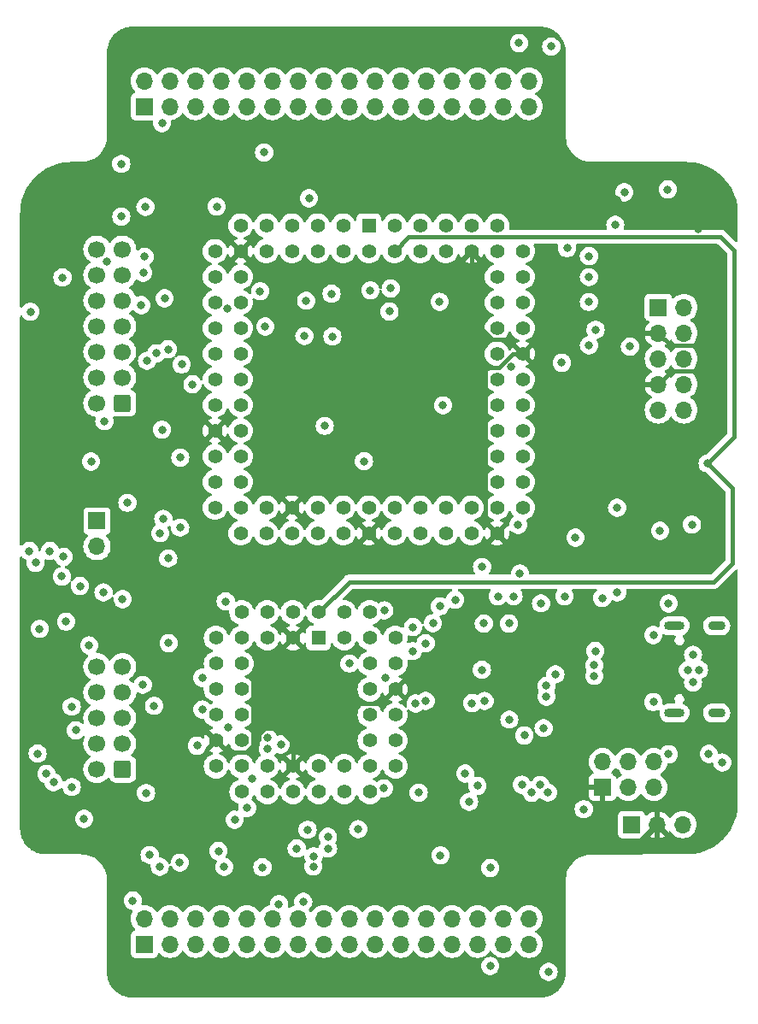
<source format=gbr>
%TF.GenerationSoftware,KiCad,Pcbnew,7.0.9*%
%TF.CreationDate,2024-04-25T21:51:33+01:00*%
%TF.ProjectId,ATF15xxProgBoard,41544631-3578-4785-9072-6f67426f6172,2*%
%TF.SameCoordinates,Original*%
%TF.FileFunction,Copper,L3,Inr*%
%TF.FilePolarity,Positive*%
%FSLAX46Y46*%
G04 Gerber Fmt 4.6, Leading zero omitted, Abs format (unit mm)*
G04 Created by KiCad (PCBNEW 7.0.9) date 2024-04-25 21:51:33*
%MOMM*%
%LPD*%
G01*
G04 APERTURE LIST*
G04 Aperture macros list*
%AMRoundRect*
0 Rectangle with rounded corners*
0 $1 Rounding radius*
0 $2 $3 $4 $5 $6 $7 $8 $9 X,Y pos of 4 corners*
0 Add a 4 corners polygon primitive as box body*
4,1,4,$2,$3,$4,$5,$6,$7,$8,$9,$2,$3,0*
0 Add four circle primitives for the rounded corners*
1,1,$1+$1,$2,$3*
1,1,$1+$1,$4,$5*
1,1,$1+$1,$6,$7*
1,1,$1+$1,$8,$9*
0 Add four rect primitives between the rounded corners*
20,1,$1+$1,$2,$3,$4,$5,0*
20,1,$1+$1,$4,$5,$6,$7,0*
20,1,$1+$1,$6,$7,$8,$9,0*
20,1,$1+$1,$8,$9,$2,$3,0*%
G04 Aperture macros list end*
%TA.AperFunction,ComponentPad*%
%ADD10R,1.422400X1.422400*%
%TD*%
%TA.AperFunction,ComponentPad*%
%ADD11C,1.422400*%
%TD*%
%TA.AperFunction,ComponentPad*%
%ADD12R,1.700000X1.700000*%
%TD*%
%TA.AperFunction,ComponentPad*%
%ADD13O,1.700000X1.700000*%
%TD*%
%TA.AperFunction,ComponentPad*%
%ADD14RoundRect,0.250000X0.600000X0.600000X-0.600000X0.600000X-0.600000X-0.600000X0.600000X-0.600000X0*%
%TD*%
%TA.AperFunction,ComponentPad*%
%ADD15C,1.700000*%
%TD*%
%TA.AperFunction,ComponentPad*%
%ADD16O,2.000000X0.900000*%
%TD*%
%TA.AperFunction,ComponentPad*%
%ADD17O,1.700000X0.900000*%
%TD*%
%TA.AperFunction,ViaPad*%
%ADD18C,0.800000*%
%TD*%
%TA.AperFunction,Conductor*%
%ADD19C,0.400000*%
%TD*%
%TA.AperFunction,Conductor*%
%ADD20C,0.600000*%
%TD*%
G04 APERTURE END LIST*
D10*
%TO.N,GCLR{slash}I*%
%TO.C,U1*%
X133710000Y-108120000D03*
D11*
%TO.N,GCL2{slash}I*%
X131170000Y-105580000D03*
%TO.N,VCC*%
X131170000Y-108120000D03*
%TO.N,/IO1*%
X128630000Y-105580000D03*
%TO.N,/IO2*%
X128630000Y-108120000D03*
%TO.N,/IO3*%
X126090000Y-105580000D03*
%TO.N,TDI*%
X123550000Y-108120000D03*
%TO.N,/IO5*%
X126090000Y-108120000D03*
%TO.N,/IO6*%
X123550000Y-110660000D03*
%TO.N,GND*%
X126090000Y-110660000D03*
%TO.N,/IO7*%
X123550000Y-113200000D03*
%TO.N,/IO8*%
X126090000Y-113200000D03*
%TO.N,TMS*%
X123550000Y-115740000D03*
%TO.N,/IO10*%
X126090000Y-115740000D03*
%TO.N,VCC*%
X123550000Y-118280000D03*
%TO.N,/IO11*%
X126090000Y-118280000D03*
%TO.N,/IO12*%
X123550000Y-120820000D03*
%TO.N,/IO13*%
X126090000Y-123360000D03*
%TO.N,/IO14*%
X126090000Y-120820000D03*
%TO.N,/IO15*%
X128630000Y-123360000D03*
%TO.N,/IO16*%
X128630000Y-120820000D03*
%TO.N,GND*%
X131170000Y-123360000D03*
%TO.N,VCC*%
X131170000Y-120820000D03*
%TO.N,/IO17*%
X133710000Y-123360000D03*
%TO.N,/IO18*%
X133710000Y-120820000D03*
%TO.N,/IO19*%
X136250000Y-123360000D03*
%TO.N,/IO20*%
X136250000Y-120820000D03*
%TO.N,/IO21*%
X138790000Y-123360000D03*
%TO.N,/IO22*%
X141330000Y-120820000D03*
%TO.N,GND*%
X138790000Y-120820000D03*
%TO.N,/IO23*%
X141330000Y-118280000D03*
%TO.N,TCK*%
X138790000Y-118280000D03*
%TO.N,/IO25*%
X141330000Y-115740000D03*
%TO.N,/IO26*%
X138790000Y-115740000D03*
%TO.N,VCC*%
X141330000Y-113200000D03*
%TO.N,/IO27*%
X138790000Y-113200000D03*
%TO.N,/IO28*%
X141330000Y-110660000D03*
%TO.N,TDO*%
X138790000Y-110660000D03*
%TO.N,/IO30*%
X141330000Y-108120000D03*
%TO.N,/IO31*%
X138790000Y-105580000D03*
%TO.N,/IO32*%
X138790000Y-108120000D03*
%TO.N,GND*%
X136250000Y-105580000D03*
%TO.N,GCLK1{slash}I*%
X136250000Y-108120000D03*
%TO.N,OE1{slash}I*%
X133710000Y-105580000D03*
%TD*%
D10*
%TO.N,GCLR{slash}I*%
%TO.C,U2*%
X138690000Y-67260000D03*
D11*
%TO.N,GCL2{slash}I*%
X138690000Y-69800000D03*
%TO.N,/IO1*%
X136150000Y-67260000D03*
%TO.N,/IO2*%
X136150000Y-69800000D03*
%TO.N,/IO3*%
X133610000Y-67260000D03*
%TO.N,/IO5*%
X133610000Y-69800000D03*
%TO.N,GND*%
X131070000Y-67260000D03*
%TO.N,/IO6*%
X131070000Y-69800000D03*
%TO.N,/IO7*%
X128530000Y-67260000D03*
%TO.N,/IO8*%
X128530000Y-69800000D03*
%TO.N,/IO10*%
X125990000Y-67260000D03*
%TO.N,/IO11*%
X123450000Y-69800000D03*
%TO.N,VCC*%
X125990000Y-69800000D03*
%TO.N,TDI*%
X123450000Y-72340000D03*
%TO.N,/IO12*%
X125990000Y-72340000D03*
%TO.N,/IO13*%
X123450000Y-74880000D03*
%TO.N,/IO14*%
X125990000Y-74880000D03*
%TO.N,/IO15*%
X123450000Y-77420000D03*
%TO.N,GND*%
X125990000Y-77420000D03*
%TO.N,/IO16*%
X123450000Y-79960000D03*
%TO.N,/IO17*%
X125990000Y-79960000D03*
%TO.N,/IO18*%
X123450000Y-82500000D03*
%TO.N,TMS*%
X125990000Y-82500000D03*
%TO.N,/IO19*%
X123450000Y-85040000D03*
%TO.N,/IO20*%
X125990000Y-85040000D03*
%TO.N,VCC*%
X123450000Y-87580000D03*
%TO.N,/IO21*%
X125990000Y-87580000D03*
%TO.N,/IO22*%
X123450000Y-90120000D03*
%TO.N,/IO23*%
X125990000Y-90120000D03*
%TO.N,/IO25*%
X123450000Y-92660000D03*
%TO.N,/IO26*%
X125990000Y-92660000D03*
%TO.N,GND*%
X123450000Y-95200000D03*
%TO.N,/IO27*%
X125990000Y-97740000D03*
%TO.N,/IO28*%
X125990000Y-95200000D03*
%TO.N,/IO30*%
X128530000Y-97740000D03*
%TO.N,/IO31*%
X128530000Y-95200000D03*
%TO.N,/IO32*%
X131070000Y-97740000D03*
%TO.N,VCC*%
X131070000Y-95200000D03*
%TO.N,/IO33*%
X133610000Y-97740000D03*
%TO.N,/IO34*%
X133610000Y-95200000D03*
%TO.N,/IO35*%
X136150000Y-97740000D03*
%TO.N,GND*%
X136150000Y-95200000D03*
%TO.N,VCC*%
X138690000Y-97740000D03*
%TO.N,/IO36*%
X138690000Y-95200000D03*
%TO.N,/IO37*%
X141230000Y-97740000D03*
%TO.N,/IO38*%
X141230000Y-95200000D03*
%TO.N,GND*%
X143770000Y-97740000D03*
%TO.N,/IO39*%
X143770000Y-95200000D03*
%TO.N,/IO40*%
X146310000Y-97740000D03*
%TO.N,/IO41*%
X146310000Y-95200000D03*
%TO.N,/IO42*%
X148850000Y-97740000D03*
%TO.N,/IO43*%
X148850000Y-95200000D03*
%TO.N,VCC*%
X151390000Y-97740000D03*
%TO.N,/IO44*%
X153930000Y-95200000D03*
%TO.N,/IO45*%
X151390000Y-95200000D03*
%TO.N,/IO46*%
X153930000Y-92660000D03*
%TO.N,/IO47*%
X151390000Y-92660000D03*
%TO.N,/IO48*%
X153930000Y-90120000D03*
%TO.N,GND*%
X151390000Y-90120000D03*
%TO.N,/IO49*%
X153930000Y-87580000D03*
%TO.N,/IO50*%
X151390000Y-87580000D03*
%TO.N,TCK*%
X153930000Y-85040000D03*
%TO.N,/IO52*%
X151390000Y-85040000D03*
%TO.N,/IO53*%
X153930000Y-82500000D03*
%TO.N,/IO54*%
X151390000Y-82500000D03*
%TO.N,VCC*%
X153930000Y-79960000D03*
%TO.N,/IO55*%
X151390000Y-79960000D03*
%TO.N,/IO56*%
X153930000Y-77420000D03*
%TO.N,/IO57*%
X151390000Y-77420000D03*
%TO.N,/IO58*%
X153930000Y-74880000D03*
%TO.N,TDO*%
X151390000Y-74880000D03*
%TO.N,GND*%
X153930000Y-72340000D03*
%TO.N,/IO60*%
X151390000Y-72340000D03*
%TO.N,/IO61*%
X153930000Y-69800000D03*
%TO.N,/IO62*%
X151390000Y-67260000D03*
%TO.N,/IO63*%
X151390000Y-69800000D03*
%TO.N,/IO64*%
X148850000Y-67260000D03*
%TO.N,VCC*%
X148850000Y-69800000D03*
%TO.N,/IO65*%
X146310000Y-67260000D03*
%TO.N,/IO66*%
X146310000Y-69800000D03*
%TO.N,GCLK3{slash}IO*%
X143770000Y-67260000D03*
%TO.N,GND*%
X143770000Y-69800000D03*
%TO.N,GCLK1{slash}I*%
X141230000Y-67260000D03*
%TO.N,OE1{slash}I*%
X141230000Y-69800000D03*
%TD*%
D12*
%TO.N,/IO1*%
%TO.C,J6*%
X116450000Y-138450000D03*
D13*
%TO.N,/IO2*%
X116450000Y-135910000D03*
%TO.N,/IO3*%
X118990000Y-138450000D03*
%TO.N,TDI*%
X118990000Y-135910000D03*
%TO.N,/IO5*%
X121530000Y-138450000D03*
%TO.N,/IO6*%
X121530000Y-135910000D03*
%TO.N,/IO7*%
X124070000Y-138450000D03*
%TO.N,/IO8*%
X124070000Y-135910000D03*
%TO.N,TMS*%
X126610000Y-138450000D03*
%TO.N,/IO10*%
X126610000Y-135910000D03*
%TO.N,/IO11*%
X129150000Y-138450000D03*
%TO.N,/IO12*%
X129150000Y-135910000D03*
%TO.N,/IO13*%
X131690000Y-138450000D03*
%TO.N,/IO14*%
X131690000Y-135910000D03*
%TO.N,/IO15*%
X134230000Y-138450000D03*
%TO.N,/IO16*%
X134230000Y-135910000D03*
%TO.N,/IO17*%
X136770000Y-138450000D03*
%TO.N,/IO18*%
X136770000Y-135910000D03*
%TO.N,/IO19*%
X139310000Y-138450000D03*
%TO.N,/IO20*%
X139310000Y-135910000D03*
%TO.N,/IO21*%
X141850000Y-138450000D03*
%TO.N,/IO22*%
X141850000Y-135910000D03*
%TO.N,/IO23*%
X144390000Y-138450000D03*
%TO.N,TCK*%
X144390000Y-135910000D03*
%TO.N,/IO25*%
X146930000Y-138450000D03*
%TO.N,/IO26*%
X146930000Y-135910000D03*
%TO.N,/IO27*%
X149470000Y-138450000D03*
%TO.N,/IO28*%
X149470000Y-135910000D03*
%TO.N,TDO*%
X152010000Y-138450000D03*
%TO.N,/IO30*%
X152010000Y-135910000D03*
%TO.N,/IO31*%
X154550000Y-138450000D03*
%TO.N,/IO32*%
X154550000Y-135910000D03*
%TD*%
D14*
%TO.N,GND*%
%TO.C,J2*%
X114300000Y-84840000D03*
D15*
%TO.N,Net-(J1-Pin_4)*%
X111760000Y-84840000D03*
%TO.N,GND*%
X114300000Y-82300000D03*
%TO.N,TMS*%
X111760000Y-82300000D03*
%TO.N,GND*%
X114300000Y-79760000D03*
%TO.N,TCK*%
X111760000Y-79760000D03*
%TO.N,GND*%
X114300000Y-77220000D03*
%TO.N,TDO*%
X111760000Y-77220000D03*
%TO.N,GND*%
X114300000Y-74680000D03*
%TO.N,TDI*%
X111760000Y-74680000D03*
%TO.N,GND*%
X114300000Y-72140000D03*
%TO.N,unconnected-(J2-Pin_12-Pad12)*%
X111760000Y-72140000D03*
%TO.N,GND*%
X114300000Y-69600000D03*
%TO.N,unconnected-(J2-Pin_14-Pad14)*%
X111760000Y-69600000D03*
%TD*%
D12*
%TO.N,/IO33*%
%TO.C,J7*%
X116450000Y-55470000D03*
D13*
%TO.N,/IO34*%
X116450000Y-52930000D03*
%TO.N,/IO35*%
X118990000Y-55470000D03*
%TO.N,/IO36*%
X118990000Y-52930000D03*
%TO.N,/IO37*%
X121530000Y-55470000D03*
%TO.N,/IO38*%
X121530000Y-52930000D03*
%TO.N,/IO39*%
X124070000Y-55470000D03*
%TO.N,/IO40*%
X124070000Y-52930000D03*
%TO.N,/IO41*%
X126610000Y-55470000D03*
%TO.N,/IO42*%
X126610000Y-52930000D03*
%TO.N,/IO43*%
X129150000Y-55470000D03*
%TO.N,/IO44*%
X129150000Y-52930000D03*
%TO.N,/IO45*%
X131690000Y-55470000D03*
%TO.N,/IO46*%
X131690000Y-52930000D03*
%TO.N,/IO47*%
X134230000Y-55470000D03*
%TO.N,/IO48*%
X134230000Y-52930000D03*
%TO.N,/IO49*%
X136770000Y-55470000D03*
%TO.N,/IO50*%
X136770000Y-52930000D03*
%TO.N,/IO52*%
X139310000Y-55470000D03*
%TO.N,/IO53*%
X139310000Y-52930000D03*
%TO.N,/IO54*%
X141850000Y-55470000D03*
%TO.N,/IO55*%
X141850000Y-52930000D03*
%TO.N,/IO56*%
X144390000Y-55470000D03*
%TO.N,/IO57*%
X144390000Y-52930000D03*
%TO.N,/IO58*%
X146930000Y-55470000D03*
%TO.N,/IO60*%
X146930000Y-52930000D03*
%TO.N,/IO61*%
X149470000Y-55470000D03*
%TO.N,/IO62*%
X149470000Y-52930000D03*
%TO.N,/IO63*%
X152010000Y-55470000D03*
%TO.N,/IO64*%
X152010000Y-52930000D03*
%TO.N,/IO65*%
X154550000Y-55470000D03*
%TO.N,/IO66*%
X154550000Y-52930000D03*
%TD*%
D12*
%TO.N,VCC*%
%TO.C,J10*%
X161848800Y-122910600D03*
D13*
%TO.N,/PDO*%
X161848800Y-120370600D03*
%TO.N,/PDI*%
X164388800Y-122910600D03*
%TO.N,/SCLK*%
X164388800Y-120370600D03*
%TO.N,GND*%
X166928800Y-122910600D03*
%TO.N,/~{RESET}*%
X166928800Y-120370600D03*
%TD*%
D12*
%TO.N,+3V3*%
%TO.C,JP2*%
X164708600Y-126593600D03*
D13*
%TO.N,VCC*%
X167248600Y-126593600D03*
%TO.N,VBUS*%
X169788600Y-126593600D03*
%TD*%
D16*
%TO.N,GND*%
%TO.C,J9*%
X168981800Y-115548600D03*
D17*
X173151800Y-115548600D03*
D16*
X168981800Y-106908600D03*
D17*
X173151800Y-106908600D03*
%TD*%
D12*
%TO.N,GCLR{slash}I*%
%TO.C,J8*%
X167370000Y-75360000D03*
D13*
%TO.N,GCLK1{slash}I*%
X169910000Y-75360000D03*
%TO.N,VCC*%
X167370000Y-77900000D03*
%TO.N,GND*%
X169910000Y-77900000D03*
%TO.N,OE1{slash}I*%
X167370000Y-80440000D03*
%TO.N,GCL2{slash}I*%
X169910000Y-80440000D03*
%TO.N,VCC*%
X167370000Y-82980000D03*
%TO.N,GND*%
X169910000Y-82980000D03*
X167370000Y-85520000D03*
%TO.N,GCLK3{slash}IO*%
X169910000Y-85520000D03*
%TD*%
D12*
%TO.N,unconnected-(JP1-A-Pad1)*%
%TO.C,JP1*%
X111760000Y-96520000D03*
D13*
%TO.N,Net-(J1-Pin_4)*%
X111760000Y-99060000D03*
%TD*%
D14*
%TO.N,TCK*%
%TO.C,J1*%
X114300000Y-121120000D03*
D15*
%TO.N,GND*%
X111760000Y-121120000D03*
%TO.N,TDO*%
X114300000Y-118580000D03*
%TO.N,Net-(J1-Pin_4)*%
X111760000Y-118580000D03*
%TO.N,TMS*%
X114300000Y-116040000D03*
%TO.N,unconnected-(J1-Pin_6-Pad6)*%
X111760000Y-116040000D03*
%TO.N,unconnected-(J1-Pin_7-Pad7)*%
X114300000Y-113500000D03*
%TO.N,unconnected-(J1-Pin_8-Pad8)*%
X111760000Y-113500000D03*
%TO.N,TDI*%
X114300000Y-110960000D03*
%TO.N,GND*%
X111760000Y-110960000D03*
%TD*%
D18*
%TO.N,GCL2{slash}I*%
X128426237Y-77263613D03*
%TO.N,VCC*%
X167888632Y-66446400D03*
X170815000Y-93878400D03*
X171323418Y-67571700D03*
X162461985Y-114504400D03*
X160070800Y-103911400D03*
X168783000Y-124993400D03*
X147472400Y-109474000D03*
X157759400Y-107340400D03*
X160070800Y-100939600D03*
X142748000Y-103911400D03*
X164617400Y-100279200D03*
X171323418Y-69748400D03*
X163169600Y-121462800D03*
X163271200Y-64719200D03*
X142748000Y-100939600D03*
%TO.N,GND*%
X160502600Y-74828400D03*
X153664863Y-101739800D03*
X160502600Y-79121000D03*
X150088600Y-106680000D03*
X148623495Y-124346800D03*
X160502600Y-70281800D03*
X159156400Y-98171000D03*
X161823400Y-104165400D03*
X149897000Y-111258017D03*
X148920305Y-114564569D03*
X172364400Y-119583200D03*
X170713400Y-96875600D03*
X159987280Y-125071571D03*
X160502600Y-72364600D03*
X152577800Y-106680000D03*
X163296600Y-95199200D03*
X163110771Y-67168800D03*
%TO.N,TCK*%
X156438600Y-123418600D03*
X156502101Y-141185901D03*
X134645400Y-127812800D03*
%TO.N,TDO*%
X118205900Y-57100700D03*
X153568800Y-49181000D03*
X129980200Y-118653300D03*
X118468500Y-74465500D03*
X155676600Y-122656600D03*
X158077339Y-103974800D03*
%TO.N,TMS*%
X153851157Y-122649767D03*
%TO.N,TDI*%
X154838400Y-123444000D03*
X108695800Y-106492800D03*
%TO.N,GCLR{slash}I*%
X152803130Y-81249716D03*
X161161200Y-77577300D03*
X114294400Y-104268800D03*
X114776500Y-94723600D03*
X145702100Y-74814900D03*
%TO.N,GCLK1{slash}I*%
X158328700Y-69496200D03*
X136775700Y-110644000D03*
X156771300Y-49530000D03*
%TO.N,OE1{slash}I*%
X145043200Y-106658200D03*
X172262800Y-90830400D03*
X140316000Y-112086300D03*
X157810200Y-80848200D03*
%TO.N,GCL2{slash}I*%
X120015000Y-90246200D03*
X120002200Y-97176700D03*
X138210100Y-90599900D03*
X138838447Y-73683353D03*
X164566600Y-79248000D03*
X140741400Y-75768200D03*
%TO.N,Net-(U3-UCAP)*%
X149910800Y-101066600D03*
X150164800Y-114350800D03*
%TO.N,Net-(J9-D+-PadA6)*%
X170815000Y-109778800D03*
X170281600Y-111308509D03*
%TO.N,Net-(J9-D--PadA7)*%
X171399200Y-111261244D03*
X170815000Y-112522000D03*
%TO.N,/PDO*%
X148235471Y-121537929D03*
%TO.N,/PDI*%
X156007465Y-117036600D03*
%TO.N,/SCLK*%
X154101804Y-117761600D03*
%TO.N,/~{RESET}*%
X149454671Y-122757129D03*
%TO.N,/USBD-*%
X161024400Y-110826800D03*
X156286200Y-112860600D03*
%TO.N,/USBD+*%
X161024400Y-111876800D03*
X156286200Y-113910600D03*
%TO.N,/~{RDY}*%
X164007800Y-63957200D03*
X157175200Y-111709200D03*
%TO.N,/~{ACT}*%
X161137600Y-109397800D03*
X168300400Y-63677800D03*
%TO.N,/VPP_EN*%
X167538400Y-97485200D03*
X163296600Y-103606600D03*
%TO.N,/IO1*%
X107461835Y-122402562D03*
X118207300Y-87479100D03*
X146050325Y-85064275D03*
X115303900Y-134118000D03*
X135001323Y-74015273D03*
X118335200Y-96315600D03*
X118018300Y-97738000D03*
X108440100Y-100072700D03*
%TO.N,/IO2*%
X110986300Y-108851400D03*
X155753300Y-104678970D03*
X112407600Y-103597100D03*
%TO.N,/IO3*%
X108342300Y-72404200D03*
X114173000Y-66370200D03*
X132759000Y-64562800D03*
X105878000Y-119562600D03*
X107092100Y-99495800D03*
%TO.N,/IO5*%
X143062400Y-107026300D03*
X150723600Y-140600200D03*
X150723600Y-130886200D03*
%TO.N,/IO6*%
X112746800Y-70829300D03*
X116979700Y-129603500D03*
X105058400Y-99494600D03*
%TO.N,/IO7*%
X127929275Y-73765425D03*
X132308600Y-78206600D03*
X118790700Y-79510900D03*
X118859900Y-108623400D03*
X118814900Y-100224700D03*
X108279600Y-102019400D03*
%TO.N,/IO8*%
X116294900Y-112755000D03*
X119957700Y-130359300D03*
X122177100Y-112052100D03*
X135090225Y-78244375D03*
X120155700Y-81007000D03*
X116619800Y-123465700D03*
%TO.N,/IO10*%
X116465500Y-70354500D03*
X106075800Y-107208600D03*
X117412600Y-114831800D03*
%TO.N,/IO11*%
X109663700Y-117253800D03*
X116560300Y-65402900D03*
X123632600Y-65385200D03*
X105162400Y-75797200D03*
X124798200Y-116973500D03*
X106752800Y-121574800D03*
X109261625Y-122875375D03*
X117983000Y-130759200D03*
X105666200Y-100658500D03*
%TO.N,/IO12*%
X109254400Y-114917400D03*
X116333700Y-71943800D03*
%TO.N,/IO13*%
X124714000Y-75474600D03*
X132192800Y-134244500D03*
X129794000Y-134467600D03*
%TO.N,/IO14*%
X116138500Y-75143000D03*
%TO.N,/IO15*%
X123799925Y-129209475D03*
X131546600Y-128955800D03*
X116725400Y-80655500D03*
%TO.N,/IO16*%
X133197598Y-130733800D03*
X117623800Y-79922800D03*
X128156024Y-130822374D03*
X122199000Y-115197300D03*
X125407500Y-126112800D03*
%TO.N,/IO17*%
X126640000Y-124949200D03*
%TO.N,/IO18*%
X121676100Y-118780300D03*
X124358400Y-130784600D03*
X121223000Y-82976800D03*
X128676400Y-117983002D03*
%TO.N,/IO19*%
X132624100Y-127105600D03*
%TO.N,/IO20*%
X133217478Y-129733813D03*
X127131600Y-122019300D03*
%TO.N,/IO21*%
X134648192Y-128978406D03*
%TO.N,/IO22*%
X137642602Y-127050800D03*
X140188800Y-123001000D03*
%TO.N,/IO23*%
X145778100Y-129641600D03*
X144323000Y-114348600D03*
%TO.N,/IO25*%
X110488225Y-126032375D03*
X124507800Y-104493100D03*
X110073000Y-102963000D03*
%TO.N,/IO26*%
X128689023Y-119102461D03*
%TO.N,/IO27*%
X143336600Y-114593200D03*
X143627793Y-123433393D03*
%TO.N,/IO28*%
X147237404Y-104315600D03*
X151480378Y-103974800D03*
%TO.N,/IO30*%
X145728100Y-104968200D03*
X153035000Y-103974800D03*
X140232400Y-105379000D03*
%TO.N,/IO31*%
X144320700Y-108634000D03*
%TO.N,/IO32*%
X143040800Y-109418400D03*
%TO.N,/IO36*%
X114161700Y-61154500D03*
X112494200Y-86636600D03*
X111178800Y-90633500D03*
X134324700Y-87109300D03*
%TO.N,/IO38*%
X153482777Y-96910626D03*
%TO.N,/IO45*%
X128320800Y-60020200D03*
%TO.N,/IO47*%
X132485003Y-74702797D03*
%TO.N,/IO52*%
X140859100Y-73480500D03*
%TO.N,+3V3*%
X173710600Y-120446800D03*
%TO.N,VBUS*%
X152615575Y-116191975D03*
X168402000Y-104698800D03*
X166880000Y-114450000D03*
X166880000Y-107820000D03*
X168402000Y-119629344D03*
%TD*%
D19*
%TO.N,VCC*%
X172210000Y-81270000D02*
X171790000Y-81690000D01*
D20*
X165582600Y-128259600D02*
X167248600Y-126593600D01*
D19*
X137361200Y-114628800D02*
X139901200Y-114628800D01*
X172210000Y-79690000D02*
X172210000Y-81270000D01*
X139901200Y-114628800D02*
X141330000Y-113200000D01*
X128366129Y-117085700D02*
X129765700Y-117085700D01*
X150929725Y-78531200D02*
X148850000Y-76451475D01*
X127825600Y-118115875D02*
X127825600Y-117626229D01*
X126550275Y-119391200D02*
X124661200Y-119391200D01*
X171670000Y-79150000D02*
X172210000Y-79690000D01*
X127825600Y-117626229D02*
X128366129Y-117085700D01*
X153930000Y-79960000D02*
X152961475Y-79960000D01*
X126523439Y-119418036D02*
X127825600Y-118115875D01*
X124661200Y-119391200D02*
X123550000Y-118280000D01*
X152961475Y-79960000D02*
X151631475Y-81290000D01*
D20*
X167248600Y-126593600D02*
X168630600Y-127975600D01*
D19*
X129765700Y-117085700D02*
X131170000Y-118490000D01*
X168620000Y-79150000D02*
X171670000Y-79150000D01*
X131170000Y-108120000D02*
X127201200Y-112088800D01*
X123550000Y-118280000D02*
X124688036Y-119418036D01*
X150278800Y-96628800D02*
X151390000Y-97740000D01*
X148850000Y-76451475D02*
X148850000Y-69800000D01*
D20*
X165582600Y-128270000D02*
X165582600Y-128259600D01*
D19*
X137678800Y-114628800D02*
X139901200Y-114628800D01*
X153930000Y-79960000D02*
X152501200Y-78531200D01*
X124688036Y-119418036D02*
X126523439Y-119418036D01*
X167370000Y-77900000D02*
X168620000Y-79150000D01*
D20*
X168630600Y-127975600D02*
X168630600Y-127990600D01*
D19*
X150278800Y-81581200D02*
X150278800Y-96628800D01*
X152501200Y-78531200D02*
X150929725Y-78531200D01*
X131170000Y-120820000D02*
X137361200Y-114628800D01*
X151631475Y-81290000D02*
X150570000Y-81290000D01*
X131170000Y-118490000D02*
X131170000Y-120820000D01*
X127201200Y-118740275D02*
X126550275Y-119391200D01*
X168660000Y-81690000D02*
X167370000Y-82980000D01*
X150570000Y-81290000D02*
X150278800Y-81581200D01*
X131170000Y-108120000D02*
X137678800Y-114628800D01*
X171790000Y-81690000D02*
X168660000Y-81690000D01*
X127201200Y-112088800D02*
X127201200Y-118740275D01*
%TO.N,OE1{slash}I*%
X136750200Y-102539800D02*
X172872400Y-102539800D01*
X133710000Y-105580000D02*
X136750200Y-102539800D01*
X142658800Y-68371200D02*
X141230000Y-69800000D01*
X174701200Y-93268800D02*
X172262800Y-90830400D01*
X174904400Y-69723000D02*
X173552600Y-68371200D01*
X173552600Y-68371200D02*
X142658800Y-68371200D01*
X174701200Y-100711000D02*
X174701200Y-93268800D01*
X172872400Y-102539800D02*
X174701200Y-100711000D01*
X174904400Y-88188800D02*
X174904400Y-69723000D01*
X172262800Y-90830400D02*
X174904400Y-88188800D01*
%TD*%
%TA.AperFunction,Conductor*%
%TO.N,VCC*%
G36*
X163203655Y-121037146D02*
G01*
X163220375Y-121056442D01*
X163350301Y-121241996D01*
X163350306Y-121242002D01*
X163517397Y-121409093D01*
X163517403Y-121409098D01*
X163702958Y-121539025D01*
X163746583Y-121593602D01*
X163753777Y-121663100D01*
X163722254Y-121725455D01*
X163702958Y-121742175D01*
X163517400Y-121872103D01*
X163395084Y-121994419D01*
X163333761Y-122027903D01*
X163264069Y-122022919D01*
X163208136Y-121981047D01*
X163191221Y-121950070D01*
X163142154Y-121818513D01*
X163142150Y-121818506D01*
X163055990Y-121703412D01*
X163055987Y-121703409D01*
X162940893Y-121617249D01*
X162940888Y-121617246D01*
X162809328Y-121568177D01*
X162753395Y-121526305D01*
X162728978Y-121460841D01*
X162743830Y-121392568D01*
X162764975Y-121364320D01*
X162887295Y-121242001D01*
X163001691Y-121078626D01*
X163017225Y-121056442D01*
X163071802Y-121012817D01*
X163141300Y-121005623D01*
X163203655Y-121037146D01*
G37*
%TD.AperFunction*%
%TA.AperFunction,Conductor*%
G36*
X168724855Y-81106546D02*
G01*
X168741575Y-81125842D01*
X168871501Y-81311396D01*
X168871506Y-81311402D01*
X169038597Y-81478493D01*
X169038603Y-81478498D01*
X169224158Y-81608425D01*
X169267783Y-81663002D01*
X169274977Y-81732500D01*
X169243454Y-81794855D01*
X169224158Y-81811575D01*
X169038597Y-81941505D01*
X168871508Y-82108594D01*
X168741269Y-82294595D01*
X168686692Y-82338219D01*
X168617193Y-82345412D01*
X168554839Y-82313890D01*
X168538119Y-82294594D01*
X168408113Y-82108926D01*
X168408108Y-82108920D01*
X168241078Y-81941890D01*
X168055405Y-81811879D01*
X168011780Y-81757302D01*
X168004588Y-81687804D01*
X168036110Y-81625449D01*
X168055406Y-81608730D01*
X168130712Y-81556000D01*
X168241401Y-81478495D01*
X168408495Y-81311401D01*
X168538425Y-81125842D01*
X168593002Y-81082217D01*
X168662500Y-81075023D01*
X168724855Y-81106546D01*
G37*
%TD.AperFunction*%
%TA.AperFunction,Conductor*%
G36*
X168724549Y-78566110D02*
G01*
X168741269Y-78585405D01*
X168871505Y-78771401D01*
X168871506Y-78771402D01*
X169038597Y-78938493D01*
X169038603Y-78938498D01*
X169224158Y-79068425D01*
X169267783Y-79123002D01*
X169274977Y-79192500D01*
X169243454Y-79254855D01*
X169224158Y-79271575D01*
X169038597Y-79401505D01*
X168871505Y-79568597D01*
X168741575Y-79754158D01*
X168686998Y-79797783D01*
X168617500Y-79804977D01*
X168555145Y-79773454D01*
X168538425Y-79754158D01*
X168408494Y-79568597D01*
X168241402Y-79401506D01*
X168241401Y-79401505D01*
X168055405Y-79271269D01*
X168011781Y-79216692D01*
X168004588Y-79147193D01*
X168036110Y-79084839D01*
X168055405Y-79068119D01*
X168241082Y-78938105D01*
X168408105Y-78771082D01*
X168538119Y-78585405D01*
X168592696Y-78541781D01*
X168662195Y-78534588D01*
X168724549Y-78566110D01*
G37*
%TD.AperFunction*%
%TA.AperFunction,Conductor*%
G36*
X155675684Y-47546649D02*
G01*
X155704482Y-47548266D01*
X155789598Y-47553047D01*
X155961638Y-47563458D01*
X155968255Y-47564218D01*
X156104288Y-47587334D01*
X156253176Y-47614621D01*
X156259146Y-47616025D01*
X156298075Y-47627240D01*
X156395995Y-47655451D01*
X156536779Y-47699324D01*
X156542032Y-47701227D01*
X156645139Y-47743936D01*
X156675374Y-47756461D01*
X156702249Y-47768556D01*
X156808567Y-47816407D01*
X156813072Y-47818661D01*
X156940382Y-47889024D01*
X157064893Y-47964294D01*
X157068641Y-47966751D01*
X157186718Y-48050533D01*
X157188970Y-48052212D01*
X157292768Y-48133533D01*
X157302274Y-48140981D01*
X157305335Y-48143542D01*
X157413381Y-48240099D01*
X157415886Y-48242468D01*
X157517530Y-48344112D01*
X157519902Y-48346620D01*
X157616452Y-48454659D01*
X157619017Y-48457724D01*
X157646635Y-48492974D01*
X157707776Y-48571015D01*
X157709476Y-48573295D01*
X157793225Y-48691327D01*
X157795713Y-48695120D01*
X157870974Y-48819616D01*
X157941326Y-48946905D01*
X157943601Y-48951452D01*
X158003538Y-49084625D01*
X158015010Y-49112319D01*
X158058770Y-49217962D01*
X158060680Y-49223236D01*
X158104556Y-49364032D01*
X158143974Y-49500852D01*
X158145382Y-49506843D01*
X158172668Y-49655725D01*
X158195778Y-49791734D01*
X158196542Y-49798380D01*
X158206962Y-49970579D01*
X158213351Y-50084316D01*
X158213449Y-50087794D01*
X158213449Y-58420100D01*
X158213608Y-58420904D01*
X158214589Y-58427983D01*
X158219301Y-58486696D01*
X158219500Y-58491659D01*
X158219500Y-58562677D01*
X158251445Y-58846205D01*
X158251448Y-58846219D01*
X158314942Y-59124408D01*
X158314946Y-59124420D01*
X158409183Y-59393732D01*
X158409192Y-59393754D01*
X158532987Y-59650818D01*
X158533677Y-59651916D01*
X158684803Y-59892431D01*
X158862711Y-60115521D01*
X159064479Y-60317289D01*
X159287569Y-60495197D01*
X159489828Y-60622285D01*
X159529181Y-60647012D01*
X159786245Y-60770807D01*
X159786254Y-60770810D01*
X159786261Y-60770814D01*
X159876037Y-60802228D01*
X160055579Y-60865053D01*
X160055591Y-60865057D01*
X160333780Y-60928552D01*
X160333789Y-60928553D01*
X160333794Y-60928554D01*
X160522812Y-60949850D01*
X160617323Y-60960499D01*
X160617326Y-60960500D01*
X170180000Y-60960500D01*
X170397525Y-60969496D01*
X170602732Y-60978456D01*
X170607654Y-60978870D01*
X170825755Y-61006056D01*
X171030849Y-61033058D01*
X171035420Y-61033837D01*
X171250399Y-61078913D01*
X171452714Y-61123766D01*
X171456969Y-61124869D01*
X171556495Y-61154500D01*
X171667449Y-61187533D01*
X171720220Y-61204171D01*
X171865378Y-61249939D01*
X171869180Y-61251277D01*
X172073265Y-61330912D01*
X172073908Y-61331163D01*
X172265763Y-61410632D01*
X172269234Y-61412196D01*
X172466710Y-61508737D01*
X172466733Y-61508748D01*
X172651061Y-61604704D01*
X172654169Y-61606437D01*
X172776039Y-61679054D01*
X172843108Y-61719019D01*
X173018522Y-61830771D01*
X173021212Y-61832586D01*
X173200304Y-61960456D01*
X173365405Y-62087142D01*
X173367733Y-62089019D01*
X173535753Y-62231323D01*
X173690324Y-62372962D01*
X173847037Y-62529675D01*
X173988676Y-62684246D01*
X174130979Y-62852265D01*
X174132856Y-62854593D01*
X174259543Y-63019695D01*
X174387412Y-63198786D01*
X174389244Y-63201501D01*
X174500986Y-63376901D01*
X174613561Y-63565829D01*
X174615294Y-63568937D01*
X174711251Y-63753266D01*
X174807786Y-63950731D01*
X174809366Y-63954235D01*
X174888836Y-64146091D01*
X174907732Y-64194516D01*
X174968708Y-64350785D01*
X174970072Y-64354657D01*
X175032466Y-64552549D01*
X175095124Y-64763014D01*
X175096232Y-64767286D01*
X175141099Y-64969663D01*
X175186157Y-65184559D01*
X175186946Y-65189191D01*
X175213952Y-65394318D01*
X175241126Y-65612322D01*
X175241543Y-65617288D01*
X175250512Y-65822701D01*
X175259500Y-66040000D01*
X175259500Y-68788081D01*
X175239815Y-68855120D01*
X175187011Y-68900875D01*
X175117853Y-68910819D01*
X175054297Y-68881794D01*
X175047819Y-68875762D01*
X174575029Y-68402972D01*
X174064198Y-67892141D01*
X174061664Y-67889450D01*
X174020529Y-67843017D01*
X174020528Y-67843016D01*
X174020524Y-67843012D01*
X173969496Y-67807791D01*
X173966487Y-67805577D01*
X173917660Y-67767324D01*
X173917655Y-67767320D01*
X173908413Y-67763161D01*
X173888866Y-67752136D01*
X173880531Y-67746383D01*
X173880532Y-67746383D01*
X173880530Y-67746382D01*
X173822541Y-67724389D01*
X173819090Y-67722959D01*
X173762530Y-67697504D01*
X173752546Y-67695674D01*
X173730943Y-67689651D01*
X173721474Y-67686060D01*
X173721470Y-67686059D01*
X173659913Y-67678584D01*
X173656212Y-67678021D01*
X173595208Y-67666842D01*
X173595203Y-67666842D01*
X173533297Y-67670587D01*
X173529552Y-67670700D01*
X164065207Y-67670700D01*
X163998168Y-67651015D01*
X163952413Y-67598211D01*
X163942469Y-67529053D01*
X163947276Y-67508382D01*
X163959353Y-67471213D01*
X163996445Y-67357056D01*
X164016231Y-67168800D01*
X163996445Y-66980544D01*
X163937950Y-66800516D01*
X163843304Y-66636584D01*
X163716642Y-66495912D01*
X163716641Y-66495911D01*
X163563505Y-66384651D01*
X163563500Y-66384648D01*
X163390578Y-66307657D01*
X163390573Y-66307655D01*
X163244772Y-66276665D01*
X163205417Y-66268300D01*
X163016125Y-66268300D01*
X162983668Y-66275198D01*
X162830968Y-66307655D01*
X162830963Y-66307657D01*
X162658041Y-66384648D01*
X162658036Y-66384651D01*
X162504900Y-66495911D01*
X162378237Y-66636585D01*
X162283592Y-66800515D01*
X162283589Y-66800522D01*
X162231369Y-66961240D01*
X162225097Y-66980544D01*
X162205311Y-67168800D01*
X162225097Y-67357056D01*
X162225098Y-67357059D01*
X162274266Y-67508382D01*
X162276261Y-67578223D01*
X162240181Y-67638056D01*
X162177480Y-67668884D01*
X162156335Y-67670700D01*
X152695997Y-67670700D01*
X152628958Y-67651015D01*
X152583203Y-67598211D01*
X152573259Y-67529053D01*
X152576222Y-67514608D01*
X152580878Y-67497226D01*
X152587849Y-67471213D01*
X152606328Y-67260000D01*
X152587849Y-67048787D01*
X152532974Y-66843991D01*
X152443371Y-66651836D01*
X152443369Y-66651833D01*
X152443368Y-66651831D01*
X152321764Y-66478163D01*
X152321759Y-66478157D01*
X152171842Y-66328240D01*
X152171836Y-66328235D01*
X151998168Y-66206631D01*
X151998164Y-66206629D01*
X151965188Y-66191252D01*
X151806009Y-66117026D01*
X151806005Y-66117025D01*
X151806001Y-66117023D01*
X151601218Y-66062152D01*
X151601208Y-66062150D01*
X151390001Y-66043672D01*
X151389999Y-66043672D01*
X151178791Y-66062150D01*
X151178781Y-66062152D01*
X150973998Y-66117023D01*
X150973989Y-66117027D01*
X150781835Y-66206629D01*
X150781831Y-66206631D01*
X150608163Y-66328235D01*
X150608157Y-66328240D01*
X150458240Y-66478157D01*
X150458235Y-66478163D01*
X150336631Y-66651831D01*
X150336629Y-66651835D01*
X150247027Y-66843989D01*
X150247024Y-66843996D01*
X150239775Y-66871051D01*
X150203409Y-66930711D01*
X150140562Y-66961240D01*
X150071187Y-66952945D01*
X150017309Y-66908459D01*
X150000225Y-66871051D01*
X149992975Y-66843996D01*
X149992974Y-66843991D01*
X149903371Y-66651836D01*
X149903369Y-66651833D01*
X149903368Y-66651831D01*
X149781764Y-66478163D01*
X149781759Y-66478157D01*
X149631842Y-66328240D01*
X149631836Y-66328235D01*
X149458168Y-66206631D01*
X149458164Y-66206629D01*
X149425188Y-66191252D01*
X149266009Y-66117026D01*
X149266005Y-66117025D01*
X149266001Y-66117023D01*
X149061218Y-66062152D01*
X149061208Y-66062150D01*
X148850001Y-66043672D01*
X148849999Y-66043672D01*
X148638791Y-66062150D01*
X148638781Y-66062152D01*
X148433998Y-66117023D01*
X148433989Y-66117027D01*
X148241835Y-66206629D01*
X148241831Y-66206631D01*
X148068163Y-66328235D01*
X148068157Y-66328240D01*
X147918240Y-66478157D01*
X147918235Y-66478163D01*
X147796631Y-66651831D01*
X147796629Y-66651835D01*
X147707027Y-66843989D01*
X147707024Y-66843996D01*
X147699775Y-66871051D01*
X147663409Y-66930711D01*
X147600562Y-66961240D01*
X147531187Y-66952945D01*
X147477309Y-66908459D01*
X147460225Y-66871051D01*
X147452975Y-66843996D01*
X147452974Y-66843991D01*
X147363371Y-66651836D01*
X147363369Y-66651833D01*
X147363368Y-66651831D01*
X147241764Y-66478163D01*
X147241759Y-66478157D01*
X147091842Y-66328240D01*
X147091836Y-66328235D01*
X146918168Y-66206631D01*
X146918164Y-66206629D01*
X146885188Y-66191252D01*
X146726009Y-66117026D01*
X146726005Y-66117025D01*
X146726001Y-66117023D01*
X146521218Y-66062152D01*
X146521208Y-66062150D01*
X146310001Y-66043672D01*
X146309999Y-66043672D01*
X146098791Y-66062150D01*
X146098781Y-66062152D01*
X145893998Y-66117023D01*
X145893989Y-66117027D01*
X145701835Y-66206629D01*
X145701831Y-66206631D01*
X145528163Y-66328235D01*
X145528157Y-66328240D01*
X145378240Y-66478157D01*
X145378235Y-66478163D01*
X145256631Y-66651831D01*
X145256629Y-66651835D01*
X145167027Y-66843989D01*
X145167024Y-66843996D01*
X145159775Y-66871051D01*
X145123409Y-66930711D01*
X145060562Y-66961240D01*
X144991187Y-66952945D01*
X144937309Y-66908459D01*
X144920225Y-66871051D01*
X144912975Y-66843996D01*
X144912974Y-66843991D01*
X144823371Y-66651836D01*
X144823369Y-66651833D01*
X144823368Y-66651831D01*
X144701764Y-66478163D01*
X144701759Y-66478157D01*
X144551842Y-66328240D01*
X144551836Y-66328235D01*
X144378168Y-66206631D01*
X144378164Y-66206629D01*
X144345188Y-66191252D01*
X144186009Y-66117026D01*
X144186005Y-66117025D01*
X144186001Y-66117023D01*
X143981218Y-66062152D01*
X143981208Y-66062150D01*
X143770001Y-66043672D01*
X143769999Y-66043672D01*
X143558791Y-66062150D01*
X143558781Y-66062152D01*
X143353998Y-66117023D01*
X143353989Y-66117027D01*
X143161835Y-66206629D01*
X143161831Y-66206631D01*
X142988163Y-66328235D01*
X142988157Y-66328240D01*
X142838240Y-66478157D01*
X142838235Y-66478163D01*
X142716631Y-66651831D01*
X142716629Y-66651835D01*
X142627027Y-66843989D01*
X142627024Y-66843996D01*
X142619775Y-66871051D01*
X142583409Y-66930711D01*
X142520562Y-66961240D01*
X142451187Y-66952945D01*
X142397309Y-66908459D01*
X142380225Y-66871051D01*
X142372975Y-66843996D01*
X142372974Y-66843991D01*
X142283371Y-66651836D01*
X142283369Y-66651833D01*
X142283368Y-66651831D01*
X142161764Y-66478163D01*
X142161759Y-66478157D01*
X142011842Y-66328240D01*
X142011836Y-66328235D01*
X141838168Y-66206631D01*
X141838164Y-66206629D01*
X141805188Y-66191252D01*
X141646009Y-66117026D01*
X141646005Y-66117025D01*
X141646001Y-66117023D01*
X141441218Y-66062152D01*
X141441208Y-66062150D01*
X141230001Y-66043672D01*
X141229999Y-66043672D01*
X141018791Y-66062150D01*
X141018781Y-66062152D01*
X140813998Y-66117023D01*
X140813989Y-66117027D01*
X140621835Y-66206629D01*
X140621831Y-66206631D01*
X140448163Y-66328235D01*
X140448157Y-66328240D01*
X140298240Y-66478157D01*
X140298235Y-66478163D01*
X140176631Y-66651831D01*
X140176629Y-66651835D01*
X140138081Y-66734503D01*
X140091909Y-66786942D01*
X140024715Y-66806094D01*
X139957834Y-66785878D01*
X139912500Y-66732713D01*
X139901699Y-66682098D01*
X139901699Y-66500929D01*
X139901698Y-66500923D01*
X139901697Y-66500916D01*
X139895291Y-66441317D01*
X139874155Y-66384649D01*
X139844997Y-66306471D01*
X139844993Y-66306464D01*
X139758747Y-66191255D01*
X139758744Y-66191252D01*
X139643535Y-66105006D01*
X139643528Y-66105002D01*
X139508682Y-66054708D01*
X139508683Y-66054708D01*
X139449083Y-66048301D01*
X139449081Y-66048300D01*
X139449073Y-66048300D01*
X139449064Y-66048300D01*
X137930929Y-66048300D01*
X137930923Y-66048301D01*
X137871316Y-66054708D01*
X137736471Y-66105002D01*
X137736464Y-66105006D01*
X137621255Y-66191252D01*
X137621252Y-66191255D01*
X137535006Y-66306464D01*
X137535002Y-66306471D01*
X137484708Y-66441317D01*
X137480747Y-66478163D01*
X137478301Y-66500923D01*
X137478300Y-66500935D01*
X137478300Y-66682096D01*
X137458615Y-66749135D01*
X137405811Y-66794890D01*
X137336653Y-66804834D01*
X137273097Y-66775809D01*
X137241918Y-66734501D01*
X137217481Y-66682096D01*
X137203371Y-66651836D01*
X137203369Y-66651833D01*
X137203368Y-66651831D01*
X137081764Y-66478163D01*
X137081759Y-66478157D01*
X136931842Y-66328240D01*
X136931836Y-66328235D01*
X136758168Y-66206631D01*
X136758164Y-66206629D01*
X136725188Y-66191252D01*
X136566009Y-66117026D01*
X136566005Y-66117025D01*
X136566001Y-66117023D01*
X136361218Y-66062152D01*
X136361208Y-66062150D01*
X136150001Y-66043672D01*
X136149999Y-66043672D01*
X135938791Y-66062150D01*
X135938781Y-66062152D01*
X135733998Y-66117023D01*
X135733989Y-66117027D01*
X135541835Y-66206629D01*
X135541831Y-66206631D01*
X135368163Y-66328235D01*
X135368157Y-66328240D01*
X135218240Y-66478157D01*
X135218235Y-66478163D01*
X135096631Y-66651831D01*
X135096629Y-66651835D01*
X135007027Y-66843989D01*
X135007024Y-66843996D01*
X134999775Y-66871051D01*
X134963409Y-66930711D01*
X134900562Y-66961240D01*
X134831187Y-66952945D01*
X134777309Y-66908459D01*
X134760225Y-66871051D01*
X134752975Y-66843996D01*
X134752974Y-66843991D01*
X134663371Y-66651836D01*
X134663369Y-66651833D01*
X134663368Y-66651831D01*
X134541764Y-66478163D01*
X134541759Y-66478157D01*
X134391842Y-66328240D01*
X134391836Y-66328235D01*
X134218168Y-66206631D01*
X134218164Y-66206629D01*
X134185188Y-66191252D01*
X134026009Y-66117026D01*
X134026005Y-66117025D01*
X134026001Y-66117023D01*
X133821218Y-66062152D01*
X133821208Y-66062150D01*
X133610001Y-66043672D01*
X133609999Y-66043672D01*
X133398791Y-66062150D01*
X133398781Y-66062152D01*
X133193998Y-66117023D01*
X133193989Y-66117027D01*
X133001835Y-66206629D01*
X133001831Y-66206631D01*
X132828163Y-66328235D01*
X132828157Y-66328240D01*
X132678240Y-66478157D01*
X132678235Y-66478163D01*
X132556631Y-66651831D01*
X132556629Y-66651835D01*
X132467027Y-66843989D01*
X132467024Y-66843996D01*
X132459775Y-66871051D01*
X132423409Y-66930711D01*
X132360562Y-66961240D01*
X132291187Y-66952945D01*
X132237309Y-66908459D01*
X132220225Y-66871051D01*
X132212975Y-66843996D01*
X132212974Y-66843991D01*
X132123371Y-66651836D01*
X132123369Y-66651833D01*
X132123368Y-66651831D01*
X132001764Y-66478163D01*
X132001759Y-66478157D01*
X131851842Y-66328240D01*
X131851836Y-66328235D01*
X131678168Y-66206631D01*
X131678164Y-66206629D01*
X131645188Y-66191252D01*
X131486009Y-66117026D01*
X131486005Y-66117025D01*
X131486001Y-66117023D01*
X131281218Y-66062152D01*
X131281208Y-66062150D01*
X131070001Y-66043672D01*
X131069999Y-66043672D01*
X130858791Y-66062150D01*
X130858781Y-66062152D01*
X130653998Y-66117023D01*
X130653989Y-66117027D01*
X130461835Y-66206629D01*
X130461831Y-66206631D01*
X130288163Y-66328235D01*
X130288157Y-66328240D01*
X130138240Y-66478157D01*
X130138235Y-66478163D01*
X130016631Y-66651831D01*
X130016629Y-66651835D01*
X129927027Y-66843989D01*
X129927024Y-66843996D01*
X129919775Y-66871051D01*
X129883409Y-66930711D01*
X129820562Y-66961240D01*
X129751187Y-66952945D01*
X129697309Y-66908459D01*
X129680225Y-66871051D01*
X129672975Y-66843996D01*
X129672974Y-66843991D01*
X129583371Y-66651836D01*
X129583369Y-66651833D01*
X129583368Y-66651831D01*
X129461764Y-66478163D01*
X129461759Y-66478157D01*
X129311842Y-66328240D01*
X129311836Y-66328235D01*
X129138168Y-66206631D01*
X129138164Y-66206629D01*
X129105188Y-66191252D01*
X128946009Y-66117026D01*
X128946005Y-66117025D01*
X128946001Y-66117023D01*
X128741218Y-66062152D01*
X128741208Y-66062150D01*
X128530001Y-66043672D01*
X128529999Y-66043672D01*
X128318791Y-66062150D01*
X128318781Y-66062152D01*
X128113998Y-66117023D01*
X128113989Y-66117027D01*
X127921835Y-66206629D01*
X127921831Y-66206631D01*
X127748163Y-66328235D01*
X127748157Y-66328240D01*
X127598240Y-66478157D01*
X127598235Y-66478163D01*
X127476631Y-66651831D01*
X127476629Y-66651835D01*
X127387027Y-66843989D01*
X127387024Y-66843996D01*
X127379775Y-66871051D01*
X127343409Y-66930711D01*
X127280562Y-66961240D01*
X127211187Y-66952945D01*
X127157309Y-66908459D01*
X127140225Y-66871051D01*
X127132975Y-66843996D01*
X127132974Y-66843991D01*
X127043371Y-66651836D01*
X127043369Y-66651833D01*
X127043368Y-66651831D01*
X126921764Y-66478163D01*
X126921759Y-66478157D01*
X126771842Y-66328240D01*
X126771836Y-66328235D01*
X126598168Y-66206631D01*
X126598164Y-66206629D01*
X126565188Y-66191252D01*
X126406009Y-66117026D01*
X126406005Y-66117025D01*
X126406001Y-66117023D01*
X126201218Y-66062152D01*
X126201208Y-66062150D01*
X125990001Y-66043672D01*
X125989999Y-66043672D01*
X125778791Y-66062150D01*
X125778781Y-66062152D01*
X125573998Y-66117023D01*
X125573989Y-66117027D01*
X125381835Y-66206629D01*
X125381831Y-66206631D01*
X125208163Y-66328235D01*
X125208157Y-66328240D01*
X125058240Y-66478157D01*
X125058235Y-66478163D01*
X124936631Y-66651831D01*
X124936629Y-66651835D01*
X124847027Y-66843989D01*
X124847023Y-66843998D01*
X124792152Y-67048781D01*
X124792150Y-67048791D01*
X124773672Y-67259999D01*
X124773672Y-67260000D01*
X124792150Y-67471208D01*
X124792152Y-67471218D01*
X124847023Y-67676001D01*
X124847025Y-67676005D01*
X124847026Y-67676009D01*
X124924902Y-67843016D01*
X124936629Y-67868164D01*
X124936631Y-67868168D01*
X125058235Y-68041836D01*
X125058240Y-68041842D01*
X125208157Y-68191759D01*
X125208163Y-68191764D01*
X125381831Y-68313368D01*
X125381833Y-68313369D01*
X125381836Y-68313371D01*
X125573991Y-68402974D01*
X125573997Y-68402975D01*
X125573998Y-68402976D01*
X125602014Y-68410483D01*
X125661675Y-68446848D01*
X125692204Y-68509695D01*
X125683909Y-68579070D01*
X125639424Y-68632948D01*
X125602014Y-68650033D01*
X125574170Y-68657493D01*
X125574161Y-68657497D01*
X125382084Y-68747064D01*
X125328286Y-68784732D01*
X125945600Y-69402046D01*
X125864852Y-69414835D01*
X125751955Y-69472359D01*
X125662359Y-69561955D01*
X125604835Y-69674852D01*
X125592046Y-69755600D01*
X124974732Y-69138286D01*
X124937064Y-69192084D01*
X124847497Y-69384161D01*
X124847493Y-69384170D01*
X124840033Y-69412014D01*
X124803668Y-69471675D01*
X124740821Y-69502204D01*
X124671445Y-69493909D01*
X124617568Y-69449424D01*
X124600483Y-69412014D01*
X124592976Y-69383998D01*
X124592975Y-69383996D01*
X124592974Y-69383991D01*
X124503371Y-69191836D01*
X124503369Y-69191833D01*
X124503368Y-69191831D01*
X124381764Y-69018163D01*
X124381759Y-69018157D01*
X124231842Y-68868240D01*
X124231836Y-68868235D01*
X124058168Y-68746631D01*
X124058164Y-68746629D01*
X123975497Y-68708081D01*
X123866009Y-68657026D01*
X123866005Y-68657025D01*
X123866001Y-68657023D01*
X123661218Y-68602152D01*
X123661208Y-68602150D01*
X123450001Y-68583672D01*
X123449999Y-68583672D01*
X123238791Y-68602150D01*
X123238781Y-68602152D01*
X123033998Y-68657023D01*
X123033989Y-68657027D01*
X122841835Y-68746629D01*
X122841831Y-68746631D01*
X122668163Y-68868235D01*
X122668157Y-68868240D01*
X122518240Y-69018157D01*
X122518235Y-69018163D01*
X122396631Y-69191831D01*
X122396629Y-69191835D01*
X122307027Y-69383989D01*
X122307023Y-69383998D01*
X122252152Y-69588781D01*
X122252150Y-69588791D01*
X122233672Y-69799999D01*
X122233672Y-69800000D01*
X122252150Y-70011208D01*
X122252152Y-70011218D01*
X122307023Y-70216001D01*
X122307025Y-70216005D01*
X122307026Y-70216009D01*
X122372931Y-70357344D01*
X122396629Y-70408164D01*
X122396631Y-70408168D01*
X122518235Y-70581836D01*
X122518240Y-70581842D01*
X122668157Y-70731759D01*
X122668163Y-70731764D01*
X122841831Y-70853368D01*
X122841833Y-70853369D01*
X122841836Y-70853371D01*
X123033991Y-70942974D01*
X123048717Y-70946919D01*
X123061051Y-70950225D01*
X123120711Y-70986591D01*
X123151240Y-71049438D01*
X123142945Y-71118813D01*
X123098459Y-71172691D01*
X123061051Y-71189775D01*
X123033996Y-71197024D01*
X123033989Y-71197027D01*
X122841835Y-71286629D01*
X122841831Y-71286631D01*
X122668163Y-71408235D01*
X122668157Y-71408240D01*
X122518240Y-71558157D01*
X122518235Y-71558163D01*
X122396631Y-71731831D01*
X122396629Y-71731835D01*
X122307027Y-71923989D01*
X122307023Y-71923998D01*
X122252152Y-72128781D01*
X122252150Y-72128791D01*
X122233672Y-72339999D01*
X122233672Y-72340000D01*
X122252150Y-72551208D01*
X122252152Y-72551218D01*
X122307023Y-72756001D01*
X122307025Y-72756005D01*
X122307026Y-72756009D01*
X122337896Y-72822210D01*
X122396629Y-72948164D01*
X122396631Y-72948168D01*
X122518235Y-73121836D01*
X122518240Y-73121842D01*
X122668157Y-73271759D01*
X122668163Y-73271764D01*
X122841831Y-73393368D01*
X122841833Y-73393369D01*
X122841836Y-73393371D01*
X123033991Y-73482974D01*
X123048717Y-73486919D01*
X123061051Y-73490225D01*
X123120711Y-73526591D01*
X123151240Y-73589438D01*
X123142945Y-73658813D01*
X123098459Y-73712691D01*
X123061051Y-73729775D01*
X123033996Y-73737024D01*
X123033989Y-73737027D01*
X122841835Y-73826629D01*
X122841831Y-73826631D01*
X122668163Y-73948235D01*
X122668157Y-73948240D01*
X122518240Y-74098157D01*
X122518235Y-74098163D01*
X122396631Y-74271831D01*
X122396629Y-74271835D01*
X122365595Y-74338389D01*
X122307027Y-74463990D01*
X122307023Y-74463998D01*
X122252152Y-74668781D01*
X122252150Y-74668791D01*
X122233672Y-74879999D01*
X122233672Y-74880000D01*
X122252150Y-75091208D01*
X122252152Y-75091218D01*
X122307023Y-75296001D01*
X122307025Y-75296005D01*
X122307026Y-75296009D01*
X122361871Y-75413624D01*
X122396629Y-75488164D01*
X122396631Y-75488168D01*
X122518235Y-75661836D01*
X122518240Y-75661842D01*
X122668157Y-75811759D01*
X122668163Y-75811764D01*
X122841831Y-75933368D01*
X122841833Y-75933369D01*
X122841836Y-75933371D01*
X123033991Y-76022974D01*
X123048717Y-76026919D01*
X123061051Y-76030225D01*
X123120711Y-76066591D01*
X123151240Y-76129438D01*
X123142945Y-76198813D01*
X123098459Y-76252691D01*
X123061051Y-76269775D01*
X123033996Y-76277024D01*
X123033989Y-76277027D01*
X122841835Y-76366629D01*
X122841831Y-76366631D01*
X122668163Y-76488235D01*
X122668157Y-76488240D01*
X122518240Y-76638157D01*
X122518235Y-76638163D01*
X122396631Y-76811831D01*
X122396629Y-76811835D01*
X122307027Y-77003989D01*
X122307023Y-77003998D01*
X122252152Y-77208781D01*
X122252150Y-77208791D01*
X122233672Y-77419999D01*
X122233672Y-77420000D01*
X122252150Y-77631208D01*
X122252152Y-77631218D01*
X122307023Y-77836001D01*
X122307025Y-77836005D01*
X122307026Y-77836009D01*
X122370388Y-77971889D01*
X122396629Y-78028164D01*
X122396631Y-78028168D01*
X122518235Y-78201836D01*
X122518240Y-78201842D01*
X122668157Y-78351759D01*
X122668163Y-78351764D01*
X122841831Y-78473368D01*
X122841833Y-78473369D01*
X122841836Y-78473371D01*
X123033991Y-78562974D01*
X123045695Y-78566110D01*
X123061051Y-78570225D01*
X123120711Y-78606591D01*
X123151240Y-78669438D01*
X123142945Y-78738813D01*
X123098459Y-78792691D01*
X123061051Y-78809775D01*
X123033996Y-78817024D01*
X123033989Y-78817027D01*
X122841835Y-78906629D01*
X122841831Y-78906631D01*
X122668163Y-79028235D01*
X122668157Y-79028240D01*
X122518240Y-79178157D01*
X122518235Y-79178163D01*
X122396631Y-79351831D01*
X122396629Y-79351835D01*
X122307027Y-79543989D01*
X122307023Y-79543998D01*
X122252152Y-79748781D01*
X122252150Y-79748791D01*
X122233672Y-79959999D01*
X122233672Y-79960000D01*
X122252150Y-80171208D01*
X122252152Y-80171218D01*
X122307023Y-80376001D01*
X122307025Y-80376005D01*
X122307026Y-80376009D01*
X122355481Y-80479922D01*
X122396629Y-80568164D01*
X122396631Y-80568168D01*
X122518235Y-80741836D01*
X122518240Y-80741842D01*
X122668157Y-80891759D01*
X122668163Y-80891764D01*
X122841831Y-81013368D01*
X122841833Y-81013369D01*
X122841836Y-81013371D01*
X123033991Y-81102974D01*
X123047322Y-81106546D01*
X123061051Y-81110225D01*
X123120711Y-81146591D01*
X123151240Y-81209438D01*
X123142945Y-81278813D01*
X123098459Y-81332691D01*
X123061051Y-81349775D01*
X123033996Y-81357024D01*
X123033989Y-81357027D01*
X122841835Y-81446629D01*
X122841831Y-81446631D01*
X122668163Y-81568235D01*
X122668157Y-81568240D01*
X122518240Y-81718157D01*
X122518235Y-81718163D01*
X122396631Y-81891831D01*
X122396629Y-81891835D01*
X122307027Y-82083989D01*
X122307023Y-82083998D01*
X122252152Y-82288781D01*
X122252150Y-82288791D01*
X122235557Y-82478451D01*
X122210104Y-82543519D01*
X122153513Y-82584498D01*
X122083751Y-82588376D01*
X122022967Y-82553922D01*
X122004642Y-82529643D01*
X121975086Y-82478451D01*
X121955533Y-82444584D01*
X121828871Y-82303912D01*
X121828870Y-82303911D01*
X121675734Y-82192651D01*
X121675729Y-82192648D01*
X121502807Y-82115657D01*
X121502802Y-82115655D01*
X121357001Y-82084665D01*
X121317646Y-82076300D01*
X121128354Y-82076300D01*
X121095897Y-82083198D01*
X120943197Y-82115655D01*
X120943192Y-82115657D01*
X120770270Y-82192648D01*
X120770265Y-82192651D01*
X120617129Y-82303911D01*
X120490466Y-82444585D01*
X120395821Y-82608515D01*
X120395818Y-82608522D01*
X120342691Y-82772032D01*
X120337326Y-82788544D01*
X120317540Y-82976800D01*
X120337326Y-83165056D01*
X120337327Y-83165059D01*
X120395818Y-83345077D01*
X120395821Y-83345084D01*
X120490467Y-83509016D01*
X120613907Y-83646110D01*
X120617129Y-83649688D01*
X120770265Y-83760948D01*
X120770270Y-83760951D01*
X120943192Y-83837942D01*
X120943197Y-83837944D01*
X121128354Y-83877300D01*
X121128355Y-83877300D01*
X121317644Y-83877300D01*
X121317646Y-83877300D01*
X121502803Y-83837944D01*
X121675730Y-83760951D01*
X121828871Y-83649688D01*
X121955533Y-83509016D01*
X122050179Y-83345084D01*
X122108674Y-83165056D01*
X122119781Y-83059368D01*
X122146365Y-82994756D01*
X122203663Y-82954771D01*
X122273482Y-82952111D01*
X122333655Y-82987620D01*
X122355484Y-83019928D01*
X122396627Y-83108160D01*
X122396631Y-83108168D01*
X122518235Y-83281836D01*
X122518240Y-83281842D01*
X122668157Y-83431759D01*
X122668163Y-83431764D01*
X122841831Y-83553368D01*
X122841833Y-83553369D01*
X122841836Y-83553371D01*
X123033991Y-83642974D01*
X123045695Y-83646110D01*
X123061051Y-83650225D01*
X123120711Y-83686591D01*
X123151240Y-83749438D01*
X123142945Y-83818813D01*
X123098459Y-83872691D01*
X123061051Y-83889775D01*
X123033996Y-83897024D01*
X123033989Y-83897027D01*
X122841835Y-83986629D01*
X122841831Y-83986631D01*
X122668163Y-84108235D01*
X122668157Y-84108240D01*
X122518240Y-84258157D01*
X122518235Y-84258163D01*
X122396631Y-84431831D01*
X122396629Y-84431835D01*
X122307027Y-84623989D01*
X122307023Y-84623998D01*
X122252152Y-84828781D01*
X122252150Y-84828791D01*
X122233672Y-85039999D01*
X122233672Y-85040000D01*
X122252150Y-85251208D01*
X122252152Y-85251218D01*
X122307023Y-85456001D01*
X122307025Y-85456005D01*
X122307026Y-85456009D01*
X122370810Y-85592795D01*
X122396629Y-85648164D01*
X122396631Y-85648168D01*
X122518235Y-85821836D01*
X122518240Y-85821842D01*
X122668157Y-85971759D01*
X122668163Y-85971764D01*
X122841831Y-86093368D01*
X122841833Y-86093369D01*
X122841836Y-86093371D01*
X123033991Y-86182974D01*
X123033997Y-86182975D01*
X123033998Y-86182976D01*
X123062014Y-86190483D01*
X123121675Y-86226848D01*
X123152204Y-86289695D01*
X123143909Y-86359070D01*
X123099424Y-86412948D01*
X123062014Y-86430033D01*
X123034170Y-86437493D01*
X123034161Y-86437497D01*
X122842084Y-86527064D01*
X122788286Y-86564732D01*
X123405600Y-87182046D01*
X123324852Y-87194835D01*
X123211955Y-87252359D01*
X123122359Y-87341955D01*
X123064835Y-87454852D01*
X123052046Y-87535600D01*
X122434732Y-86918286D01*
X122397064Y-86972084D01*
X122307497Y-87164161D01*
X122307493Y-87164170D01*
X122252645Y-87368868D01*
X122252643Y-87368879D01*
X122234173Y-87579998D01*
X122234173Y-87580001D01*
X122252643Y-87791120D01*
X122252645Y-87791131D01*
X122307493Y-87995829D01*
X122307497Y-87995838D01*
X122397062Y-88187913D01*
X122434733Y-88241712D01*
X123052046Y-87624399D01*
X123064835Y-87705148D01*
X123122359Y-87818045D01*
X123211955Y-87907641D01*
X123324852Y-87965165D01*
X123405599Y-87977953D01*
X122788286Y-88595266D01*
X122842082Y-88632935D01*
X122842086Y-88632937D01*
X123034161Y-88722502D01*
X123034166Y-88722505D01*
X123062011Y-88729965D01*
X123121673Y-88766328D01*
X123152204Y-88829175D01*
X123143911Y-88898550D01*
X123099427Y-88952429D01*
X123062018Y-88969515D01*
X123033999Y-88977023D01*
X123033989Y-88977027D01*
X122841835Y-89066629D01*
X122841831Y-89066631D01*
X122668163Y-89188235D01*
X122668157Y-89188240D01*
X122518240Y-89338157D01*
X122518235Y-89338163D01*
X122396631Y-89511831D01*
X122396629Y-89511835D01*
X122307027Y-89703989D01*
X122307023Y-89703998D01*
X122252152Y-89908781D01*
X122252150Y-89908791D01*
X122233672Y-90119999D01*
X122233672Y-90120000D01*
X122252150Y-90331208D01*
X122252152Y-90331218D01*
X122307023Y-90536001D01*
X122307025Y-90536005D01*
X122307026Y-90536009D01*
X122396629Y-90728164D01*
X122396631Y-90728168D01*
X122518235Y-90901836D01*
X122518240Y-90901842D01*
X122668157Y-91051759D01*
X122668163Y-91051764D01*
X122841831Y-91173368D01*
X122841833Y-91173369D01*
X122841836Y-91173371D01*
X123033991Y-91262974D01*
X123048717Y-91266919D01*
X123061051Y-91270225D01*
X123120711Y-91306591D01*
X123151240Y-91369438D01*
X123142945Y-91438813D01*
X123098459Y-91492691D01*
X123061051Y-91509775D01*
X123033996Y-91517024D01*
X123033989Y-91517027D01*
X122841835Y-91606629D01*
X122841831Y-91606631D01*
X122668163Y-91728235D01*
X122668157Y-91728240D01*
X122518240Y-91878157D01*
X122518235Y-91878163D01*
X122396631Y-92051831D01*
X122396629Y-92051835D01*
X122307027Y-92243989D01*
X122307023Y-92243998D01*
X122252152Y-92448781D01*
X122252150Y-92448791D01*
X122233672Y-92659999D01*
X122233672Y-92660000D01*
X122252150Y-92871208D01*
X122252152Y-92871218D01*
X122307023Y-93076001D01*
X122307025Y-93076005D01*
X122307026Y-93076009D01*
X122308849Y-93079918D01*
X122396629Y-93268164D01*
X122396631Y-93268168D01*
X122518235Y-93441836D01*
X122518240Y-93441842D01*
X122668157Y-93591759D01*
X122668163Y-93591764D01*
X122841831Y-93713368D01*
X122841833Y-93713369D01*
X122841836Y-93713371D01*
X123033991Y-93802974D01*
X123048717Y-93806919D01*
X123061051Y-93810225D01*
X123120711Y-93846591D01*
X123151240Y-93909438D01*
X123142945Y-93978813D01*
X123098459Y-94032691D01*
X123061051Y-94049775D01*
X123033996Y-94057024D01*
X123033989Y-94057027D01*
X122841835Y-94146629D01*
X122841831Y-94146631D01*
X122668163Y-94268235D01*
X122668157Y-94268240D01*
X122518240Y-94418157D01*
X122518235Y-94418163D01*
X122396631Y-94591831D01*
X122396629Y-94591835D01*
X122307027Y-94783989D01*
X122307023Y-94783998D01*
X122252152Y-94988781D01*
X122252150Y-94988791D01*
X122233672Y-95199999D01*
X122233672Y-95200000D01*
X122252150Y-95411208D01*
X122252152Y-95411218D01*
X122307023Y-95616001D01*
X122307025Y-95616005D01*
X122307026Y-95616009D01*
X122319478Y-95642712D01*
X122396629Y-95808164D01*
X122396631Y-95808168D01*
X122518235Y-95981836D01*
X122518240Y-95981842D01*
X122668157Y-96131759D01*
X122668163Y-96131764D01*
X122841831Y-96253368D01*
X122841833Y-96253369D01*
X122841836Y-96253371D01*
X123033991Y-96342974D01*
X123033997Y-96342975D01*
X123033998Y-96342976D01*
X123060082Y-96349965D01*
X123238787Y-96397849D01*
X123407757Y-96412632D01*
X123449999Y-96416328D01*
X123450000Y-96416328D01*
X123450001Y-96416328D01*
X123485202Y-96413248D01*
X123661213Y-96397849D01*
X123866009Y-96342974D01*
X124058164Y-96253371D01*
X124231841Y-96131761D01*
X124381761Y-95981841D01*
X124503371Y-95808164D01*
X124592974Y-95616009D01*
X124600225Y-95588949D01*
X124636590Y-95529288D01*
X124699437Y-95498759D01*
X124768812Y-95507054D01*
X124822690Y-95551539D01*
X124839775Y-95588949D01*
X124847023Y-95616001D01*
X124847025Y-95616005D01*
X124847026Y-95616009D01*
X124859478Y-95642712D01*
X124936629Y-95808164D01*
X124936631Y-95808168D01*
X125058235Y-95981836D01*
X125058240Y-95981842D01*
X125208157Y-96131759D01*
X125208163Y-96131764D01*
X125381831Y-96253368D01*
X125381833Y-96253369D01*
X125381836Y-96253371D01*
X125573991Y-96342974D01*
X125588717Y-96346919D01*
X125601051Y-96350225D01*
X125660711Y-96386591D01*
X125691240Y-96449438D01*
X125682945Y-96518813D01*
X125638459Y-96572691D01*
X125601051Y-96589775D01*
X125573996Y-96597024D01*
X125573989Y-96597027D01*
X125381835Y-96686629D01*
X125381831Y-96686631D01*
X125208163Y-96808235D01*
X125208157Y-96808240D01*
X125058240Y-96958157D01*
X125058235Y-96958163D01*
X124936631Y-97131831D01*
X124936629Y-97131835D01*
X124847027Y-97323989D01*
X124847023Y-97323998D01*
X124792152Y-97528781D01*
X124792150Y-97528791D01*
X124773672Y-97739999D01*
X124773672Y-97740000D01*
X124792150Y-97951208D01*
X124792152Y-97951218D01*
X124847023Y-98156001D01*
X124847025Y-98156005D01*
X124847026Y-98156009D01*
X124935779Y-98346342D01*
X124936629Y-98348164D01*
X124936631Y-98348168D01*
X125058235Y-98521836D01*
X125058240Y-98521842D01*
X125208157Y-98671759D01*
X125208163Y-98671764D01*
X125381831Y-98793368D01*
X125381833Y-98793369D01*
X125381836Y-98793371D01*
X125573991Y-98882974D01*
X125778787Y-98937849D01*
X125947757Y-98952632D01*
X125989999Y-98956328D01*
X125990000Y-98956328D01*
X125990001Y-98956328D01*
X126025202Y-98953248D01*
X126201213Y-98937849D01*
X126406009Y-98882974D01*
X126598164Y-98793371D01*
X126771841Y-98671761D01*
X126921761Y-98521841D01*
X127043371Y-98348164D01*
X127132974Y-98156009D01*
X127140225Y-98128949D01*
X127176590Y-98069288D01*
X127239437Y-98038759D01*
X127308812Y-98047054D01*
X127362690Y-98091539D01*
X127379775Y-98128949D01*
X127387023Y-98156001D01*
X127387025Y-98156005D01*
X127387026Y-98156009D01*
X127475779Y-98346342D01*
X127476629Y-98348164D01*
X127476631Y-98348168D01*
X127598235Y-98521836D01*
X127598240Y-98521842D01*
X127748157Y-98671759D01*
X127748163Y-98671764D01*
X127921831Y-98793368D01*
X127921833Y-98793369D01*
X127921836Y-98793371D01*
X128113991Y-98882974D01*
X128318787Y-98937849D01*
X128487757Y-98952632D01*
X128529999Y-98956328D01*
X128530000Y-98956328D01*
X128530001Y-98956328D01*
X128565202Y-98953248D01*
X128741213Y-98937849D01*
X128946009Y-98882974D01*
X129138164Y-98793371D01*
X129311841Y-98671761D01*
X129461761Y-98521841D01*
X129583371Y-98348164D01*
X129672974Y-98156009D01*
X129680225Y-98128949D01*
X129716590Y-98069288D01*
X129779437Y-98038759D01*
X129848812Y-98047054D01*
X129902690Y-98091539D01*
X129919775Y-98128949D01*
X129927023Y-98156001D01*
X129927025Y-98156005D01*
X129927026Y-98156009D01*
X130015779Y-98346342D01*
X130016629Y-98348164D01*
X130016631Y-98348168D01*
X130138235Y-98521836D01*
X130138240Y-98521842D01*
X130288157Y-98671759D01*
X130288163Y-98671764D01*
X130461831Y-98793368D01*
X130461833Y-98793369D01*
X130461836Y-98793371D01*
X130653991Y-98882974D01*
X130858787Y-98937849D01*
X131027757Y-98952632D01*
X131069999Y-98956328D01*
X131070000Y-98956328D01*
X131070001Y-98956328D01*
X131105202Y-98953248D01*
X131281213Y-98937849D01*
X131486009Y-98882974D01*
X131678164Y-98793371D01*
X131851841Y-98671761D01*
X132001761Y-98521841D01*
X132123371Y-98348164D01*
X132212974Y-98156009D01*
X132220225Y-98128949D01*
X132256590Y-98069288D01*
X132319437Y-98038759D01*
X132388812Y-98047054D01*
X132442690Y-98091539D01*
X132459775Y-98128949D01*
X132467023Y-98156001D01*
X132467025Y-98156005D01*
X132467026Y-98156009D01*
X132555779Y-98346342D01*
X132556629Y-98348164D01*
X132556631Y-98348168D01*
X132678235Y-98521836D01*
X132678240Y-98521842D01*
X132828157Y-98671759D01*
X132828163Y-98671764D01*
X133001831Y-98793368D01*
X133001833Y-98793369D01*
X133001836Y-98793371D01*
X133193991Y-98882974D01*
X133398787Y-98937849D01*
X133567757Y-98952632D01*
X133609999Y-98956328D01*
X133610000Y-98956328D01*
X133610001Y-98956328D01*
X133645202Y-98953248D01*
X133821213Y-98937849D01*
X134026009Y-98882974D01*
X134218164Y-98793371D01*
X134391841Y-98671761D01*
X134541761Y-98521841D01*
X134663371Y-98348164D01*
X134752974Y-98156009D01*
X134760225Y-98128949D01*
X134796590Y-98069288D01*
X134859437Y-98038759D01*
X134928812Y-98047054D01*
X134982690Y-98091539D01*
X134999775Y-98128949D01*
X135007023Y-98156001D01*
X135007025Y-98156005D01*
X135007026Y-98156009D01*
X135095779Y-98346342D01*
X135096629Y-98348164D01*
X135096631Y-98348168D01*
X135218235Y-98521836D01*
X135218240Y-98521842D01*
X135368157Y-98671759D01*
X135368163Y-98671764D01*
X135541831Y-98793368D01*
X135541833Y-98793369D01*
X135541836Y-98793371D01*
X135733991Y-98882974D01*
X135938787Y-98937849D01*
X136107757Y-98952632D01*
X136149999Y-98956328D01*
X136150000Y-98956328D01*
X136150001Y-98956328D01*
X136185202Y-98953248D01*
X136361213Y-98937849D01*
X136566009Y-98882974D01*
X136758164Y-98793371D01*
X136931841Y-98671761D01*
X137081761Y-98521841D01*
X137203371Y-98348164D01*
X137292974Y-98156009D01*
X137293023Y-98155829D01*
X137300483Y-98127986D01*
X137336847Y-98068325D01*
X137399694Y-98037795D01*
X137469069Y-98046089D01*
X137522948Y-98090574D01*
X137540033Y-98127985D01*
X137547493Y-98155829D01*
X137547497Y-98155838D01*
X137637062Y-98347913D01*
X137674733Y-98401712D01*
X138292046Y-97784399D01*
X138304835Y-97865148D01*
X138362359Y-97978045D01*
X138451955Y-98067641D01*
X138564852Y-98125165D01*
X138645599Y-98137953D01*
X138028286Y-98755266D01*
X138082082Y-98792935D01*
X138082086Y-98792937D01*
X138274161Y-98882502D01*
X138274170Y-98882506D01*
X138478868Y-98937354D01*
X138478879Y-98937356D01*
X138689998Y-98955827D01*
X138690002Y-98955827D01*
X138901120Y-98937356D01*
X138901131Y-98937354D01*
X139105829Y-98882506D01*
X139105838Y-98882502D01*
X139297911Y-98792938D01*
X139351712Y-98755265D01*
X138734401Y-98137953D01*
X138815148Y-98125165D01*
X138928045Y-98067641D01*
X139017641Y-97978045D01*
X139075165Y-97865148D01*
X139087953Y-97784400D01*
X139705265Y-98401711D01*
X139742938Y-98347911D01*
X139832502Y-98155838D01*
X139832505Y-98155830D01*
X139839965Y-98127989D01*
X139876328Y-98068327D01*
X139939174Y-98037796D01*
X140008549Y-98046088D01*
X140062429Y-98090571D01*
X140079515Y-98127982D01*
X140087022Y-98155998D01*
X140087024Y-98156005D01*
X140087026Y-98156009D01*
X140175779Y-98346342D01*
X140176629Y-98348164D01*
X140176631Y-98348168D01*
X140298235Y-98521836D01*
X140298240Y-98521842D01*
X140448157Y-98671759D01*
X140448163Y-98671764D01*
X140621831Y-98793368D01*
X140621833Y-98793369D01*
X140621836Y-98793371D01*
X140813991Y-98882974D01*
X141018787Y-98937849D01*
X141187757Y-98952632D01*
X141229999Y-98956328D01*
X141230000Y-98956328D01*
X141230001Y-98956328D01*
X141265202Y-98953248D01*
X141441213Y-98937849D01*
X141646009Y-98882974D01*
X141838164Y-98793371D01*
X142011841Y-98671761D01*
X142161761Y-98521841D01*
X142283371Y-98348164D01*
X142372974Y-98156009D01*
X142380225Y-98128949D01*
X142416590Y-98069288D01*
X142479437Y-98038759D01*
X142548812Y-98047054D01*
X142602690Y-98091539D01*
X142619775Y-98128949D01*
X142627023Y-98156001D01*
X142627025Y-98156005D01*
X142627026Y-98156009D01*
X142715779Y-98346342D01*
X142716629Y-98348164D01*
X142716631Y-98348168D01*
X142838235Y-98521836D01*
X142838240Y-98521842D01*
X142988157Y-98671759D01*
X142988163Y-98671764D01*
X143161831Y-98793368D01*
X143161833Y-98793369D01*
X143161836Y-98793371D01*
X143353991Y-98882974D01*
X143558787Y-98937849D01*
X143727757Y-98952632D01*
X143769999Y-98956328D01*
X143770000Y-98956328D01*
X143770001Y-98956328D01*
X143805202Y-98953248D01*
X143981213Y-98937849D01*
X144186009Y-98882974D01*
X144378164Y-98793371D01*
X144551841Y-98671761D01*
X144701761Y-98521841D01*
X144823371Y-98348164D01*
X144912974Y-98156009D01*
X144920225Y-98128949D01*
X144956590Y-98069288D01*
X145019437Y-98038759D01*
X145088812Y-98047054D01*
X145142690Y-98091539D01*
X145159775Y-98128949D01*
X145167023Y-98156001D01*
X145167025Y-98156005D01*
X145167026Y-98156009D01*
X145255779Y-98346342D01*
X145256629Y-98348164D01*
X145256631Y-98348168D01*
X145378235Y-98521836D01*
X145378240Y-98521842D01*
X145528157Y-98671759D01*
X145528163Y-98671764D01*
X145701831Y-98793368D01*
X145701833Y-98793369D01*
X145701836Y-98793371D01*
X145893991Y-98882974D01*
X146098787Y-98937849D01*
X146267757Y-98952632D01*
X146309999Y-98956328D01*
X146310000Y-98956328D01*
X146310001Y-98956328D01*
X146345202Y-98953248D01*
X146521213Y-98937849D01*
X146726009Y-98882974D01*
X146918164Y-98793371D01*
X147091841Y-98671761D01*
X147241761Y-98521841D01*
X147363371Y-98348164D01*
X147452974Y-98156009D01*
X147460225Y-98128949D01*
X147496590Y-98069288D01*
X147559437Y-98038759D01*
X147628812Y-98047054D01*
X147682690Y-98091539D01*
X147699775Y-98128949D01*
X147707023Y-98156001D01*
X147707025Y-98156005D01*
X147707026Y-98156009D01*
X147795779Y-98346342D01*
X147796629Y-98348164D01*
X147796631Y-98348168D01*
X147918235Y-98521836D01*
X147918240Y-98521842D01*
X148068157Y-98671759D01*
X148068163Y-98671764D01*
X148241831Y-98793368D01*
X148241833Y-98793369D01*
X148241836Y-98793371D01*
X148433991Y-98882974D01*
X148638787Y-98937849D01*
X148807757Y-98952632D01*
X148849999Y-98956328D01*
X148850000Y-98956328D01*
X148850001Y-98956328D01*
X148885202Y-98953248D01*
X149061213Y-98937849D01*
X149266009Y-98882974D01*
X149458164Y-98793371D01*
X149631841Y-98671761D01*
X149781761Y-98521841D01*
X149903371Y-98348164D01*
X149992974Y-98156009D01*
X149993023Y-98155829D01*
X150000483Y-98127986D01*
X150036847Y-98068325D01*
X150099694Y-98037795D01*
X150169069Y-98046089D01*
X150222948Y-98090574D01*
X150240033Y-98127985D01*
X150247493Y-98155829D01*
X150247497Y-98155838D01*
X150337062Y-98347913D01*
X150374733Y-98401712D01*
X150992046Y-97784399D01*
X151004835Y-97865148D01*
X151062359Y-97978045D01*
X151151955Y-98067641D01*
X151264852Y-98125165D01*
X151345599Y-98137953D01*
X150728286Y-98755266D01*
X150782082Y-98792935D01*
X150782086Y-98792937D01*
X150974161Y-98882502D01*
X150974170Y-98882506D01*
X151178868Y-98937354D01*
X151178879Y-98937356D01*
X151389998Y-98955827D01*
X151390002Y-98955827D01*
X151601120Y-98937356D01*
X151601131Y-98937354D01*
X151805829Y-98882506D01*
X151805838Y-98882502D01*
X151997911Y-98792938D01*
X152051712Y-98755265D01*
X151434401Y-98137953D01*
X151515148Y-98125165D01*
X151628045Y-98067641D01*
X151717641Y-97978045D01*
X151775165Y-97865148D01*
X151787953Y-97784400D01*
X152405265Y-98401711D01*
X152442938Y-98347911D01*
X152525432Y-98171000D01*
X158250940Y-98171000D01*
X158270726Y-98359256D01*
X158270727Y-98359259D01*
X158329218Y-98539277D01*
X158329221Y-98539284D01*
X158423867Y-98703216D01*
X158505043Y-98793371D01*
X158550529Y-98843888D01*
X158703665Y-98955148D01*
X158703670Y-98955151D01*
X158876592Y-99032142D01*
X158876597Y-99032144D01*
X159061754Y-99071500D01*
X159061755Y-99071500D01*
X159251044Y-99071500D01*
X159251046Y-99071500D01*
X159436203Y-99032144D01*
X159609130Y-98955151D01*
X159762271Y-98843888D01*
X159888933Y-98703216D01*
X159983579Y-98539284D01*
X160042074Y-98359256D01*
X160061860Y-98171000D01*
X160042074Y-97982744D01*
X159983579Y-97802716D01*
X159888933Y-97638784D01*
X159762271Y-97498112D01*
X159762270Y-97498111D01*
X159744500Y-97485200D01*
X166632940Y-97485200D01*
X166652726Y-97673456D01*
X166652727Y-97673459D01*
X166711218Y-97853477D01*
X166711221Y-97853484D01*
X166805867Y-98017416D01*
X166930495Y-98155829D01*
X166932529Y-98158088D01*
X167085665Y-98269348D01*
X167085670Y-98269351D01*
X167258592Y-98346342D01*
X167258597Y-98346344D01*
X167443754Y-98385700D01*
X167443755Y-98385700D01*
X167633044Y-98385700D01*
X167633046Y-98385700D01*
X167818203Y-98346344D01*
X167991130Y-98269351D01*
X168144271Y-98158088D01*
X168270933Y-98017416D01*
X168365579Y-97853484D01*
X168424074Y-97673456D01*
X168443860Y-97485200D01*
X168424074Y-97296944D01*
X168365579Y-97116916D01*
X168270933Y-96952984D01*
X168201256Y-96875600D01*
X169807940Y-96875600D01*
X169827726Y-97063856D01*
X169827727Y-97063859D01*
X169886218Y-97243877D01*
X169886221Y-97243884D01*
X169980867Y-97407816D01*
X170071626Y-97508614D01*
X170107529Y-97548488D01*
X170260665Y-97659748D01*
X170260670Y-97659751D01*
X170433592Y-97736742D01*
X170433597Y-97736744D01*
X170618754Y-97776100D01*
X170618755Y-97776100D01*
X170808044Y-97776100D01*
X170808046Y-97776100D01*
X170993203Y-97736744D01*
X171166130Y-97659751D01*
X171319271Y-97548488D01*
X171445933Y-97407816D01*
X171540579Y-97243884D01*
X171599074Y-97063856D01*
X171618860Y-96875600D01*
X171599074Y-96687344D01*
X171540579Y-96507316D01*
X171445933Y-96343384D01*
X171319271Y-96202712D01*
X171319270Y-96202711D01*
X171166134Y-96091451D01*
X171166129Y-96091448D01*
X170993207Y-96014457D01*
X170993202Y-96014455D01*
X170839755Y-95981840D01*
X170808046Y-95975100D01*
X170618754Y-95975100D01*
X170587063Y-95981836D01*
X170433597Y-96014455D01*
X170433592Y-96014457D01*
X170260670Y-96091448D01*
X170260665Y-96091451D01*
X170107529Y-96202711D01*
X169980866Y-96343385D01*
X169886221Y-96507315D01*
X169886218Y-96507322D01*
X169827817Y-96687064D01*
X169827726Y-96687344D01*
X169807940Y-96875600D01*
X168201256Y-96875600D01*
X168144271Y-96812312D01*
X168138909Y-96808416D01*
X167991134Y-96701051D01*
X167991129Y-96701048D01*
X167818207Y-96624057D01*
X167818202Y-96624055D01*
X167655699Y-96589515D01*
X167633046Y-96584700D01*
X167443754Y-96584700D01*
X167421101Y-96589515D01*
X167258597Y-96624055D01*
X167258592Y-96624057D01*
X167085670Y-96701048D01*
X167085665Y-96701051D01*
X166932529Y-96812311D01*
X166805866Y-96952985D01*
X166711221Y-97116915D01*
X166711218Y-97116922D01*
X166652727Y-97296940D01*
X166652726Y-97296944D01*
X166632940Y-97485200D01*
X159744500Y-97485200D01*
X159609134Y-97386851D01*
X159609129Y-97386848D01*
X159436207Y-97309857D01*
X159436202Y-97309855D01*
X159290401Y-97278865D01*
X159251046Y-97270500D01*
X159061754Y-97270500D01*
X159029297Y-97277398D01*
X158876597Y-97309855D01*
X158876592Y-97309857D01*
X158703670Y-97386848D01*
X158703665Y-97386851D01*
X158550529Y-97498111D01*
X158423866Y-97638785D01*
X158329221Y-97802715D01*
X158329218Y-97802722D01*
X158270727Y-97982740D01*
X158270726Y-97982744D01*
X158250940Y-98171000D01*
X152525432Y-98171000D01*
X152532502Y-98155838D01*
X152532506Y-98155829D01*
X152587354Y-97951131D01*
X152587356Y-97951120D01*
X152605827Y-97740001D01*
X152605827Y-97739998D01*
X152593788Y-97602393D01*
X152607555Y-97533893D01*
X152656170Y-97483710D01*
X152724198Y-97467777D01*
X152790042Y-97491152D01*
X152809463Y-97508611D01*
X152846496Y-97549740D01*
X152876906Y-97583514D01*
X153030042Y-97694774D01*
X153030047Y-97694777D01*
X153202969Y-97771768D01*
X153202974Y-97771770D01*
X153388131Y-97811126D01*
X153388132Y-97811126D01*
X153577421Y-97811126D01*
X153577423Y-97811126D01*
X153762580Y-97771770D01*
X153935507Y-97694777D01*
X154088648Y-97583514D01*
X154215310Y-97442842D01*
X154309956Y-97278910D01*
X154368451Y-97098882D01*
X154388237Y-96910626D01*
X154368451Y-96722370D01*
X154309956Y-96542342D01*
X154294574Y-96515700D01*
X154278101Y-96447802D01*
X154300953Y-96381775D01*
X154349555Y-96341320D01*
X154538164Y-96253371D01*
X154711841Y-96131761D01*
X154861761Y-95981841D01*
X154983371Y-95808164D01*
X155072974Y-95616009D01*
X155127849Y-95411213D01*
X155146328Y-95200000D01*
X155146258Y-95199200D01*
X162391140Y-95199200D01*
X162410926Y-95387456D01*
X162410927Y-95387459D01*
X162469418Y-95567477D01*
X162469421Y-95567484D01*
X162564067Y-95731416D01*
X162681386Y-95861712D01*
X162690729Y-95872088D01*
X162843865Y-95983348D01*
X162843870Y-95983351D01*
X163016792Y-96060342D01*
X163016797Y-96060344D01*
X163201954Y-96099700D01*
X163201955Y-96099700D01*
X163391244Y-96099700D01*
X163391246Y-96099700D01*
X163576403Y-96060344D01*
X163749330Y-95983351D01*
X163902471Y-95872088D01*
X164029133Y-95731416D01*
X164123779Y-95567484D01*
X164182274Y-95387456D01*
X164202060Y-95199200D01*
X164182274Y-95010944D01*
X164123779Y-94830916D01*
X164029133Y-94666984D01*
X163902471Y-94526312D01*
X163902470Y-94526311D01*
X163749334Y-94415051D01*
X163749329Y-94415048D01*
X163576407Y-94338057D01*
X163576402Y-94338055D01*
X163430601Y-94307065D01*
X163391246Y-94298700D01*
X163201954Y-94298700D01*
X163169497Y-94305598D01*
X163016797Y-94338055D01*
X163016792Y-94338057D01*
X162843870Y-94415048D01*
X162843865Y-94415051D01*
X162690729Y-94526311D01*
X162564066Y-94666985D01*
X162469421Y-94830915D01*
X162469418Y-94830922D01*
X162418127Y-94988781D01*
X162410926Y-95010944D01*
X162391140Y-95199200D01*
X155146258Y-95199200D01*
X155127849Y-94988787D01*
X155072974Y-94783991D01*
X154983371Y-94591836D01*
X154983369Y-94591833D01*
X154983368Y-94591831D01*
X154861764Y-94418163D01*
X154861759Y-94418157D01*
X154711842Y-94268240D01*
X154711836Y-94268235D01*
X154538168Y-94146631D01*
X154538164Y-94146629D01*
X154346009Y-94057026D01*
X154346005Y-94057025D01*
X154346001Y-94057023D01*
X154318949Y-94049775D01*
X154259288Y-94013410D01*
X154228759Y-93950563D01*
X154237054Y-93881188D01*
X154281539Y-93827310D01*
X154318949Y-93810225D01*
X154336930Y-93805406D01*
X154346009Y-93802974D01*
X154538164Y-93713371D01*
X154711841Y-93591761D01*
X154861761Y-93441841D01*
X154983371Y-93268164D01*
X155072974Y-93076009D01*
X155127849Y-92871213D01*
X155146328Y-92660000D01*
X155127849Y-92448787D01*
X155072974Y-92243991D01*
X154983371Y-92051836D01*
X154983369Y-92051833D01*
X154983368Y-92051831D01*
X154861764Y-91878163D01*
X154861759Y-91878157D01*
X154711842Y-91728240D01*
X154711836Y-91728235D01*
X154538168Y-91606631D01*
X154538164Y-91606629D01*
X154346009Y-91517026D01*
X154346005Y-91517025D01*
X154346001Y-91517023D01*
X154318949Y-91509775D01*
X154259288Y-91473410D01*
X154228759Y-91410563D01*
X154237054Y-91341188D01*
X154281539Y-91287310D01*
X154318949Y-91270225D01*
X154336930Y-91265406D01*
X154346009Y-91262974D01*
X154538164Y-91173371D01*
X154711841Y-91051761D01*
X154861761Y-90901841D01*
X154983371Y-90728164D01*
X155072974Y-90536009D01*
X155127849Y-90331213D01*
X155146328Y-90120000D01*
X155127849Y-89908787D01*
X155072974Y-89703991D01*
X154983371Y-89511836D01*
X154983369Y-89511833D01*
X154983368Y-89511831D01*
X154861764Y-89338163D01*
X154861759Y-89338157D01*
X154711842Y-89188240D01*
X154711836Y-89188235D01*
X154538168Y-89066631D01*
X154538164Y-89066629D01*
X154501231Y-89049407D01*
X154346009Y-88977026D01*
X154346005Y-88977025D01*
X154346001Y-88977023D01*
X154318949Y-88969775D01*
X154259288Y-88933410D01*
X154228759Y-88870563D01*
X154237054Y-88801188D01*
X154281539Y-88747310D01*
X154318949Y-88730225D01*
X154336930Y-88725406D01*
X154346009Y-88722974D01*
X154538164Y-88633371D01*
X154711841Y-88511761D01*
X154861761Y-88361841D01*
X154983371Y-88188164D01*
X155072974Y-87996009D01*
X155127849Y-87791213D01*
X155146328Y-87580000D01*
X155127849Y-87368787D01*
X155072974Y-87163991D01*
X154983371Y-86971836D01*
X154983369Y-86971833D01*
X154983368Y-86971831D01*
X154861764Y-86798163D01*
X154861759Y-86798157D01*
X154711842Y-86648240D01*
X154711836Y-86648235D01*
X154538168Y-86526631D01*
X154538164Y-86526629D01*
X154346009Y-86437026D01*
X154346005Y-86437025D01*
X154346001Y-86437023D01*
X154318949Y-86429775D01*
X154259288Y-86393410D01*
X154228759Y-86330563D01*
X154237054Y-86261188D01*
X154281539Y-86207310D01*
X154318949Y-86190225D01*
X154336930Y-86185406D01*
X154346009Y-86182974D01*
X154538164Y-86093371D01*
X154711841Y-85971761D01*
X154861761Y-85821841D01*
X154983371Y-85648164D01*
X155043135Y-85520000D01*
X166014341Y-85520000D01*
X166034936Y-85755403D01*
X166034938Y-85755413D01*
X166096094Y-85983655D01*
X166096096Y-85983659D01*
X166096097Y-85983663D01*
X166192547Y-86190500D01*
X166195965Y-86197830D01*
X166195967Y-86197834D01*
X166280537Y-86318611D01*
X166331505Y-86391401D01*
X166498599Y-86558495D01*
X166595384Y-86626265D01*
X166692165Y-86694032D01*
X166692167Y-86694033D01*
X166692170Y-86694035D01*
X166906337Y-86793903D01*
X166906343Y-86793904D01*
X166906344Y-86793905D01*
X166952272Y-86806211D01*
X167134592Y-86855063D01*
X167322918Y-86871539D01*
X167369999Y-86875659D01*
X167370000Y-86875659D01*
X167370001Y-86875659D01*
X167409234Y-86872226D01*
X167605408Y-86855063D01*
X167833663Y-86793903D01*
X168047830Y-86694035D01*
X168241401Y-86558495D01*
X168408495Y-86391401D01*
X168538425Y-86205842D01*
X168593002Y-86162217D01*
X168662500Y-86155023D01*
X168724855Y-86186546D01*
X168741575Y-86205842D01*
X168871500Y-86391395D01*
X168871505Y-86391401D01*
X169038599Y-86558495D01*
X169135384Y-86626265D01*
X169232165Y-86694032D01*
X169232167Y-86694033D01*
X169232170Y-86694035D01*
X169446337Y-86793903D01*
X169446343Y-86793904D01*
X169446344Y-86793905D01*
X169492272Y-86806211D01*
X169674592Y-86855063D01*
X169862918Y-86871539D01*
X169909999Y-86875659D01*
X169910000Y-86875659D01*
X169910001Y-86875659D01*
X169949234Y-86872226D01*
X170145408Y-86855063D01*
X170373663Y-86793903D01*
X170587830Y-86694035D01*
X170781401Y-86558495D01*
X170948495Y-86391401D01*
X171084035Y-86197830D01*
X171183903Y-85983663D01*
X171245063Y-85755408D01*
X171265659Y-85520000D01*
X171265469Y-85517834D01*
X171249802Y-85338759D01*
X171245063Y-85284592D01*
X171183903Y-85056337D01*
X171084035Y-84842171D01*
X171082515Y-84839999D01*
X170948494Y-84648597D01*
X170781402Y-84481506D01*
X170781396Y-84481501D01*
X170595842Y-84351575D01*
X170552217Y-84296998D01*
X170545023Y-84227500D01*
X170576546Y-84165145D01*
X170595842Y-84148425D01*
X170683280Y-84087200D01*
X170781401Y-84018495D01*
X170948495Y-83851401D01*
X171084035Y-83657830D01*
X171183903Y-83443663D01*
X171245063Y-83215408D01*
X171265659Y-82980000D01*
X171265469Y-82977834D01*
X171248908Y-82788540D01*
X171245063Y-82744592D01*
X171183903Y-82516337D01*
X171084035Y-82302171D01*
X171082515Y-82299999D01*
X170948494Y-82108597D01*
X170781402Y-81941506D01*
X170781396Y-81941501D01*
X170595842Y-81811575D01*
X170552217Y-81756998D01*
X170545023Y-81687500D01*
X170576546Y-81625145D01*
X170595842Y-81608425D01*
X170670712Y-81556000D01*
X170781401Y-81478495D01*
X170948495Y-81311401D01*
X171084035Y-81117830D01*
X171183903Y-80903663D01*
X171245063Y-80675408D01*
X171265659Y-80440000D01*
X171265469Y-80437834D01*
X171252292Y-80287215D01*
X171245063Y-80204592D01*
X171185459Y-79982144D01*
X171183905Y-79976344D01*
X171183904Y-79976343D01*
X171183903Y-79976337D01*
X171084035Y-79762171D01*
X171082515Y-79759999D01*
X170948494Y-79568597D01*
X170781402Y-79401506D01*
X170781396Y-79401501D01*
X170595842Y-79271575D01*
X170552217Y-79216998D01*
X170545023Y-79147500D01*
X170576546Y-79085145D01*
X170595842Y-79068425D01*
X170619166Y-79052093D01*
X170781401Y-78938495D01*
X170948495Y-78771401D01*
X171084035Y-78577830D01*
X171183903Y-78363663D01*
X171245063Y-78135408D01*
X171265659Y-77900000D01*
X171265469Y-77897834D01*
X171249802Y-77718759D01*
X171245063Y-77664592D01*
X171183903Y-77436337D01*
X171084035Y-77222171D01*
X171082515Y-77219999D01*
X170948494Y-77028597D01*
X170781402Y-76861506D01*
X170781396Y-76861501D01*
X170595842Y-76731575D01*
X170552217Y-76676998D01*
X170545023Y-76607500D01*
X170576546Y-76545145D01*
X170595842Y-76528425D01*
X170665768Y-76479462D01*
X170781401Y-76398495D01*
X170948495Y-76231401D01*
X171084035Y-76037830D01*
X171183903Y-75823663D01*
X171245063Y-75595408D01*
X171265659Y-75360000D01*
X171265469Y-75357834D01*
X171254724Y-75235013D01*
X171245063Y-75124592D01*
X171183903Y-74896337D01*
X171084035Y-74682171D01*
X171082515Y-74679999D01*
X170948494Y-74488597D01*
X170781402Y-74321506D01*
X170781395Y-74321501D01*
X170587834Y-74185967D01*
X170587830Y-74185965D01*
X170554839Y-74170581D01*
X170373663Y-74086097D01*
X170373659Y-74086096D01*
X170373655Y-74086094D01*
X170145413Y-74024938D01*
X170145403Y-74024936D01*
X169910001Y-74004341D01*
X169909999Y-74004341D01*
X169674596Y-74024936D01*
X169674586Y-74024938D01*
X169446344Y-74086094D01*
X169446335Y-74086098D01*
X169232171Y-74185964D01*
X169232169Y-74185965D01*
X169038600Y-74321503D01*
X168916673Y-74443430D01*
X168855350Y-74476914D01*
X168785658Y-74471930D01*
X168729725Y-74430058D01*
X168712810Y-74399081D01*
X168663797Y-74267671D01*
X168663793Y-74267664D01*
X168577547Y-74152455D01*
X168577544Y-74152452D01*
X168462335Y-74066206D01*
X168462328Y-74066202D01*
X168327482Y-74015908D01*
X168327483Y-74015908D01*
X168267883Y-74009501D01*
X168267881Y-74009500D01*
X168267873Y-74009500D01*
X168267864Y-74009500D01*
X166472129Y-74009500D01*
X166472123Y-74009501D01*
X166412516Y-74015908D01*
X166277671Y-74066202D01*
X166277664Y-74066206D01*
X166162455Y-74152452D01*
X166162452Y-74152455D01*
X166076206Y-74267664D01*
X166076202Y-74267671D01*
X166025908Y-74402517D01*
X166019501Y-74462116D01*
X166019500Y-74462135D01*
X166019500Y-76257870D01*
X166019501Y-76257876D01*
X166025908Y-76317483D01*
X166076202Y-76452328D01*
X166076206Y-76452335D01*
X166162452Y-76567544D01*
X166162455Y-76567547D01*
X166277664Y-76653793D01*
X166277671Y-76653797D01*
X166339346Y-76676800D01*
X166409598Y-76703002D01*
X166465531Y-76744873D01*
X166489949Y-76810337D01*
X166475098Y-76878610D01*
X166453947Y-76906865D01*
X166331886Y-77028926D01*
X166196400Y-77222420D01*
X166196399Y-77222422D01*
X166096570Y-77436507D01*
X166096567Y-77436513D01*
X166039364Y-77649999D01*
X166039364Y-77650000D01*
X166936314Y-77650000D01*
X166910507Y-77690156D01*
X166870000Y-77828111D01*
X166870000Y-77971889D01*
X166910507Y-78109844D01*
X166936314Y-78150000D01*
X166039364Y-78150000D01*
X166096567Y-78363486D01*
X166096570Y-78363492D01*
X166196399Y-78577578D01*
X166331894Y-78771082D01*
X166498917Y-78938105D01*
X166684595Y-79068119D01*
X166728219Y-79122696D01*
X166735412Y-79192195D01*
X166703890Y-79254549D01*
X166684595Y-79271269D01*
X166498594Y-79401508D01*
X166331505Y-79568597D01*
X166195965Y-79762169D01*
X166195964Y-79762171D01*
X166096098Y-79976335D01*
X166096094Y-79976344D01*
X166034938Y-80204586D01*
X166034936Y-80204596D01*
X166014341Y-80439999D01*
X166014341Y-80440000D01*
X166034936Y-80675403D01*
X166034938Y-80675413D01*
X166096094Y-80903655D01*
X166096096Y-80903659D01*
X166096097Y-80903663D01*
X166147255Y-81013371D01*
X166195965Y-81117830D01*
X166195967Y-81117834D01*
X166265038Y-81216477D01*
X166331501Y-81311396D01*
X166331506Y-81311402D01*
X166498597Y-81478493D01*
X166498603Y-81478498D01*
X166684594Y-81608730D01*
X166728219Y-81663307D01*
X166735413Y-81732805D01*
X166703890Y-81795160D01*
X166684595Y-81811880D01*
X166498922Y-81941890D01*
X166498920Y-81941891D01*
X166331891Y-82108920D01*
X166331886Y-82108926D01*
X166196400Y-82302420D01*
X166196399Y-82302422D01*
X166096570Y-82516507D01*
X166096567Y-82516513D01*
X166039364Y-82729999D01*
X166039364Y-82730000D01*
X166936314Y-82730000D01*
X166910507Y-82770156D01*
X166870000Y-82908111D01*
X166870000Y-83051889D01*
X166910507Y-83189844D01*
X166936314Y-83230000D01*
X166039364Y-83230000D01*
X166096567Y-83443486D01*
X166096570Y-83443492D01*
X166196399Y-83657578D01*
X166331894Y-83851082D01*
X166498917Y-84018105D01*
X166684595Y-84148119D01*
X166728219Y-84202696D01*
X166735412Y-84272195D01*
X166703890Y-84334549D01*
X166684595Y-84351269D01*
X166498594Y-84481508D01*
X166331505Y-84648597D01*
X166195965Y-84842169D01*
X166195964Y-84842171D01*
X166096098Y-85056335D01*
X166096094Y-85056344D01*
X166034938Y-85284586D01*
X166034936Y-85284596D01*
X166014341Y-85519999D01*
X166014341Y-85520000D01*
X155043135Y-85520000D01*
X155072974Y-85456009D01*
X155127849Y-85251213D01*
X155146328Y-85040000D01*
X155127849Y-84828787D01*
X155072974Y-84623991D01*
X154983371Y-84431836D01*
X154983369Y-84431833D01*
X154983368Y-84431831D01*
X154861764Y-84258163D01*
X154861759Y-84258157D01*
X154711842Y-84108240D01*
X154711836Y-84108235D01*
X154538168Y-83986631D01*
X154538164Y-83986629D01*
X154346009Y-83897026D01*
X154346005Y-83897025D01*
X154346001Y-83897023D01*
X154318949Y-83889775D01*
X154259288Y-83853410D01*
X154228759Y-83790563D01*
X154237054Y-83721188D01*
X154281539Y-83667310D01*
X154318949Y-83650225D01*
X154336930Y-83645406D01*
X154346009Y-83642974D01*
X154538164Y-83553371D01*
X154711841Y-83431761D01*
X154861761Y-83281841D01*
X154983371Y-83108164D01*
X155072974Y-82916009D01*
X155127849Y-82711213D01*
X155146328Y-82500000D01*
X155127849Y-82288787D01*
X155072974Y-82083991D01*
X154983371Y-81891836D01*
X154983369Y-81891833D01*
X154983368Y-81891831D01*
X154861764Y-81718163D01*
X154861759Y-81718157D01*
X154711842Y-81568240D01*
X154711836Y-81568235D01*
X154538168Y-81446631D01*
X154538164Y-81446629D01*
X154346009Y-81357026D01*
X154346005Y-81357024D01*
X154345998Y-81357022D01*
X154317982Y-81349515D01*
X154258323Y-81313149D01*
X154227795Y-81250302D01*
X154236091Y-81180926D01*
X154280577Y-81127049D01*
X154317989Y-81109965D01*
X154345830Y-81102505D01*
X154345838Y-81102502D01*
X154537911Y-81012938D01*
X154591712Y-80975265D01*
X154464647Y-80848200D01*
X156904740Y-80848200D01*
X156924526Y-81036456D01*
X156924527Y-81036459D01*
X156983018Y-81216477D01*
X156983021Y-81216484D01*
X157077667Y-81380416D01*
X157165976Y-81478493D01*
X157204329Y-81521088D01*
X157357465Y-81632348D01*
X157357470Y-81632351D01*
X157530392Y-81709342D01*
X157530397Y-81709344D01*
X157715554Y-81748700D01*
X157715555Y-81748700D01*
X157904844Y-81748700D01*
X157904846Y-81748700D01*
X158090003Y-81709344D01*
X158262930Y-81632351D01*
X158416071Y-81521088D01*
X158542733Y-81380416D01*
X158637379Y-81216484D01*
X158695874Y-81036456D01*
X158715660Y-80848200D01*
X158695874Y-80659944D01*
X158637379Y-80479916D01*
X158542733Y-80315984D01*
X158416071Y-80175312D01*
X158410436Y-80171218D01*
X158262934Y-80064051D01*
X158262929Y-80064048D01*
X158090007Y-79987057D01*
X158090002Y-79987055D01*
X157944201Y-79956065D01*
X157904846Y-79947700D01*
X157715554Y-79947700D01*
X157683097Y-79954598D01*
X157530397Y-79987055D01*
X157530392Y-79987057D01*
X157357470Y-80064048D01*
X157357465Y-80064051D01*
X157204329Y-80175311D01*
X157077666Y-80315985D01*
X156983021Y-80479915D01*
X156983018Y-80479922D01*
X156931423Y-80638716D01*
X156924526Y-80659944D01*
X156904740Y-80848200D01*
X154464647Y-80848200D01*
X153974400Y-80357953D01*
X154055148Y-80345165D01*
X154168045Y-80287641D01*
X154257641Y-80198045D01*
X154315165Y-80085148D01*
X154327953Y-80004400D01*
X154945265Y-80621711D01*
X154982938Y-80567911D01*
X155072502Y-80375838D01*
X155072506Y-80375829D01*
X155127354Y-80171131D01*
X155127356Y-80171120D01*
X155145827Y-79960001D01*
X155145827Y-79959998D01*
X155127356Y-79748879D01*
X155127354Y-79748868D01*
X155072506Y-79544170D01*
X155072502Y-79544161D01*
X154982936Y-79352086D01*
X154982933Y-79352082D01*
X154945265Y-79298286D01*
X154327953Y-79915598D01*
X154315165Y-79834852D01*
X154257641Y-79721955D01*
X154168045Y-79632359D01*
X154055148Y-79574835D01*
X153974400Y-79562046D01*
X154415445Y-79121000D01*
X159597140Y-79121000D01*
X159616926Y-79309256D01*
X159616927Y-79309259D01*
X159675418Y-79489277D01*
X159675421Y-79489284D01*
X159770067Y-79653216D01*
X159861714Y-79755000D01*
X159896729Y-79793888D01*
X160049865Y-79905148D01*
X160049870Y-79905151D01*
X160222792Y-79982142D01*
X160222797Y-79982144D01*
X160407954Y-80021500D01*
X160407955Y-80021500D01*
X160597244Y-80021500D01*
X160597246Y-80021500D01*
X160782403Y-79982144D01*
X160955330Y-79905151D01*
X161108471Y-79793888D01*
X161235133Y-79653216D01*
X161329779Y-79489284D01*
X161388274Y-79309256D01*
X161394712Y-79248000D01*
X163661140Y-79248000D01*
X163680926Y-79436256D01*
X163680927Y-79436259D01*
X163739418Y-79616277D01*
X163739421Y-79616284D01*
X163834067Y-79780216D01*
X163946557Y-79905148D01*
X163960729Y-79920888D01*
X164113865Y-80032148D01*
X164113870Y-80032151D01*
X164286792Y-80109142D01*
X164286797Y-80109144D01*
X164471954Y-80148500D01*
X164471955Y-80148500D01*
X164661244Y-80148500D01*
X164661246Y-80148500D01*
X164846403Y-80109144D01*
X165019330Y-80032151D01*
X165172471Y-79920888D01*
X165299133Y-79780216D01*
X165393779Y-79616284D01*
X165452274Y-79436256D01*
X165472060Y-79248000D01*
X165452274Y-79059744D01*
X165393779Y-78879716D01*
X165299133Y-78715784D01*
X165172471Y-78575112D01*
X165172470Y-78575111D01*
X165019334Y-78463851D01*
X165019329Y-78463848D01*
X164846407Y-78386857D01*
X164846402Y-78386855D01*
X164700601Y-78355865D01*
X164661246Y-78347500D01*
X164471954Y-78347500D01*
X164439497Y-78354398D01*
X164286797Y-78386855D01*
X164286792Y-78386857D01*
X164113870Y-78463848D01*
X164113865Y-78463851D01*
X163960729Y-78575111D01*
X163834066Y-78715785D01*
X163739421Y-78879715D01*
X163739418Y-78879722D01*
X163691162Y-79028240D01*
X163680926Y-79059744D01*
X163661140Y-79248000D01*
X161394712Y-79248000D01*
X161408060Y-79121000D01*
X161388274Y-78932744D01*
X161329779Y-78752716D01*
X161265660Y-78641658D01*
X161249187Y-78573757D01*
X161272040Y-78507730D01*
X161326961Y-78464540D01*
X161347267Y-78458368D01*
X161441003Y-78438444D01*
X161613930Y-78361451D01*
X161767071Y-78250188D01*
X161893733Y-78109516D01*
X161988379Y-77945584D01*
X162046874Y-77765556D01*
X162066660Y-77577300D01*
X162046874Y-77389044D01*
X161988379Y-77209016D01*
X161893733Y-77045084D01*
X161767071Y-76904412D01*
X161754578Y-76895335D01*
X161613934Y-76793151D01*
X161613929Y-76793148D01*
X161441007Y-76716157D01*
X161441002Y-76716155D01*
X161295201Y-76685165D01*
X161255846Y-76676800D01*
X161066554Y-76676800D01*
X161034097Y-76683698D01*
X160881397Y-76716155D01*
X160881392Y-76716157D01*
X160708470Y-76793148D01*
X160708465Y-76793151D01*
X160555329Y-76904411D01*
X160428666Y-77045085D01*
X160334021Y-77209015D01*
X160334018Y-77209022D01*
X160277414Y-77383232D01*
X160275526Y-77389044D01*
X160255740Y-77577300D01*
X160275526Y-77765556D01*
X160275527Y-77765559D01*
X160334018Y-77945577D01*
X160334020Y-77945581D01*
X160334021Y-77945584D01*
X160381701Y-78028168D01*
X160398140Y-78056642D01*
X160414612Y-78124542D01*
X160391759Y-78190569D01*
X160336837Y-78233759D01*
X160316534Y-78239931D01*
X160222796Y-78259856D01*
X160222792Y-78259857D01*
X160049870Y-78336848D01*
X160049865Y-78336851D01*
X159896729Y-78448111D01*
X159770066Y-78588785D01*
X159675421Y-78752715D01*
X159675418Y-78752722D01*
X159625270Y-78907064D01*
X159616926Y-78932744D01*
X159597140Y-79121000D01*
X154415445Y-79121000D01*
X154591712Y-78944733D01*
X154537913Y-78907062D01*
X154345838Y-78817497D01*
X154345829Y-78817493D01*
X154317985Y-78810033D01*
X154258325Y-78773669D01*
X154227795Y-78710822D01*
X154236089Y-78641446D01*
X154280574Y-78587568D01*
X154317986Y-78570483D01*
X154345999Y-78562977D01*
X154346000Y-78562976D01*
X154346009Y-78562974D01*
X154538164Y-78473371D01*
X154711841Y-78351761D01*
X154861761Y-78201841D01*
X154983371Y-78028164D01*
X155072974Y-77836009D01*
X155127849Y-77631213D01*
X155146328Y-77420000D01*
X155127849Y-77208787D01*
X155072974Y-77003991D01*
X154983371Y-76811836D01*
X154983369Y-76811833D01*
X154983368Y-76811831D01*
X154861764Y-76638163D01*
X154861759Y-76638157D01*
X154711842Y-76488240D01*
X154711836Y-76488235D01*
X154538168Y-76366631D01*
X154538164Y-76366629D01*
X154474832Y-76337097D01*
X154346009Y-76277026D01*
X154346005Y-76277025D01*
X154346001Y-76277023D01*
X154318949Y-76269775D01*
X154259288Y-76233410D01*
X154228759Y-76170563D01*
X154237054Y-76101188D01*
X154281539Y-76047310D01*
X154318949Y-76030225D01*
X154336930Y-76025406D01*
X154346009Y-76022974D01*
X154538164Y-75933371D01*
X154711841Y-75811761D01*
X154861761Y-75661841D01*
X154983371Y-75488164D01*
X155072974Y-75296009D01*
X155127849Y-75091213D01*
X155146328Y-74880000D01*
X155141814Y-74828400D01*
X159597140Y-74828400D01*
X159616926Y-75016656D01*
X159616927Y-75016659D01*
X159675418Y-75196677D01*
X159675421Y-75196684D01*
X159770067Y-75360616D01*
X159883817Y-75486948D01*
X159896729Y-75501288D01*
X160049865Y-75612548D01*
X160049870Y-75612551D01*
X160222792Y-75689542D01*
X160222797Y-75689544D01*
X160407954Y-75728900D01*
X160407955Y-75728900D01*
X160597244Y-75728900D01*
X160597246Y-75728900D01*
X160782403Y-75689544D01*
X160955330Y-75612551D01*
X161108471Y-75501288D01*
X161235133Y-75360616D01*
X161329779Y-75196684D01*
X161388274Y-75016656D01*
X161408060Y-74828400D01*
X161388274Y-74640144D01*
X161329779Y-74460116D01*
X161235133Y-74296184D01*
X161108471Y-74155512D01*
X161105548Y-74153388D01*
X160955334Y-74044251D01*
X160955329Y-74044248D01*
X160782407Y-73967257D01*
X160782402Y-73967255D01*
X160636601Y-73936265D01*
X160597246Y-73927900D01*
X160407954Y-73927900D01*
X160375497Y-73934798D01*
X160222797Y-73967255D01*
X160222792Y-73967257D01*
X160049870Y-74044248D01*
X160049865Y-74044251D01*
X159896729Y-74155511D01*
X159770066Y-74296185D01*
X159675421Y-74460115D01*
X159675418Y-74460122D01*
X159621312Y-74626644D01*
X159616926Y-74640144D01*
X159597140Y-74828400D01*
X155141814Y-74828400D01*
X155127849Y-74668787D01*
X155075101Y-74471930D01*
X155072976Y-74463998D01*
X155072975Y-74463996D01*
X155072974Y-74463991D01*
X154983371Y-74271836D01*
X154983369Y-74271833D01*
X154983368Y-74271831D01*
X154861764Y-74098163D01*
X154861759Y-74098157D01*
X154711842Y-73948240D01*
X154711836Y-73948235D01*
X154538168Y-73826631D01*
X154538164Y-73826629D01*
X154499494Y-73808597D01*
X154346009Y-73737026D01*
X154346005Y-73737025D01*
X154346001Y-73737023D01*
X154318949Y-73729775D01*
X154259288Y-73693410D01*
X154228759Y-73630563D01*
X154237054Y-73561188D01*
X154281539Y-73507310D01*
X154318949Y-73490225D01*
X154336930Y-73485406D01*
X154346009Y-73482974D01*
X154538164Y-73393371D01*
X154711841Y-73271761D01*
X154861761Y-73121841D01*
X154983371Y-72948164D01*
X155072974Y-72756009D01*
X155127849Y-72551213D01*
X155144176Y-72364600D01*
X159597140Y-72364600D01*
X159616926Y-72552856D01*
X159616927Y-72552859D01*
X159675418Y-72732877D01*
X159675421Y-72732884D01*
X159770067Y-72896816D01*
X159872397Y-73010465D01*
X159896729Y-73037488D01*
X160049865Y-73148748D01*
X160049870Y-73148751D01*
X160222792Y-73225742D01*
X160222797Y-73225744D01*
X160407954Y-73265100D01*
X160407955Y-73265100D01*
X160597244Y-73265100D01*
X160597246Y-73265100D01*
X160782403Y-73225744D01*
X160955330Y-73148751D01*
X161108471Y-73037488D01*
X161235133Y-72896816D01*
X161329779Y-72732884D01*
X161388274Y-72552856D01*
X161408060Y-72364600D01*
X161388274Y-72176344D01*
X161329779Y-71996316D01*
X161235133Y-71832384D01*
X161108471Y-71691712D01*
X161087319Y-71676344D01*
X160955334Y-71580451D01*
X160955329Y-71580448D01*
X160782407Y-71503457D01*
X160782402Y-71503455D01*
X160636601Y-71472465D01*
X160597246Y-71464100D01*
X160407954Y-71464100D01*
X160375497Y-71470998D01*
X160222797Y-71503455D01*
X160222792Y-71503457D01*
X160049870Y-71580448D01*
X160049865Y-71580451D01*
X159896729Y-71691711D01*
X159770066Y-71832385D01*
X159675421Y-71996315D01*
X159675418Y-71996322D01*
X159632380Y-72128781D01*
X159616926Y-72176344D01*
X159597140Y-72364600D01*
X155144176Y-72364600D01*
X155146328Y-72340000D01*
X155127849Y-72128787D01*
X155072974Y-71923991D01*
X154983371Y-71731836D01*
X154983369Y-71731833D01*
X154983368Y-71731831D01*
X154861764Y-71558163D01*
X154861759Y-71558157D01*
X154711842Y-71408240D01*
X154711836Y-71408235D01*
X154538168Y-71286631D01*
X154538164Y-71286629D01*
X154346009Y-71197026D01*
X154346005Y-71197025D01*
X154346001Y-71197023D01*
X154318949Y-71189775D01*
X154259288Y-71153410D01*
X154228759Y-71090563D01*
X154237054Y-71021188D01*
X154281539Y-70967310D01*
X154318949Y-70950225D01*
X154336930Y-70945406D01*
X154346009Y-70942974D01*
X154538164Y-70853371D01*
X154711841Y-70731761D01*
X154861761Y-70581841D01*
X154983371Y-70408164D01*
X155072974Y-70216009D01*
X155127849Y-70011213D01*
X155146328Y-69800000D01*
X155127849Y-69588787D01*
X155072974Y-69383991D01*
X155009608Y-69248103D01*
X154999117Y-69179027D01*
X155027637Y-69115243D01*
X155086113Y-69077004D01*
X155121991Y-69071700D01*
X157349115Y-69071700D01*
X157416154Y-69091385D01*
X157461909Y-69144189D01*
X157471853Y-69213347D01*
X157467046Y-69234018D01*
X157443122Y-69307650D01*
X157443026Y-69307944D01*
X157423240Y-69496200D01*
X157443026Y-69684456D01*
X157443027Y-69684459D01*
X157501518Y-69864477D01*
X157501521Y-69864484D01*
X157596167Y-70028416D01*
X157685510Y-70127641D01*
X157722829Y-70169088D01*
X157875965Y-70280348D01*
X157875970Y-70280351D01*
X158048892Y-70357342D01*
X158048897Y-70357344D01*
X158234054Y-70396700D01*
X158234055Y-70396700D01*
X158423344Y-70396700D01*
X158423346Y-70396700D01*
X158608503Y-70357344D01*
X158778176Y-70281800D01*
X159597140Y-70281800D01*
X159616926Y-70470056D01*
X159616927Y-70470059D01*
X159675418Y-70650077D01*
X159675421Y-70650084D01*
X159770067Y-70814016D01*
X159896729Y-70954688D01*
X160049865Y-71065948D01*
X160049870Y-71065951D01*
X160222792Y-71142942D01*
X160222797Y-71142944D01*
X160407954Y-71182300D01*
X160407955Y-71182300D01*
X160597244Y-71182300D01*
X160597246Y-71182300D01*
X160782403Y-71142944D01*
X160955330Y-71065951D01*
X161108471Y-70954688D01*
X161235133Y-70814016D01*
X161329779Y-70650084D01*
X161388274Y-70470056D01*
X161408060Y-70281800D01*
X161388274Y-70093544D01*
X161329779Y-69913516D01*
X161235133Y-69749584D01*
X161108471Y-69608912D01*
X161096205Y-69600000D01*
X160955334Y-69497651D01*
X160955329Y-69497648D01*
X160782407Y-69420657D01*
X160782402Y-69420655D01*
X160610748Y-69384170D01*
X160597246Y-69381300D01*
X160407954Y-69381300D01*
X160394452Y-69384170D01*
X160222797Y-69420655D01*
X160222792Y-69420657D01*
X160049870Y-69497648D01*
X160049865Y-69497651D01*
X159896729Y-69608911D01*
X159770066Y-69749585D01*
X159675421Y-69913515D01*
X159675418Y-69913522D01*
X159616927Y-70093540D01*
X159616926Y-70093544D01*
X159597140Y-70281800D01*
X158778176Y-70281800D01*
X158781430Y-70280351D01*
X158934571Y-70169088D01*
X159061233Y-70028416D01*
X159155879Y-69864484D01*
X159214374Y-69684456D01*
X159234160Y-69496200D01*
X159214374Y-69307944D01*
X159190354Y-69234018D01*
X159188359Y-69164177D01*
X159224439Y-69104344D01*
X159287140Y-69073516D01*
X159308285Y-69071700D01*
X173211081Y-69071700D01*
X173278120Y-69091385D01*
X173298762Y-69108019D01*
X174167581Y-69976838D01*
X174201066Y-70038161D01*
X174203900Y-70064519D01*
X174203900Y-87847281D01*
X174184215Y-87914320D01*
X174167581Y-87934962D01*
X172199826Y-89902716D01*
X172138503Y-89936201D01*
X172137926Y-89936325D01*
X171982997Y-89969255D01*
X171982992Y-89969257D01*
X171810070Y-90046248D01*
X171810065Y-90046251D01*
X171656929Y-90157511D01*
X171530266Y-90298185D01*
X171435621Y-90462115D01*
X171435618Y-90462122D01*
X171377127Y-90642140D01*
X171377126Y-90642144D01*
X171357340Y-90830400D01*
X171377126Y-91018656D01*
X171377127Y-91018659D01*
X171435618Y-91198677D01*
X171435621Y-91198684D01*
X171530267Y-91362616D01*
X171618892Y-91461044D01*
X171656929Y-91503288D01*
X171810065Y-91614548D01*
X171810070Y-91614551D01*
X171982991Y-91691542D01*
X171982993Y-91691542D01*
X171982997Y-91691544D01*
X172137930Y-91724475D01*
X172199407Y-91757666D01*
X172199826Y-91758083D01*
X173964381Y-93522638D01*
X173997866Y-93583961D01*
X174000700Y-93610319D01*
X174000700Y-100369481D01*
X173981015Y-100436520D01*
X173964381Y-100457162D01*
X172618562Y-101802981D01*
X172557239Y-101836466D01*
X172530881Y-101839300D01*
X154692431Y-101839300D01*
X154625392Y-101819615D01*
X154579637Y-101766811D01*
X154569110Y-101728262D01*
X154565648Y-101695320D01*
X154550537Y-101551544D01*
X154492042Y-101371516D01*
X154397396Y-101207584D01*
X154270734Y-101066912D01*
X154256464Y-101056544D01*
X154117597Y-100955651D01*
X154117592Y-100955648D01*
X153944670Y-100878657D01*
X153944665Y-100878655D01*
X153794587Y-100846756D01*
X153759509Y-100839300D01*
X153570217Y-100839300D01*
X153537760Y-100846198D01*
X153385060Y-100878655D01*
X153385055Y-100878657D01*
X153212133Y-100955648D01*
X153212128Y-100955651D01*
X153058992Y-101066911D01*
X152932329Y-101207585D01*
X152837684Y-101371515D01*
X152837681Y-101371522D01*
X152789554Y-101519644D01*
X152779189Y-101551544D01*
X152764078Y-101695320D01*
X152760616Y-101728262D01*
X152734031Y-101792876D01*
X152676734Y-101832861D01*
X152637295Y-101839300D01*
X150705309Y-101839300D01*
X150638270Y-101819615D01*
X150592515Y-101766811D01*
X150582571Y-101697653D01*
X150611596Y-101634097D01*
X150613159Y-101632328D01*
X150622859Y-101621553D01*
X150643333Y-101598816D01*
X150737979Y-101434884D01*
X150796474Y-101254856D01*
X150816260Y-101066600D01*
X150796474Y-100878344D01*
X150737979Y-100698316D01*
X150643333Y-100534384D01*
X150516671Y-100393712D01*
X150475121Y-100363524D01*
X150363534Y-100282451D01*
X150363529Y-100282448D01*
X150190607Y-100205457D01*
X150190602Y-100205455D01*
X150044801Y-100174465D01*
X150005446Y-100166100D01*
X149816154Y-100166100D01*
X149783697Y-100172998D01*
X149630997Y-100205455D01*
X149630992Y-100205457D01*
X149458070Y-100282448D01*
X149458065Y-100282451D01*
X149304929Y-100393711D01*
X149178266Y-100534385D01*
X149083621Y-100698315D01*
X149083618Y-100698322D01*
X149025127Y-100878340D01*
X149025126Y-100878344D01*
X149005340Y-101066600D01*
X149025126Y-101254856D01*
X149025127Y-101254859D01*
X149083618Y-101434877D01*
X149083621Y-101434884D01*
X149178266Y-101598815D01*
X149208441Y-101632328D01*
X149238671Y-101695320D01*
X149230045Y-101764655D01*
X149185304Y-101818321D01*
X149118651Y-101839278D01*
X149116291Y-101839300D01*
X136773237Y-101839300D01*
X136769493Y-101839187D01*
X136707597Y-101835443D01*
X136707590Y-101835443D01*
X136666613Y-101842952D01*
X136646587Y-101846621D01*
X136642898Y-101847183D01*
X136581328Y-101854659D01*
X136581327Y-101854660D01*
X136571853Y-101858253D01*
X136550242Y-101864277D01*
X136540268Y-101866105D01*
X136483713Y-101891557D01*
X136480255Y-101892989D01*
X136422277Y-101914979D01*
X136422274Y-101914980D01*
X136422270Y-101914982D01*
X136422267Y-101914983D01*
X136422261Y-101914987D01*
X136413923Y-101920742D01*
X136394388Y-101931760D01*
X136385148Y-101935919D01*
X136385139Y-101935924D01*
X136336324Y-101974168D01*
X136333309Y-101976386D01*
X136282268Y-102011618D01*
X136241142Y-102058040D01*
X136238575Y-102060766D01*
X133958401Y-104340940D01*
X133897078Y-104374425D01*
X133859913Y-104376787D01*
X133710002Y-104363672D01*
X133709999Y-104363672D01*
X133498791Y-104382150D01*
X133498781Y-104382152D01*
X133293998Y-104437023D01*
X133293989Y-104437027D01*
X133101835Y-104526629D01*
X133101831Y-104526631D01*
X132928163Y-104648235D01*
X132928157Y-104648240D01*
X132778240Y-104798157D01*
X132778235Y-104798163D01*
X132656631Y-104971831D01*
X132656629Y-104971835D01*
X132567027Y-105163989D01*
X132567024Y-105163996D01*
X132559775Y-105191051D01*
X132523409Y-105250711D01*
X132460562Y-105281240D01*
X132391187Y-105272945D01*
X132337309Y-105228459D01*
X132320225Y-105191051D01*
X132314921Y-105171257D01*
X132312974Y-105163991D01*
X132223371Y-104971836D01*
X132223369Y-104971833D01*
X132223368Y-104971831D01*
X132101764Y-104798163D01*
X132101759Y-104798157D01*
X131951842Y-104648240D01*
X131951836Y-104648235D01*
X131778168Y-104526631D01*
X131778164Y-104526629D01*
X131736284Y-104507100D01*
X131586009Y-104437026D01*
X131586005Y-104437025D01*
X131586001Y-104437023D01*
X131381218Y-104382152D01*
X131381208Y-104382150D01*
X131170001Y-104363672D01*
X131169999Y-104363672D01*
X130958791Y-104382150D01*
X130958781Y-104382152D01*
X130753998Y-104437023D01*
X130753989Y-104437027D01*
X130561835Y-104526629D01*
X130561831Y-104526631D01*
X130388163Y-104648235D01*
X130388157Y-104648240D01*
X130238240Y-104798157D01*
X130238235Y-104798163D01*
X130116631Y-104971831D01*
X130116629Y-104971835D01*
X130027027Y-105163989D01*
X130027024Y-105163996D01*
X130019775Y-105191051D01*
X129983409Y-105250711D01*
X129920562Y-105281240D01*
X129851187Y-105272945D01*
X129797309Y-105228459D01*
X129780225Y-105191051D01*
X129774921Y-105171257D01*
X129772974Y-105163991D01*
X129683371Y-104971836D01*
X129683369Y-104971833D01*
X129683368Y-104971831D01*
X129561764Y-104798163D01*
X129561759Y-104798157D01*
X129411842Y-104648240D01*
X129411836Y-104648235D01*
X129238168Y-104526631D01*
X129238164Y-104526629D01*
X129196284Y-104507100D01*
X129046009Y-104437026D01*
X129046005Y-104437025D01*
X129046001Y-104437023D01*
X128841218Y-104382152D01*
X128841208Y-104382150D01*
X128630001Y-104363672D01*
X128629999Y-104363672D01*
X128418791Y-104382150D01*
X128418781Y-104382152D01*
X128213998Y-104437023D01*
X128213989Y-104437027D01*
X128021835Y-104526629D01*
X128021831Y-104526631D01*
X127848163Y-104648235D01*
X127848157Y-104648240D01*
X127698240Y-104798157D01*
X127698235Y-104798163D01*
X127576631Y-104971831D01*
X127576629Y-104971835D01*
X127487027Y-105163989D01*
X127487024Y-105163996D01*
X127479775Y-105191051D01*
X127443409Y-105250711D01*
X127380562Y-105281240D01*
X127311187Y-105272945D01*
X127257309Y-105228459D01*
X127240225Y-105191051D01*
X127234921Y-105171257D01*
X127232974Y-105163991D01*
X127143371Y-104971836D01*
X127143369Y-104971833D01*
X127143368Y-104971831D01*
X127021764Y-104798163D01*
X127021759Y-104798157D01*
X126871842Y-104648240D01*
X126871836Y-104648235D01*
X126698168Y-104526631D01*
X126698164Y-104526629D01*
X126656284Y-104507100D01*
X126506009Y-104437026D01*
X126506005Y-104437025D01*
X126506001Y-104437023D01*
X126301218Y-104382152D01*
X126301208Y-104382150D01*
X126090001Y-104363672D01*
X126089999Y-104363672D01*
X125878791Y-104382150D01*
X125878781Y-104382152D01*
X125673998Y-104437023D01*
X125673993Y-104437025D01*
X125577376Y-104482078D01*
X125508298Y-104492569D01*
X125444514Y-104464049D01*
X125406275Y-104405572D01*
X125401653Y-104382668D01*
X125393474Y-104304844D01*
X125336441Y-104129316D01*
X125334981Y-104124822D01*
X125334980Y-104124821D01*
X125334979Y-104124816D01*
X125240333Y-103960884D01*
X125113671Y-103820212D01*
X125113670Y-103820211D01*
X124960534Y-103708951D01*
X124960529Y-103708948D01*
X124787607Y-103631957D01*
X124787602Y-103631955D01*
X124623612Y-103597099D01*
X124602446Y-103592600D01*
X124413154Y-103592600D01*
X124391988Y-103597099D01*
X124227997Y-103631955D01*
X124227992Y-103631957D01*
X124055070Y-103708948D01*
X124055065Y-103708951D01*
X123901929Y-103820211D01*
X123775266Y-103960885D01*
X123680621Y-104124815D01*
X123680618Y-104124822D01*
X123622555Y-104303523D01*
X123622126Y-104304844D01*
X123602340Y-104493100D01*
X123622126Y-104681356D01*
X123622127Y-104681359D01*
X123680618Y-104861377D01*
X123680621Y-104861384D01*
X123775267Y-105025316D01*
X123869473Y-105129942D01*
X123901929Y-105165988D01*
X124055065Y-105277248D01*
X124055070Y-105277251D01*
X124227992Y-105354242D01*
X124227997Y-105354244D01*
X124413154Y-105393600D01*
X124413155Y-105393600D01*
X124602444Y-105393600D01*
X124602446Y-105393600D01*
X124731514Y-105366166D01*
X124801181Y-105371482D01*
X124856915Y-105413619D01*
X124881020Y-105479199D01*
X124880823Y-105498263D01*
X124873672Y-105579998D01*
X124873672Y-105580000D01*
X124892150Y-105791208D01*
X124892152Y-105791218D01*
X124947023Y-105996001D01*
X124947025Y-105996005D01*
X124947026Y-105996009D01*
X125007548Y-106125800D01*
X125036629Y-106188164D01*
X125036631Y-106188168D01*
X125158235Y-106361836D01*
X125158240Y-106361842D01*
X125308157Y-106511759D01*
X125308163Y-106511764D01*
X125481831Y-106633368D01*
X125481833Y-106633369D01*
X125481836Y-106633371D01*
X125673991Y-106722974D01*
X125687964Y-106726718D01*
X125701051Y-106730225D01*
X125760711Y-106766591D01*
X125791240Y-106829438D01*
X125782945Y-106898813D01*
X125738459Y-106952691D01*
X125701051Y-106969775D01*
X125673996Y-106977024D01*
X125673989Y-106977027D01*
X125481835Y-107066629D01*
X125481831Y-107066631D01*
X125308163Y-107188235D01*
X125308157Y-107188240D01*
X125158240Y-107338157D01*
X125158235Y-107338163D01*
X125036631Y-107511831D01*
X125036629Y-107511835D01*
X124978269Y-107636990D01*
X124952265Y-107692757D01*
X124947027Y-107703989D01*
X124947024Y-107703996D01*
X124939775Y-107731051D01*
X124903409Y-107790711D01*
X124840562Y-107821240D01*
X124771187Y-107812945D01*
X124717309Y-107768459D01*
X124700225Y-107731051D01*
X124693022Y-107704170D01*
X124692974Y-107703991D01*
X124603371Y-107511836D01*
X124603369Y-107511833D01*
X124603368Y-107511831D01*
X124481764Y-107338163D01*
X124481759Y-107338157D01*
X124331842Y-107188240D01*
X124331836Y-107188235D01*
X124158168Y-107066631D01*
X124158164Y-107066629D01*
X124092160Y-107035851D01*
X123966009Y-106977026D01*
X123966005Y-106977025D01*
X123966001Y-106977023D01*
X123761218Y-106922152D01*
X123761208Y-106922150D01*
X123550001Y-106903672D01*
X123549999Y-106903672D01*
X123338791Y-106922150D01*
X123338781Y-106922152D01*
X123133998Y-106977023D01*
X123133989Y-106977027D01*
X122941835Y-107066629D01*
X122941831Y-107066631D01*
X122768163Y-107188235D01*
X122768157Y-107188240D01*
X122618240Y-107338157D01*
X122618235Y-107338163D01*
X122496631Y-107511831D01*
X122496629Y-107511835D01*
X122438269Y-107636990D01*
X122412265Y-107692757D01*
X122407027Y-107703989D01*
X122407023Y-107703998D01*
X122352152Y-107908781D01*
X122352150Y-107908791D01*
X122333672Y-108119999D01*
X122333672Y-108120000D01*
X122352150Y-108331208D01*
X122352152Y-108331218D01*
X122407023Y-108536001D01*
X122407025Y-108536005D01*
X122407026Y-108536009D01*
X122463210Y-108656496D01*
X122496629Y-108728164D01*
X122496631Y-108728168D01*
X122618235Y-108901836D01*
X122618240Y-108901842D01*
X122768157Y-109051759D01*
X122768163Y-109051764D01*
X122941831Y-109173368D01*
X122941833Y-109173369D01*
X122941836Y-109173371D01*
X123133991Y-109262974D01*
X123148717Y-109266919D01*
X123161051Y-109270225D01*
X123220711Y-109306591D01*
X123251240Y-109369438D01*
X123242945Y-109438813D01*
X123198459Y-109492691D01*
X123161051Y-109509775D01*
X123133996Y-109517024D01*
X123133989Y-109517027D01*
X122941835Y-109606629D01*
X122941831Y-109606631D01*
X122768163Y-109728235D01*
X122768157Y-109728240D01*
X122618240Y-109878157D01*
X122618235Y-109878163D01*
X122496631Y-110051831D01*
X122496629Y-110051835D01*
X122407027Y-110243989D01*
X122407023Y-110243998D01*
X122352152Y-110448781D01*
X122352150Y-110448791D01*
X122333672Y-110659999D01*
X122333672Y-110660000D01*
X122352150Y-110871208D01*
X122352152Y-110871218D01*
X122385455Y-110995507D01*
X122383792Y-111065357D01*
X122344629Y-111123219D01*
X122280401Y-111150723D01*
X122265680Y-111151600D01*
X122082454Y-111151600D01*
X122049997Y-111158498D01*
X121897297Y-111190955D01*
X121897292Y-111190957D01*
X121724370Y-111267948D01*
X121724365Y-111267951D01*
X121571229Y-111379211D01*
X121444566Y-111519885D01*
X121349921Y-111683815D01*
X121349918Y-111683822D01*
X121297032Y-111846591D01*
X121291426Y-111863844D01*
X121271640Y-112052100D01*
X121291426Y-112240356D01*
X121291427Y-112240359D01*
X121349918Y-112420377D01*
X121349921Y-112420384D01*
X121444567Y-112584316D01*
X121556254Y-112708357D01*
X121571229Y-112724988D01*
X121724365Y-112836248D01*
X121724370Y-112836251D01*
X121897292Y-112913242D01*
X121897297Y-112913244D01*
X122082454Y-112952600D01*
X122082455Y-112952600D01*
X122219995Y-112952600D01*
X122287034Y-112972285D01*
X122332789Y-113025089D01*
X122343522Y-113087406D01*
X122340384Y-113123284D01*
X122333672Y-113199999D01*
X122333672Y-113200000D01*
X122352150Y-113411208D01*
X122352152Y-113411218D01*
X122407023Y-113616001D01*
X122407025Y-113616005D01*
X122407026Y-113616009D01*
X122483432Y-113779863D01*
X122496629Y-113808164D01*
X122496631Y-113808168D01*
X122618235Y-113981836D01*
X122618240Y-113981842D01*
X122768157Y-114131759D01*
X122768163Y-114131764D01*
X122941831Y-114253368D01*
X122941833Y-114253369D01*
X122941836Y-114253371D01*
X123133991Y-114342974D01*
X123148717Y-114346919D01*
X123161051Y-114350225D01*
X123220711Y-114386591D01*
X123251240Y-114449438D01*
X123242945Y-114518813D01*
X123198459Y-114572691D01*
X123161051Y-114589775D01*
X123133996Y-114597024D01*
X123133984Y-114597028D01*
X123031400Y-114644864D01*
X122962323Y-114655356D01*
X122898539Y-114626836D01*
X122886846Y-114615454D01*
X122804870Y-114524411D01*
X122651734Y-114413151D01*
X122651729Y-114413148D01*
X122478807Y-114336157D01*
X122478802Y-114336155D01*
X122333001Y-114305165D01*
X122293646Y-114296800D01*
X122104354Y-114296800D01*
X122071897Y-114303698D01*
X121919197Y-114336155D01*
X121919192Y-114336157D01*
X121746270Y-114413148D01*
X121746265Y-114413151D01*
X121593129Y-114524411D01*
X121466466Y-114665085D01*
X121371821Y-114829015D01*
X121371818Y-114829022D01*
X121315775Y-115001506D01*
X121313326Y-115009044D01*
X121293540Y-115197300D01*
X121313326Y-115385556D01*
X121313327Y-115385559D01*
X121371818Y-115565577D01*
X121371821Y-115565584D01*
X121466467Y-115729516D01*
X121519186Y-115788066D01*
X121593129Y-115870188D01*
X121746265Y-115981448D01*
X121746270Y-115981451D01*
X121919192Y-116058442D01*
X121919197Y-116058444D01*
X122104354Y-116097800D01*
X122104355Y-116097800D01*
X122300145Y-116097800D01*
X122300145Y-116100671D01*
X122356496Y-116110911D01*
X122407573Y-116158586D01*
X122413233Y-116169320D01*
X122496629Y-116348164D01*
X122496631Y-116348168D01*
X122618235Y-116521836D01*
X122618240Y-116521842D01*
X122768157Y-116671759D01*
X122768163Y-116671764D01*
X122941831Y-116793368D01*
X122941833Y-116793369D01*
X122941836Y-116793371D01*
X123133991Y-116882974D01*
X123133997Y-116882975D01*
X123133998Y-116882976D01*
X123162014Y-116890483D01*
X123221675Y-116926848D01*
X123252204Y-116989695D01*
X123243909Y-117059070D01*
X123199424Y-117112948D01*
X123162014Y-117130033D01*
X123134170Y-117137493D01*
X123134161Y-117137497D01*
X122942084Y-117227064D01*
X122888286Y-117264732D01*
X122888286Y-117264733D01*
X123505599Y-117882046D01*
X123424852Y-117894835D01*
X123311955Y-117952359D01*
X123222359Y-118041955D01*
X123164835Y-118154852D01*
X123152046Y-118235600D01*
X122534732Y-117618286D01*
X122497064Y-117672084D01*
X122407498Y-117864159D01*
X122407494Y-117864168D01*
X122379180Y-117969838D01*
X122342815Y-118029498D01*
X122279968Y-118060027D01*
X122210592Y-118051732D01*
X122186520Y-118038063D01*
X122174731Y-118029498D01*
X122128830Y-117996149D01*
X122128828Y-117996148D01*
X122128829Y-117996148D01*
X121955907Y-117919157D01*
X121955902Y-117919155D01*
X121810101Y-117888165D01*
X121770746Y-117879800D01*
X121581454Y-117879800D01*
X121548997Y-117886698D01*
X121396297Y-117919155D01*
X121396292Y-117919157D01*
X121223370Y-117996148D01*
X121223365Y-117996151D01*
X121070229Y-118107411D01*
X120943566Y-118248085D01*
X120848921Y-118412015D01*
X120848918Y-118412022D01*
X120794339Y-118580000D01*
X120790426Y-118592044D01*
X120770640Y-118780300D01*
X120790426Y-118968556D01*
X120790427Y-118968559D01*
X120848918Y-119148577D01*
X120848921Y-119148584D01*
X120943567Y-119312516D01*
X121059334Y-119441088D01*
X121070229Y-119453188D01*
X121223365Y-119564448D01*
X121223370Y-119564451D01*
X121396292Y-119641442D01*
X121396297Y-119641444D01*
X121581454Y-119680800D01*
X121581455Y-119680800D01*
X121770744Y-119680800D01*
X121770746Y-119680800D01*
X121955903Y-119641444D01*
X122128830Y-119564451D01*
X122281971Y-119453188D01*
X122408633Y-119312516D01*
X122503279Y-119148584D01*
X122561774Y-118968556D01*
X122563512Y-118952016D01*
X122590093Y-118887402D01*
X122599152Y-118877292D01*
X123152046Y-118324399D01*
X123164835Y-118405148D01*
X123222359Y-118518045D01*
X123311955Y-118607641D01*
X123424852Y-118665165D01*
X123505599Y-118677953D01*
X122888286Y-119295266D01*
X122942082Y-119332935D01*
X122942086Y-119332937D01*
X123134161Y-119422502D01*
X123134166Y-119422505D01*
X123162011Y-119429965D01*
X123221673Y-119466328D01*
X123252204Y-119529175D01*
X123243911Y-119598550D01*
X123199427Y-119652429D01*
X123162018Y-119669515D01*
X123133999Y-119677023D01*
X123133989Y-119677027D01*
X122941835Y-119766629D01*
X122941831Y-119766631D01*
X122768163Y-119888235D01*
X122768157Y-119888240D01*
X122618240Y-120038157D01*
X122618235Y-120038163D01*
X122496631Y-120211831D01*
X122496629Y-120211835D01*
X122407027Y-120403989D01*
X122407023Y-120403998D01*
X122352152Y-120608781D01*
X122352150Y-120608791D01*
X122333672Y-120819999D01*
X122333672Y-120820000D01*
X122352150Y-121031208D01*
X122352152Y-121031218D01*
X122407023Y-121236001D01*
X122407025Y-121236005D01*
X122407026Y-121236009D01*
X122477221Y-121386544D01*
X122496629Y-121428164D01*
X122496631Y-121428168D01*
X122618235Y-121601836D01*
X122618240Y-121601842D01*
X122768157Y-121751759D01*
X122768163Y-121751764D01*
X122941831Y-121873368D01*
X122941833Y-121873369D01*
X122941836Y-121873371D01*
X123133991Y-121962974D01*
X123338787Y-122017849D01*
X123486073Y-122030735D01*
X123549999Y-122036328D01*
X123550000Y-122036328D01*
X123550001Y-122036328D01*
X123613927Y-122030735D01*
X123761213Y-122017849D01*
X123966009Y-121962974D01*
X124158164Y-121873371D01*
X124331841Y-121751761D01*
X124481761Y-121601841D01*
X124603371Y-121428164D01*
X124692974Y-121236009D01*
X124700225Y-121208949D01*
X124736590Y-121149288D01*
X124799437Y-121118759D01*
X124868812Y-121127054D01*
X124922690Y-121171539D01*
X124939775Y-121208949D01*
X124947023Y-121236001D01*
X124947025Y-121236005D01*
X124947026Y-121236009D01*
X125017221Y-121386544D01*
X125036629Y-121428164D01*
X125036631Y-121428168D01*
X125158235Y-121601836D01*
X125158240Y-121601842D01*
X125308157Y-121751759D01*
X125308163Y-121751764D01*
X125481831Y-121873368D01*
X125481833Y-121873369D01*
X125481836Y-121873371D01*
X125673991Y-121962974D01*
X125688717Y-121966919D01*
X125701051Y-121970225D01*
X125760711Y-122006591D01*
X125791240Y-122069438D01*
X125782945Y-122138813D01*
X125738459Y-122192691D01*
X125701051Y-122209775D01*
X125673996Y-122217024D01*
X125673989Y-122217027D01*
X125481835Y-122306629D01*
X125481831Y-122306631D01*
X125308163Y-122428235D01*
X125308157Y-122428240D01*
X125158240Y-122578157D01*
X125158235Y-122578163D01*
X125036631Y-122751831D01*
X125036629Y-122751835D01*
X124979022Y-122875375D01*
X124949829Y-122937981D01*
X124947027Y-122943989D01*
X124947023Y-122943998D01*
X124892152Y-123148781D01*
X124892150Y-123148791D01*
X124873672Y-123359999D01*
X124873672Y-123360000D01*
X124892150Y-123571208D01*
X124892152Y-123571218D01*
X124947023Y-123776001D01*
X124947025Y-123776005D01*
X124947026Y-123776009D01*
X124989909Y-123867972D01*
X125036629Y-123968164D01*
X125036631Y-123968168D01*
X125158235Y-124141836D01*
X125158240Y-124141842D01*
X125308157Y-124291759D01*
X125308163Y-124291764D01*
X125481831Y-124413368D01*
X125481833Y-124413369D01*
X125481836Y-124413371D01*
X125673991Y-124502974D01*
X125698779Y-124509615D01*
X125758440Y-124545979D01*
X125788971Y-124608825D01*
X125784619Y-124667708D01*
X125754327Y-124760939D01*
X125754327Y-124760940D01*
X125754326Y-124760944D01*
X125741870Y-124879462D01*
X125734540Y-124949200D01*
X125750295Y-125099102D01*
X125737725Y-125167832D01*
X125689993Y-125218855D01*
X125622253Y-125235973D01*
X125601193Y-125233353D01*
X125502146Y-125212300D01*
X125312854Y-125212300D01*
X125282015Y-125218855D01*
X125127697Y-125251655D01*
X125127692Y-125251657D01*
X124954770Y-125328648D01*
X124954765Y-125328651D01*
X124801629Y-125439911D01*
X124674966Y-125580585D01*
X124580321Y-125744515D01*
X124580318Y-125744522D01*
X124521827Y-125924540D01*
X124521826Y-125924544D01*
X124502040Y-126112800D01*
X124521826Y-126301056D01*
X124521827Y-126301059D01*
X124580318Y-126481077D01*
X124580321Y-126481084D01*
X124674967Y-126645016D01*
X124708738Y-126682522D01*
X124801629Y-126785688D01*
X124954765Y-126896948D01*
X124954770Y-126896951D01*
X125127692Y-126973942D01*
X125127697Y-126973944D01*
X125312854Y-127013300D01*
X125312855Y-127013300D01*
X125502144Y-127013300D01*
X125502146Y-127013300D01*
X125687303Y-126973944D01*
X125860230Y-126896951D01*
X126013371Y-126785688D01*
X126140033Y-126645016D01*
X126234679Y-126481084D01*
X126293174Y-126301056D01*
X126312960Y-126112800D01*
X126297204Y-125962894D01*
X126309773Y-125894168D01*
X126357505Y-125843144D01*
X126425246Y-125826026D01*
X126446294Y-125828644D01*
X126545354Y-125849700D01*
X126545356Y-125849700D01*
X126734644Y-125849700D01*
X126734646Y-125849700D01*
X126919803Y-125810344D01*
X127092730Y-125733351D01*
X127245871Y-125622088D01*
X127372533Y-125481416D01*
X127467179Y-125317484D01*
X127525674Y-125137456D01*
X127545460Y-124949200D01*
X127525674Y-124760944D01*
X127467179Y-124580916D01*
X127372533Y-124416984D01*
X127245871Y-124276312D01*
X127179579Y-124228148D01*
X127133502Y-124194671D01*
X127090837Y-124139341D01*
X127084858Y-124069727D01*
X127104814Y-124023229D01*
X127122538Y-123997916D01*
X127143371Y-123968164D01*
X127232974Y-123776009D01*
X127240225Y-123748949D01*
X127276590Y-123689288D01*
X127339437Y-123658759D01*
X127408812Y-123667054D01*
X127462690Y-123711539D01*
X127479775Y-123748949D01*
X127487023Y-123776001D01*
X127487025Y-123776005D01*
X127487026Y-123776009D01*
X127529909Y-123867972D01*
X127576629Y-123968164D01*
X127576631Y-123968168D01*
X127698235Y-124141836D01*
X127698240Y-124141842D01*
X127848157Y-124291759D01*
X127848163Y-124291764D01*
X128021831Y-124413368D01*
X128021833Y-124413369D01*
X128021836Y-124413371D01*
X128213991Y-124502974D01*
X128213997Y-124502975D01*
X128213998Y-124502976D01*
X128263286Y-124516182D01*
X128418787Y-124557849D01*
X128587757Y-124572632D01*
X128629999Y-124576328D01*
X128630000Y-124576328D01*
X128630001Y-124576328D01*
X128665202Y-124573248D01*
X128841213Y-124557849D01*
X129046009Y-124502974D01*
X129238164Y-124413371D01*
X129411841Y-124291761D01*
X129561761Y-124141841D01*
X129683371Y-123968164D01*
X129772974Y-123776009D01*
X129780225Y-123748949D01*
X129816590Y-123689288D01*
X129879437Y-123658759D01*
X129948812Y-123667054D01*
X130002690Y-123711539D01*
X130019775Y-123748949D01*
X130027023Y-123776001D01*
X130027025Y-123776005D01*
X130027026Y-123776009D01*
X130069909Y-123867972D01*
X130116629Y-123968164D01*
X130116631Y-123968168D01*
X130238235Y-124141836D01*
X130238240Y-124141842D01*
X130388157Y-124291759D01*
X130388163Y-124291764D01*
X130561831Y-124413368D01*
X130561833Y-124413369D01*
X130561836Y-124413371D01*
X130753991Y-124502974D01*
X130753997Y-124502975D01*
X130753998Y-124502976D01*
X130803286Y-124516182D01*
X130958787Y-124557849D01*
X131127757Y-124572632D01*
X131169999Y-124576328D01*
X131170000Y-124576328D01*
X131170001Y-124576328D01*
X131205202Y-124573248D01*
X131381213Y-124557849D01*
X131586009Y-124502974D01*
X131778164Y-124413371D01*
X131951841Y-124291761D01*
X132101761Y-124141841D01*
X132223371Y-123968164D01*
X132312974Y-123776009D01*
X132320225Y-123748949D01*
X132356590Y-123689288D01*
X132419437Y-123658759D01*
X132488812Y-123667054D01*
X132542690Y-123711539D01*
X132559775Y-123748949D01*
X132567023Y-123776001D01*
X132567025Y-123776005D01*
X132567026Y-123776009D01*
X132609909Y-123867972D01*
X132656629Y-123968164D01*
X132656631Y-123968168D01*
X132778235Y-124141836D01*
X132778240Y-124141842D01*
X132928157Y-124291759D01*
X132928163Y-124291764D01*
X133101831Y-124413368D01*
X133101833Y-124413369D01*
X133101836Y-124413371D01*
X133293991Y-124502974D01*
X133293997Y-124502975D01*
X133293998Y-124502976D01*
X133343286Y-124516182D01*
X133498787Y-124557849D01*
X133667757Y-124572632D01*
X133709999Y-124576328D01*
X133710000Y-124576328D01*
X133710001Y-124576328D01*
X133745202Y-124573248D01*
X133921213Y-124557849D01*
X134126009Y-124502974D01*
X134318164Y-124413371D01*
X134491841Y-124291761D01*
X134641761Y-124141841D01*
X134763371Y-123968164D01*
X134852974Y-123776009D01*
X134860225Y-123748949D01*
X134896590Y-123689288D01*
X134959437Y-123658759D01*
X135028812Y-123667054D01*
X135082690Y-123711539D01*
X135099775Y-123748949D01*
X135107023Y-123776001D01*
X135107025Y-123776005D01*
X135107026Y-123776009D01*
X135149909Y-123867972D01*
X135196629Y-123968164D01*
X135196631Y-123968168D01*
X135318235Y-124141836D01*
X135318240Y-124141842D01*
X135468157Y-124291759D01*
X135468163Y-124291764D01*
X135641831Y-124413368D01*
X135641833Y-124413369D01*
X135641836Y-124413371D01*
X135833991Y-124502974D01*
X135833997Y-124502975D01*
X135833998Y-124502976D01*
X135883286Y-124516182D01*
X136038787Y-124557849D01*
X136207757Y-124572632D01*
X136249999Y-124576328D01*
X136250000Y-124576328D01*
X136250001Y-124576328D01*
X136285202Y-124573248D01*
X136461213Y-124557849D01*
X136666009Y-124502974D01*
X136858164Y-124413371D01*
X137031841Y-124291761D01*
X137181761Y-124141841D01*
X137303371Y-123968164D01*
X137392974Y-123776009D01*
X137400225Y-123748949D01*
X137436590Y-123689288D01*
X137499437Y-123658759D01*
X137568812Y-123667054D01*
X137622690Y-123711539D01*
X137639775Y-123748949D01*
X137647023Y-123776001D01*
X137647025Y-123776005D01*
X137647026Y-123776009D01*
X137689909Y-123867972D01*
X137736629Y-123968164D01*
X137736631Y-123968168D01*
X137858235Y-124141836D01*
X137858240Y-124141842D01*
X138008157Y-124291759D01*
X138008163Y-124291764D01*
X138181831Y-124413368D01*
X138181833Y-124413369D01*
X138181836Y-124413371D01*
X138373991Y-124502974D01*
X138373997Y-124502975D01*
X138373998Y-124502976D01*
X138423286Y-124516182D01*
X138578787Y-124557849D01*
X138747757Y-124572632D01*
X138789999Y-124576328D01*
X138790000Y-124576328D01*
X138790001Y-124576328D01*
X138825202Y-124573248D01*
X139001213Y-124557849D01*
X139206009Y-124502974D01*
X139398164Y-124413371D01*
X139571841Y-124291761D01*
X139721761Y-124141841D01*
X139843371Y-123968164D01*
X139852582Y-123948409D01*
X139898751Y-123895969D01*
X139965944Y-123876814D01*
X139990743Y-123879519D01*
X140094154Y-123901500D01*
X140094155Y-123901500D01*
X140283444Y-123901500D01*
X140283446Y-123901500D01*
X140468603Y-123862144D01*
X140641530Y-123785151D01*
X140794671Y-123673888D01*
X140921333Y-123533216D01*
X140978966Y-123433393D01*
X142722333Y-123433393D01*
X142742119Y-123621649D01*
X142742120Y-123621652D01*
X142800611Y-123801670D01*
X142800614Y-123801677D01*
X142895260Y-123965609D01*
X142989009Y-124069727D01*
X143021922Y-124106281D01*
X143175058Y-124217541D01*
X143175063Y-124217544D01*
X143347985Y-124294535D01*
X143347990Y-124294537D01*
X143533147Y-124333893D01*
X143533148Y-124333893D01*
X143722437Y-124333893D01*
X143722439Y-124333893D01*
X143907596Y-124294537D01*
X144080523Y-124217544D01*
X144233664Y-124106281D01*
X144360326Y-123965609D01*
X144454972Y-123801677D01*
X144513467Y-123621649D01*
X144533253Y-123433393D01*
X144513467Y-123245137D01*
X144454972Y-123065109D01*
X144360326Y-122901177D01*
X144233664Y-122760505D01*
X144233663Y-122760504D01*
X144080527Y-122649244D01*
X144080522Y-122649241D01*
X143907600Y-122572250D01*
X143907595Y-122572248D01*
X143761794Y-122541258D01*
X143722439Y-122532893D01*
X143533147Y-122532893D01*
X143500690Y-122539791D01*
X143347990Y-122572248D01*
X143347985Y-122572250D01*
X143175063Y-122649241D01*
X143175058Y-122649244D01*
X143021922Y-122760504D01*
X142895259Y-122901178D01*
X142800614Y-123065108D01*
X142800611Y-123065115D01*
X142742599Y-123243659D01*
X142742119Y-123245137D01*
X142722333Y-123433393D01*
X140978966Y-123433393D01*
X141015979Y-123369284D01*
X141074474Y-123189256D01*
X141094260Y-123001000D01*
X141074474Y-122812744D01*
X141015979Y-122632716D01*
X140921333Y-122468784D01*
X140794671Y-122328112D01*
X140773472Y-122312710D01*
X140641534Y-122216851D01*
X140641529Y-122216848D01*
X140468607Y-122139857D01*
X140468602Y-122139855D01*
X140322801Y-122108865D01*
X140283446Y-122100500D01*
X140094154Y-122100500D01*
X140063508Y-122107014D01*
X139908997Y-122139855D01*
X139908992Y-122139857D01*
X139736070Y-122216848D01*
X139736065Y-122216851D01*
X139578864Y-122331064D01*
X139513057Y-122354544D01*
X139445004Y-122338718D01*
X139434865Y-122332327D01*
X139398164Y-122306629D01*
X139206009Y-122217026D01*
X139206005Y-122217025D01*
X139206001Y-122217023D01*
X139178949Y-122209775D01*
X139119288Y-122173410D01*
X139088759Y-122110563D01*
X139097054Y-122041188D01*
X139141539Y-121987310D01*
X139178949Y-121970225D01*
X139196930Y-121965406D01*
X139206009Y-121962974D01*
X139398164Y-121873371D01*
X139571841Y-121751761D01*
X139721761Y-121601841D01*
X139843371Y-121428164D01*
X139932974Y-121236009D01*
X139940225Y-121208949D01*
X139976590Y-121149288D01*
X140039437Y-121118759D01*
X140108812Y-121127054D01*
X140162690Y-121171539D01*
X140179775Y-121208949D01*
X140187023Y-121236001D01*
X140187025Y-121236005D01*
X140187026Y-121236009D01*
X140257221Y-121386544D01*
X140276629Y-121428164D01*
X140276631Y-121428168D01*
X140398235Y-121601836D01*
X140398240Y-121601842D01*
X140548157Y-121751759D01*
X140548163Y-121751764D01*
X140721831Y-121873368D01*
X140721833Y-121873369D01*
X140721836Y-121873371D01*
X140913991Y-121962974D01*
X141118787Y-122017849D01*
X141266073Y-122030735D01*
X141329999Y-122036328D01*
X141330000Y-122036328D01*
X141330001Y-122036328D01*
X141393927Y-122030735D01*
X141541213Y-122017849D01*
X141746009Y-121962974D01*
X141938164Y-121873371D01*
X142111841Y-121751761D01*
X142261761Y-121601841D01*
X142306513Y-121537929D01*
X147330011Y-121537929D01*
X147349797Y-121726185D01*
X147349798Y-121726188D01*
X147408289Y-121906206D01*
X147408292Y-121906213D01*
X147502938Y-122070145D01*
X147609646Y-122188656D01*
X147629600Y-122210817D01*
X147782736Y-122322077D01*
X147782741Y-122322080D01*
X147955663Y-122399071D01*
X147955668Y-122399073D01*
X148140825Y-122438429D01*
X148140826Y-122438429D01*
X148330115Y-122438429D01*
X148330117Y-122438429D01*
X148422571Y-122418777D01*
X148492234Y-122424093D01*
X148547968Y-122466229D01*
X148572074Y-122531809D01*
X148569642Y-122565833D01*
X148568999Y-122568859D01*
X148568998Y-122568869D01*
X148568997Y-122568873D01*
X148549211Y-122757129D01*
X148568997Y-122945385D01*
X148568998Y-122945388D01*
X148627489Y-123125406D01*
X148627492Y-123125413D01*
X148660151Y-123181981D01*
X148705369Y-123260300D01*
X148721842Y-123328200D01*
X148698989Y-123394227D01*
X148644068Y-123437418D01*
X148597982Y-123446300D01*
X148528849Y-123446300D01*
X148496392Y-123453198D01*
X148343692Y-123485655D01*
X148343687Y-123485657D01*
X148170765Y-123562648D01*
X148170760Y-123562651D01*
X148017624Y-123673911D01*
X147890961Y-123814585D01*
X147796316Y-123978515D01*
X147796313Y-123978522D01*
X147737822Y-124158540D01*
X147737821Y-124158544D01*
X147718035Y-124346800D01*
X147737821Y-124535056D01*
X147737822Y-124535059D01*
X147796313Y-124715077D01*
X147796316Y-124715084D01*
X147890962Y-124879016D01*
X148017624Y-125019688D01*
X148170760Y-125130948D01*
X148170765Y-125130951D01*
X148343687Y-125207942D01*
X148343692Y-125207944D01*
X148528849Y-125247300D01*
X148528850Y-125247300D01*
X148718139Y-125247300D01*
X148718141Y-125247300D01*
X148903298Y-125207944D01*
X149076225Y-125130951D01*
X149157955Y-125071571D01*
X159081820Y-125071571D01*
X159101606Y-125259827D01*
X159101607Y-125259830D01*
X159160098Y-125439848D01*
X159160101Y-125439855D01*
X159254747Y-125603787D01*
X159381409Y-125744459D01*
X159534545Y-125855719D01*
X159534550Y-125855722D01*
X159707472Y-125932713D01*
X159707477Y-125932715D01*
X159892634Y-125972071D01*
X159892635Y-125972071D01*
X160081924Y-125972071D01*
X160081926Y-125972071D01*
X160267083Y-125932715D01*
X160440010Y-125855722D01*
X160593151Y-125744459D01*
X160719813Y-125603787D01*
X160814459Y-125439855D01*
X160872954Y-125259827D01*
X160892740Y-125071571D01*
X160872954Y-124883315D01*
X160814459Y-124703287D01*
X160719813Y-124539355D01*
X160593151Y-124398683D01*
X160548442Y-124366200D01*
X160440014Y-124287422D01*
X160440009Y-124287419D01*
X160267087Y-124210428D01*
X160267082Y-124210426D01*
X160121281Y-124179436D01*
X160081926Y-124171071D01*
X159892634Y-124171071D01*
X159860177Y-124177969D01*
X159707477Y-124210426D01*
X159707472Y-124210428D01*
X159534550Y-124287419D01*
X159534545Y-124287422D01*
X159381409Y-124398682D01*
X159254746Y-124539356D01*
X159160101Y-124703286D01*
X159160098Y-124703293D01*
X159101607Y-124883311D01*
X159101606Y-124883315D01*
X159081820Y-125071571D01*
X149157955Y-125071571D01*
X149229366Y-125019688D01*
X149356028Y-124879016D01*
X149450674Y-124715084D01*
X149509169Y-124535056D01*
X149528955Y-124346800D01*
X149509169Y-124158544D01*
X149450674Y-123978516D01*
X149372796Y-123843628D01*
X149356324Y-123775729D01*
X149379177Y-123709702D01*
X149434098Y-123666511D01*
X149480184Y-123657629D01*
X149549315Y-123657629D01*
X149549317Y-123657629D01*
X149734474Y-123618273D01*
X149907401Y-123541280D01*
X150060542Y-123430017D01*
X150187204Y-123289345D01*
X150281850Y-123125413D01*
X150340345Y-122945385D01*
X150360131Y-122757129D01*
X150348847Y-122649767D01*
X152945697Y-122649767D01*
X152965483Y-122838023D01*
X152965484Y-122838026D01*
X153023975Y-123018044D01*
X153023978Y-123018051D01*
X153118624Y-123181983D01*
X153227644Y-123303062D01*
X153245286Y-123322655D01*
X153398422Y-123433915D01*
X153398427Y-123433918D01*
X153571349Y-123510909D01*
X153571354Y-123510911D01*
X153756511Y-123550267D01*
X153835995Y-123550267D01*
X153903034Y-123569952D01*
X153948789Y-123622756D01*
X153953926Y-123635949D01*
X154011218Y-123812278D01*
X154011221Y-123812284D01*
X154105867Y-123976216D01*
X154203487Y-124084634D01*
X154232529Y-124116888D01*
X154385665Y-124228148D01*
X154385670Y-124228151D01*
X154558592Y-124305142D01*
X154558597Y-124305144D01*
X154743754Y-124344500D01*
X154743755Y-124344500D01*
X154933044Y-124344500D01*
X154933046Y-124344500D01*
X155118203Y-124305144D01*
X155291130Y-124228151D01*
X155444271Y-124116888D01*
X155557785Y-123990817D01*
X155617272Y-123954169D01*
X155687129Y-123955500D01*
X155742085Y-123990818D01*
X155832729Y-124091488D01*
X155985865Y-124202748D01*
X155985870Y-124202751D01*
X156158792Y-124279742D01*
X156158797Y-124279744D01*
X156343954Y-124319100D01*
X156343955Y-124319100D01*
X156533244Y-124319100D01*
X156533246Y-124319100D01*
X156718403Y-124279744D01*
X156891330Y-124202751D01*
X157044471Y-124091488D01*
X157171133Y-123950816D01*
X157265779Y-123786884D01*
X157324274Y-123606856D01*
X157344060Y-123418600D01*
X157324274Y-123230344D01*
X157265779Y-123050316D01*
X157171133Y-122886384D01*
X157044471Y-122745712D01*
X157027097Y-122733089D01*
X156891334Y-122634451D01*
X156891329Y-122634448D01*
X156718407Y-122557457D01*
X156718405Y-122557456D01*
X156651818Y-122543302D01*
X156590337Y-122510108D01*
X156559670Y-122460330D01*
X156559562Y-122459999D01*
X156516710Y-122328112D01*
X156503781Y-122288321D01*
X156503778Y-122288315D01*
X156409133Y-122124384D01*
X156282471Y-121983712D01*
X156278803Y-121981047D01*
X156129334Y-121872451D01*
X156129329Y-121872448D01*
X155956407Y-121795457D01*
X155956402Y-121795455D01*
X155803972Y-121763056D01*
X155771246Y-121756100D01*
X155581954Y-121756100D01*
X155549497Y-121762998D01*
X155396797Y-121795455D01*
X155396792Y-121795457D01*
X155223870Y-121872448D01*
X155223865Y-121872451D01*
X155070729Y-121983711D01*
X154944065Y-122124385D01*
X154873238Y-122247063D01*
X154822671Y-122295279D01*
X154754064Y-122308502D01*
X154689199Y-122282534D01*
X154658464Y-122247063D01*
X154583691Y-122117552D01*
X154463180Y-121983712D01*
X154457028Y-121976879D01*
X154454270Y-121974875D01*
X154303891Y-121865618D01*
X154303886Y-121865615D01*
X154130964Y-121788624D01*
X154130959Y-121788622D01*
X153977950Y-121756100D01*
X153945803Y-121749267D01*
X153756511Y-121749267D01*
X153724364Y-121756100D01*
X153571354Y-121788622D01*
X153571349Y-121788624D01*
X153398427Y-121865615D01*
X153398422Y-121865618D01*
X153245286Y-121976878D01*
X153118623Y-122117552D01*
X153023978Y-122281482D01*
X153023975Y-122281489D01*
X152965484Y-122461507D01*
X152965483Y-122461511D01*
X152945697Y-122649767D01*
X150348847Y-122649767D01*
X150340345Y-122568873D01*
X150281850Y-122388845D01*
X150187204Y-122224913D01*
X150060542Y-122084241D01*
X150060541Y-122084240D01*
X149907405Y-121972980D01*
X149907400Y-121972977D01*
X149734478Y-121895986D01*
X149734473Y-121895984D01*
X149588672Y-121864994D01*
X149549317Y-121856629D01*
X149360025Y-121856629D01*
X149360024Y-121856629D01*
X149267572Y-121876280D01*
X149197905Y-121870964D01*
X149142172Y-121828827D01*
X149118067Y-121763247D01*
X149120502Y-121729209D01*
X149121141Y-121726195D01*
X149121145Y-121726185D01*
X149140931Y-121537929D01*
X149121145Y-121349673D01*
X149062650Y-121169645D01*
X148968004Y-121005713D01*
X148841342Y-120865041D01*
X148810499Y-120842632D01*
X148688205Y-120753780D01*
X148688200Y-120753777D01*
X148515278Y-120676786D01*
X148515273Y-120676784D01*
X148369472Y-120645794D01*
X148330117Y-120637429D01*
X148140825Y-120637429D01*
X148108368Y-120644327D01*
X147955668Y-120676784D01*
X147955663Y-120676786D01*
X147782741Y-120753777D01*
X147782736Y-120753780D01*
X147629600Y-120865040D01*
X147502937Y-121005714D01*
X147408292Y-121169644D01*
X147408289Y-121169651D01*
X147350568Y-121347300D01*
X147349797Y-121349673D01*
X147330011Y-121537929D01*
X142306513Y-121537929D01*
X142383371Y-121428164D01*
X142472974Y-121236009D01*
X142527849Y-121031213D01*
X142546328Y-120820000D01*
X142527849Y-120608787D01*
X142472974Y-120403991D01*
X142457404Y-120370600D01*
X160493141Y-120370600D01*
X160497791Y-120423744D01*
X160513736Y-120606003D01*
X160513738Y-120606013D01*
X160574894Y-120834255D01*
X160574896Y-120834259D01*
X160574897Y-120834263D01*
X160626604Y-120945148D01*
X160674765Y-121048430D01*
X160674767Y-121048434D01*
X160751596Y-121158156D01*
X160810301Y-121241996D01*
X160810306Y-121242002D01*
X160932618Y-121364314D01*
X160966103Y-121425637D01*
X160961119Y-121495329D01*
X160919247Y-121551262D01*
X160888271Y-121568177D01*
X160756712Y-121617246D01*
X160756706Y-121617249D01*
X160641612Y-121703409D01*
X160641609Y-121703412D01*
X160555449Y-121818506D01*
X160555445Y-121818513D01*
X160505203Y-121953220D01*
X160505201Y-121953227D01*
X160498800Y-122012755D01*
X160498800Y-122660600D01*
X161415114Y-122660600D01*
X161389307Y-122700756D01*
X161348800Y-122838711D01*
X161348800Y-122982489D01*
X161389307Y-123120444D01*
X161415114Y-123160600D01*
X160498800Y-123160600D01*
X160498800Y-123808444D01*
X160505201Y-123867972D01*
X160505203Y-123867979D01*
X160555445Y-124002686D01*
X160555449Y-124002693D01*
X160641609Y-124117787D01*
X160641612Y-124117790D01*
X160756706Y-124203950D01*
X160756713Y-124203954D01*
X160891420Y-124254196D01*
X160891427Y-124254198D01*
X160950955Y-124260599D01*
X160950972Y-124260600D01*
X161598800Y-124260600D01*
X161598800Y-123346101D01*
X161706485Y-123395280D01*
X161813037Y-123410600D01*
X161884563Y-123410600D01*
X161991115Y-123395280D01*
X162098800Y-123346101D01*
X162098800Y-124260600D01*
X162746628Y-124260600D01*
X162746644Y-124260599D01*
X162806172Y-124254198D01*
X162806179Y-124254196D01*
X162940886Y-124203954D01*
X162940893Y-124203950D01*
X163055987Y-124117790D01*
X163055990Y-124117787D01*
X163142150Y-124002693D01*
X163142154Y-124002686D01*
X163191222Y-123871129D01*
X163233093Y-123815195D01*
X163298557Y-123790778D01*
X163366830Y-123805630D01*
X163395085Y-123826781D01*
X163517399Y-123949095D01*
X163544641Y-123968170D01*
X163710965Y-124084632D01*
X163710967Y-124084633D01*
X163710970Y-124084635D01*
X163925137Y-124184503D01*
X164153392Y-124245663D01*
X164324119Y-124260600D01*
X164388799Y-124266259D01*
X164388800Y-124266259D01*
X164388801Y-124266259D01*
X164453481Y-124260600D01*
X164624208Y-124245663D01*
X164852463Y-124184503D01*
X165066630Y-124084635D01*
X165260201Y-123949095D01*
X165427295Y-123782001D01*
X165557225Y-123596442D01*
X165611802Y-123552817D01*
X165681300Y-123545623D01*
X165743655Y-123577146D01*
X165760375Y-123596442D01*
X165890300Y-123781995D01*
X165890305Y-123782001D01*
X166057399Y-123949095D01*
X166084641Y-123968170D01*
X166250965Y-124084632D01*
X166250967Y-124084633D01*
X166250970Y-124084635D01*
X166465137Y-124184503D01*
X166693392Y-124245663D01*
X166864119Y-124260600D01*
X166928799Y-124266259D01*
X166928800Y-124266259D01*
X166928801Y-124266259D01*
X166993481Y-124260600D01*
X167164208Y-124245663D01*
X167392463Y-124184503D01*
X167606630Y-124084635D01*
X167800201Y-123949095D01*
X167967295Y-123782001D01*
X168102835Y-123588430D01*
X168202703Y-123374263D01*
X168263863Y-123146008D01*
X168284459Y-122910600D01*
X168263863Y-122675192D01*
X168202703Y-122446937D01*
X168102835Y-122232771D01*
X168097334Y-122224914D01*
X167967294Y-122039197D01*
X167800202Y-121872106D01*
X167800196Y-121872101D01*
X167614642Y-121742175D01*
X167571017Y-121687598D01*
X167563823Y-121618100D01*
X167595346Y-121555745D01*
X167614642Y-121539025D01*
X167696493Y-121481712D01*
X167800201Y-121409095D01*
X167967295Y-121242001D01*
X168102835Y-121048430D01*
X168202703Y-120834263D01*
X168235019Y-120713656D01*
X168259645Y-120621751D01*
X168296010Y-120562090D01*
X168358857Y-120531561D01*
X168379420Y-120529844D01*
X168496644Y-120529844D01*
X168496646Y-120529844D01*
X168681803Y-120490488D01*
X168854730Y-120413495D01*
X169007871Y-120302232D01*
X169134533Y-120161560D01*
X169229179Y-119997628D01*
X169287674Y-119817600D01*
X169307460Y-119629344D01*
X169302610Y-119583200D01*
X171458940Y-119583200D01*
X171478726Y-119771456D01*
X171478727Y-119771459D01*
X171537218Y-119951477D01*
X171537221Y-119951484D01*
X171631867Y-120115416D01*
X171739981Y-120235488D01*
X171758529Y-120256088D01*
X171911665Y-120367348D01*
X171911670Y-120367351D01*
X172084592Y-120444342D01*
X172084597Y-120444344D01*
X172269754Y-120483700D01*
X172269755Y-120483700D01*
X172459044Y-120483700D01*
X172459046Y-120483700D01*
X172644203Y-120444344D01*
X172644205Y-120444342D01*
X172650387Y-120442335D01*
X172650989Y-120444190D01*
X172711016Y-120436134D01*
X172774296Y-120465754D01*
X172811518Y-120524884D01*
X172815538Y-120545734D01*
X172824926Y-120635056D01*
X172824927Y-120635059D01*
X172883418Y-120815077D01*
X172883421Y-120815084D01*
X172978067Y-120979016D01*
X173103025Y-121117795D01*
X173104729Y-121119688D01*
X173257865Y-121230948D01*
X173257870Y-121230951D01*
X173430792Y-121307942D01*
X173430797Y-121307944D01*
X173615954Y-121347300D01*
X173615955Y-121347300D01*
X173805244Y-121347300D01*
X173805246Y-121347300D01*
X173990403Y-121307944D01*
X174163330Y-121230951D01*
X174316471Y-121119688D01*
X174443133Y-120979016D01*
X174537779Y-120815084D01*
X174596274Y-120635056D01*
X174616060Y-120446800D01*
X174596274Y-120258544D01*
X174537779Y-120078516D01*
X174443133Y-119914584D01*
X174316471Y-119773912D01*
X174310400Y-119769501D01*
X174163334Y-119662651D01*
X174163329Y-119662648D01*
X173990407Y-119585657D01*
X173990402Y-119585655D01*
X173840531Y-119553800D01*
X173805246Y-119546300D01*
X173615954Y-119546300D01*
X173580669Y-119553800D01*
X173430798Y-119585655D01*
X173424614Y-119587665D01*
X173424014Y-119585819D01*
X173363928Y-119593856D01*
X173300661Y-119564208D01*
X173263466Y-119505061D01*
X173259462Y-119484272D01*
X173250074Y-119394944D01*
X173191579Y-119214916D01*
X173096933Y-119050984D01*
X172970271Y-118910312D01*
X172970270Y-118910311D01*
X172817134Y-118799051D01*
X172817129Y-118799048D01*
X172644207Y-118722057D01*
X172644202Y-118722055D01*
X172498401Y-118691065D01*
X172459046Y-118682700D01*
X172269754Y-118682700D01*
X172237297Y-118689598D01*
X172084597Y-118722055D01*
X172084592Y-118722057D01*
X171911670Y-118799048D01*
X171911665Y-118799051D01*
X171758529Y-118910311D01*
X171631866Y-119050985D01*
X171537221Y-119214915D01*
X171537218Y-119214922D01*
X171485419Y-119374344D01*
X171478726Y-119394944D01*
X171458940Y-119583200D01*
X169302610Y-119583200D01*
X169287674Y-119441088D01*
X169229179Y-119261060D01*
X169134533Y-119097128D01*
X169007871Y-118956456D01*
X169007870Y-118956455D01*
X168854734Y-118845195D01*
X168854729Y-118845192D01*
X168681807Y-118768201D01*
X168681802Y-118768199D01*
X168521736Y-118734177D01*
X168496646Y-118728844D01*
X168307354Y-118728844D01*
X168282264Y-118734177D01*
X168122197Y-118768199D01*
X168122192Y-118768201D01*
X167949270Y-118845192D01*
X167949265Y-118845195D01*
X167796129Y-118956455D01*
X167669465Y-119097129D01*
X167669461Y-119097134D01*
X167667709Y-119100170D01*
X167666237Y-119101573D01*
X167665645Y-119102388D01*
X167665495Y-119102279D01*
X167617136Y-119148379D01*
X167548527Y-119161593D01*
X167507925Y-119150538D01*
X167503295Y-119148379D01*
X167392463Y-119096697D01*
X167392459Y-119096696D01*
X167392455Y-119096694D01*
X167164213Y-119035538D01*
X167164203Y-119035536D01*
X166928801Y-119014941D01*
X166928799Y-119014941D01*
X166693396Y-119035536D01*
X166693386Y-119035538D01*
X166465144Y-119096694D01*
X166465135Y-119096698D01*
X166250971Y-119196564D01*
X166250969Y-119196565D01*
X166057397Y-119332105D01*
X165890305Y-119499197D01*
X165760375Y-119684758D01*
X165705798Y-119728383D01*
X165636300Y-119735577D01*
X165573945Y-119704054D01*
X165557225Y-119684758D01*
X165427294Y-119499197D01*
X165260202Y-119332106D01*
X165260195Y-119332101D01*
X165251750Y-119326188D01*
X165158747Y-119261066D01*
X165066634Y-119196567D01*
X165066630Y-119196565D01*
X165042931Y-119185514D01*
X164852463Y-119096697D01*
X164852459Y-119096696D01*
X164852455Y-119096694D01*
X164624213Y-119035538D01*
X164624203Y-119035536D01*
X164388801Y-119014941D01*
X164388799Y-119014941D01*
X164153396Y-119035536D01*
X164153386Y-119035538D01*
X163925144Y-119096694D01*
X163925135Y-119096698D01*
X163710971Y-119196564D01*
X163710969Y-119196565D01*
X163517397Y-119332105D01*
X163350305Y-119499197D01*
X163220375Y-119684758D01*
X163165798Y-119728383D01*
X163096300Y-119735577D01*
X163033945Y-119704054D01*
X163017225Y-119684758D01*
X162887294Y-119499197D01*
X162720202Y-119332106D01*
X162720195Y-119332101D01*
X162711750Y-119326188D01*
X162618747Y-119261066D01*
X162526634Y-119196567D01*
X162526630Y-119196565D01*
X162502931Y-119185514D01*
X162312463Y-119096697D01*
X162312459Y-119096696D01*
X162312455Y-119096694D01*
X162084213Y-119035538D01*
X162084203Y-119035536D01*
X161848801Y-119014941D01*
X161848799Y-119014941D01*
X161613396Y-119035536D01*
X161613386Y-119035538D01*
X161385144Y-119096694D01*
X161385135Y-119096698D01*
X161170971Y-119196564D01*
X161170969Y-119196565D01*
X160977397Y-119332105D01*
X160810305Y-119499197D01*
X160674765Y-119692769D01*
X160674764Y-119692771D01*
X160574898Y-119906935D01*
X160574894Y-119906944D01*
X160513738Y-120135186D01*
X160513736Y-120135196D01*
X160493141Y-120370597D01*
X160493141Y-120370600D01*
X142457404Y-120370600D01*
X142383371Y-120211836D01*
X142383369Y-120211833D01*
X142383368Y-120211831D01*
X142261764Y-120038163D01*
X142261759Y-120038157D01*
X142111842Y-119888240D01*
X142111836Y-119888235D01*
X141938168Y-119766631D01*
X141938164Y-119766629D01*
X141904345Y-119750859D01*
X141746009Y-119677026D01*
X141746005Y-119677025D01*
X141746001Y-119677023D01*
X141718949Y-119669775D01*
X141659288Y-119633410D01*
X141628759Y-119570563D01*
X141637054Y-119501188D01*
X141681539Y-119447310D01*
X141718949Y-119430225D01*
X141736930Y-119425406D01*
X141746009Y-119422974D01*
X141938164Y-119333371D01*
X142111841Y-119211761D01*
X142261761Y-119061841D01*
X142383371Y-118888164D01*
X142472974Y-118696009D01*
X142527849Y-118491213D01*
X142546328Y-118280000D01*
X142527849Y-118068787D01*
X142474356Y-117869148D01*
X142472976Y-117863998D01*
X142472975Y-117863996D01*
X142472974Y-117863991D01*
X142425228Y-117761600D01*
X153196344Y-117761600D01*
X153216130Y-117949856D01*
X153216131Y-117949859D01*
X153274622Y-118129877D01*
X153274625Y-118129884D01*
X153369271Y-118293816D01*
X153495933Y-118434488D01*
X153649069Y-118545748D01*
X153649074Y-118545751D01*
X153821996Y-118622742D01*
X153822001Y-118622744D01*
X154007158Y-118662100D01*
X154007159Y-118662100D01*
X154196448Y-118662100D01*
X154196450Y-118662100D01*
X154381607Y-118622744D01*
X154554534Y-118545751D01*
X154707675Y-118434488D01*
X154834337Y-118293816D01*
X154928983Y-118129884D01*
X154987478Y-117949856D01*
X155007264Y-117761600D01*
X154987478Y-117573344D01*
X154978684Y-117546279D01*
X154976689Y-117476438D01*
X155012769Y-117416605D01*
X155023645Y-117411257D01*
X154964382Y-117404457D01*
X154942962Y-117386941D01*
X155085621Y-117386941D01*
X155144884Y-117393742D01*
X155198973Y-117437970D01*
X155203999Y-117445956D01*
X155274932Y-117568816D01*
X155367691Y-117671835D01*
X155401594Y-117709488D01*
X155554730Y-117820748D01*
X155554735Y-117820751D01*
X155727657Y-117897742D01*
X155727662Y-117897744D01*
X155912819Y-117937100D01*
X155912820Y-117937100D01*
X156102109Y-117937100D01*
X156102111Y-117937100D01*
X156287268Y-117897744D01*
X156460195Y-117820751D01*
X156613336Y-117709488D01*
X156739998Y-117568816D01*
X156834644Y-117404884D01*
X156893139Y-117224856D01*
X156912925Y-117036600D01*
X156893139Y-116848344D01*
X156834644Y-116668316D01*
X156739998Y-116504384D01*
X156613336Y-116363712D01*
X156613335Y-116363711D01*
X156460199Y-116252451D01*
X156460194Y-116252448D01*
X156287272Y-116175457D01*
X156287267Y-116175455D01*
X156141466Y-116144465D01*
X156102111Y-116136100D01*
X155912819Y-116136100D01*
X155880362Y-116142998D01*
X155727662Y-116175455D01*
X155727657Y-116175457D01*
X155554735Y-116252448D01*
X155554730Y-116252451D01*
X155401594Y-116363711D01*
X155274931Y-116504385D01*
X155180286Y-116668315D01*
X155180283Y-116668322D01*
X155121792Y-116848340D01*
X155121791Y-116848344D01*
X155102005Y-117036600D01*
X155121791Y-117224858D01*
X155130585Y-117251922D01*
X155132579Y-117321763D01*
X155096497Y-117381595D01*
X155085621Y-117386941D01*
X154942962Y-117386941D01*
X154910293Y-117360227D01*
X154905278Y-117352257D01*
X154834337Y-117229384D01*
X154707675Y-117088712D01*
X154693617Y-117078498D01*
X154554538Y-116977451D01*
X154554533Y-116977448D01*
X154381611Y-116900457D01*
X154381606Y-116900455D01*
X154235805Y-116869465D01*
X154196450Y-116861100D01*
X154007158Y-116861100D01*
X153974701Y-116867998D01*
X153822001Y-116900455D01*
X153821996Y-116900457D01*
X153649074Y-116977448D01*
X153649069Y-116977451D01*
X153495933Y-117088711D01*
X153369270Y-117229385D01*
X153274625Y-117393315D01*
X153274622Y-117393322D01*
X153224924Y-117546279D01*
X153216130Y-117573344D01*
X153196344Y-117761600D01*
X142425228Y-117761600D01*
X142383371Y-117671836D01*
X142383369Y-117671833D01*
X142383368Y-117671831D01*
X142261764Y-117498163D01*
X142261759Y-117498157D01*
X142111842Y-117348240D01*
X142111836Y-117348235D01*
X141938168Y-117226631D01*
X141938164Y-117226629D01*
X141878598Y-117198853D01*
X141746009Y-117137026D01*
X141746005Y-117137025D01*
X141746001Y-117137023D01*
X141718949Y-117129775D01*
X141659288Y-117093410D01*
X141628759Y-117030563D01*
X141637054Y-116961188D01*
X141681539Y-116907310D01*
X141718949Y-116890225D01*
X141736930Y-116885406D01*
X141746009Y-116882974D01*
X141938164Y-116793371D01*
X142111841Y-116671761D01*
X142261761Y-116521841D01*
X142383371Y-116348164D01*
X142456203Y-116191975D01*
X151710115Y-116191975D01*
X151729901Y-116380231D01*
X151729902Y-116380234D01*
X151788393Y-116560252D01*
X151788396Y-116560259D01*
X151883042Y-116724191D01*
X151994827Y-116848340D01*
X152009704Y-116864863D01*
X152162840Y-116976123D01*
X152162845Y-116976126D01*
X152335767Y-117053117D01*
X152335772Y-117053119D01*
X152520929Y-117092475D01*
X152520930Y-117092475D01*
X152710219Y-117092475D01*
X152710221Y-117092475D01*
X152895378Y-117053119D01*
X153068305Y-116976126D01*
X153221446Y-116864863D01*
X153348108Y-116724191D01*
X153442754Y-116560259D01*
X153501249Y-116380231D01*
X153521035Y-116191975D01*
X153501249Y-116003719D01*
X153442754Y-115823691D01*
X153348108Y-115659759D01*
X153221446Y-115519087D01*
X153221445Y-115519086D01*
X153068309Y-115407826D01*
X153068304Y-115407823D01*
X152895382Y-115330832D01*
X152895377Y-115330830D01*
X152749576Y-115299840D01*
X152710221Y-115291475D01*
X152520929Y-115291475D01*
X152488472Y-115298373D01*
X152335772Y-115330830D01*
X152335767Y-115330832D01*
X152162845Y-115407823D01*
X152162840Y-115407826D01*
X152009704Y-115519086D01*
X151883041Y-115659760D01*
X151788396Y-115823690D01*
X151788393Y-115823697D01*
X151741067Y-115969353D01*
X151729901Y-116003719D01*
X151710115Y-116191975D01*
X142456203Y-116191975D01*
X142472974Y-116156009D01*
X142527849Y-115951213D01*
X142546328Y-115740000D01*
X142527849Y-115528787D01*
X142475363Y-115332906D01*
X142477026Y-115263058D01*
X142516188Y-115205195D01*
X142580417Y-115177691D01*
X142649319Y-115189277D01*
X142687288Y-115217842D01*
X142730729Y-115266088D01*
X142883865Y-115377348D01*
X142883870Y-115377351D01*
X143056792Y-115454342D01*
X143056797Y-115454344D01*
X143241954Y-115493700D01*
X143241955Y-115493700D01*
X143431244Y-115493700D01*
X143431246Y-115493700D01*
X143616403Y-115454344D01*
X143789330Y-115377351D01*
X143942471Y-115266088D01*
X143953329Y-115254027D01*
X144012813Y-115217379D01*
X144071260Y-115215709D01*
X144228354Y-115249100D01*
X144228355Y-115249100D01*
X144417644Y-115249100D01*
X144417646Y-115249100D01*
X144602803Y-115209744D01*
X144775730Y-115132751D01*
X144928871Y-115021488D01*
X145055533Y-114880816D01*
X145150179Y-114716884D01*
X145199669Y-114564569D01*
X148014845Y-114564569D01*
X148034631Y-114752825D01*
X148034632Y-114752828D01*
X148093123Y-114932846D01*
X148093126Y-114932853D01*
X148187772Y-115096785D01*
X148311455Y-115234148D01*
X148314434Y-115237457D01*
X148467570Y-115348717D01*
X148467575Y-115348720D01*
X148640497Y-115425711D01*
X148640502Y-115425713D01*
X148825659Y-115465069D01*
X148825660Y-115465069D01*
X149014949Y-115465069D01*
X149014951Y-115465069D01*
X149200108Y-115425713D01*
X149373035Y-115348720D01*
X149526176Y-115237457D01*
X149584976Y-115172153D01*
X149644460Y-115135506D01*
X149714317Y-115136835D01*
X149727544Y-115141840D01*
X149884997Y-115211944D01*
X150070154Y-115251300D01*
X150070155Y-115251300D01*
X150259444Y-115251300D01*
X150259446Y-115251300D01*
X150444603Y-115211944D01*
X150617530Y-115134951D01*
X150770671Y-115023688D01*
X150897333Y-114883016D01*
X150991979Y-114719084D01*
X151050474Y-114539056D01*
X151070260Y-114350800D01*
X151050474Y-114162544D01*
X150991979Y-113982516D01*
X150950458Y-113910600D01*
X155380740Y-113910600D01*
X155400526Y-114098856D01*
X155400527Y-114098859D01*
X155459018Y-114278877D01*
X155459021Y-114278884D01*
X155553667Y-114442816D01*
X155649380Y-114549116D01*
X155680329Y-114583488D01*
X155833465Y-114694748D01*
X155833470Y-114694751D01*
X156006392Y-114771742D01*
X156006397Y-114771744D01*
X156191554Y-114811100D01*
X156191555Y-114811100D01*
X156380844Y-114811100D01*
X156380846Y-114811100D01*
X156566003Y-114771744D01*
X156738930Y-114694751D01*
X156892071Y-114583488D01*
X157012264Y-114450000D01*
X165974540Y-114450000D01*
X165994326Y-114638256D01*
X165994327Y-114638259D01*
X166052818Y-114818277D01*
X166052821Y-114818284D01*
X166147467Y-114982216D01*
X166182828Y-115021488D01*
X166274129Y-115122888D01*
X166427265Y-115234148D01*
X166427270Y-115234151D01*
X166600192Y-115311142D01*
X166600197Y-115311144D01*
X166785354Y-115350500D01*
X166785355Y-115350500D01*
X166974644Y-115350500D01*
X166974646Y-115350500D01*
X167159803Y-115311144D01*
X167322321Y-115238785D01*
X167391566Y-115229500D01*
X167454843Y-115259128D01*
X167492057Y-115318263D01*
X167492795Y-115383143D01*
X167487416Y-115403917D01*
X167487415Y-115403923D01*
X167477624Y-115596990D01*
X167506895Y-115788066D01*
X167506898Y-115788078D01*
X167574034Y-115969348D01*
X167574038Y-115969357D01*
X167676288Y-116133403D01*
X167676289Y-116133404D01*
X167676291Y-116133407D01*
X167809477Y-116273519D01*
X167968142Y-116383953D01*
X168145788Y-116460187D01*
X168335144Y-116499100D01*
X169580007Y-116499100D01*
X169724122Y-116484445D01*
X169908559Y-116426577D01*
X169908560Y-116426576D01*
X169908568Y-116426574D01*
X170077591Y-116332759D01*
X170224268Y-116206840D01*
X170342596Y-116053973D01*
X170427730Y-115880416D01*
X170476185Y-115693274D01*
X170481068Y-115596990D01*
X171797624Y-115596990D01*
X171826895Y-115788066D01*
X171826898Y-115788078D01*
X171894034Y-115969348D01*
X171894038Y-115969357D01*
X171996288Y-116133403D01*
X171996289Y-116133404D01*
X171996291Y-116133407D01*
X172129477Y-116273519D01*
X172288142Y-116383953D01*
X172465788Y-116460187D01*
X172655144Y-116499100D01*
X173600007Y-116499100D01*
X173744122Y-116484445D01*
X173928559Y-116426577D01*
X173928560Y-116426576D01*
X173928568Y-116426574D01*
X174097591Y-116332759D01*
X174244268Y-116206840D01*
X174362596Y-116053973D01*
X174447730Y-115880416D01*
X174496185Y-115693274D01*
X174505976Y-115500210D01*
X174476703Y-115309126D01*
X174409564Y-115127847D01*
X174356820Y-115043227D01*
X174307311Y-114963796D01*
X174307310Y-114963795D01*
X174307309Y-114963793D01*
X174174123Y-114823681D01*
X174164522Y-114816998D01*
X174015457Y-114713246D01*
X173837812Y-114637013D01*
X173648456Y-114598100D01*
X172703594Y-114598100D01*
X172703593Y-114598100D01*
X172559477Y-114612754D01*
X172375040Y-114670622D01*
X172375025Y-114670629D01*
X172206011Y-114764439D01*
X172206006Y-114764442D01*
X172059333Y-114890358D01*
X172059331Y-114890359D01*
X171941005Y-115043224D01*
X171941003Y-115043228D01*
X171855868Y-115216787D01*
X171807416Y-115403917D01*
X171807415Y-115403923D01*
X171797624Y-115596990D01*
X170481068Y-115596990D01*
X170485976Y-115500210D01*
X170456703Y-115309126D01*
X170389564Y-115127847D01*
X170336820Y-115043227D01*
X170287311Y-114963796D01*
X170287310Y-114963795D01*
X170287309Y-114963793D01*
X170154123Y-114823681D01*
X170146359Y-114818277D01*
X169995459Y-114713247D01*
X169852193Y-114651767D01*
X169798350Y-114607240D01*
X169777127Y-114540671D01*
X169795263Y-114473196D01*
X169819890Y-114444104D01*
X169828672Y-114436496D01*
X169873303Y-114367049D01*
X169903372Y-114320261D01*
X169903374Y-114320256D01*
X169931368Y-114224915D01*
X169942300Y-114187685D01*
X169942300Y-114049515D01*
X169922629Y-113982522D01*
X169903374Y-113916943D01*
X169903372Y-113916938D01*
X169828675Y-113800708D01*
X169828673Y-113800706D01*
X169828672Y-113800704D01*
X169724249Y-113710221D01*
X169709366Y-113703424D01*
X169598565Y-113652822D01*
X169509036Y-113639950D01*
X169496165Y-113638100D01*
X169427435Y-113638100D01*
X169325034Y-113652822D01*
X169199352Y-113710220D01*
X169199351Y-113710221D01*
X169118340Y-113780418D01*
X169094926Y-113800706D01*
X169094924Y-113800708D01*
X169020227Y-113916938D01*
X169020225Y-113916943D01*
X168981300Y-114049512D01*
X168981300Y-114187687D01*
X169020225Y-114320256D01*
X169076011Y-114407061D01*
X169095695Y-114474100D01*
X169076010Y-114541140D01*
X169023206Y-114586895D01*
X168971695Y-114598100D01*
X168383593Y-114598100D01*
X168239477Y-114612754D01*
X168055040Y-114670622D01*
X168055028Y-114670627D01*
X167952546Y-114727509D01*
X167884377Y-114742831D01*
X167818746Y-114718866D01*
X167776490Y-114663223D01*
X167769050Y-114606134D01*
X167785460Y-114450000D01*
X167765674Y-114261744D01*
X167707179Y-114081716D01*
X167612533Y-113917784D01*
X167485871Y-113777112D01*
X167485870Y-113777111D01*
X167332734Y-113665851D01*
X167332729Y-113665848D01*
X167159807Y-113588857D01*
X167159802Y-113588855D01*
X166993714Y-113553553D01*
X166974646Y-113549500D01*
X166785354Y-113549500D01*
X166766286Y-113553553D01*
X166600197Y-113588855D01*
X166600192Y-113588857D01*
X166427270Y-113665848D01*
X166427265Y-113665851D01*
X166274129Y-113777111D01*
X166147466Y-113917785D01*
X166052821Y-114081715D01*
X166052818Y-114081722D01*
X165994327Y-114261740D01*
X165994326Y-114261744D01*
X165974540Y-114450000D01*
X157012264Y-114450000D01*
X157018733Y-114442816D01*
X157113379Y-114278884D01*
X157171874Y-114098856D01*
X157191660Y-113910600D01*
X157171874Y-113722344D01*
X157113379Y-113542316D01*
X157058693Y-113447597D01*
X157042221Y-113379700D01*
X157058694Y-113323601D01*
X157113379Y-113228884D01*
X157171874Y-113048856D01*
X157191660Y-112860600D01*
X157179244Y-112742473D01*
X157191813Y-112673747D01*
X157239545Y-112622723D01*
X157276782Y-112608225D01*
X157455003Y-112570344D01*
X157627930Y-112493351D01*
X157781071Y-112382088D01*
X157907733Y-112241416D01*
X158002379Y-112077484D01*
X158060874Y-111897456D01*
X158063045Y-111876800D01*
X160118940Y-111876800D01*
X160138726Y-112065056D01*
X160138727Y-112065059D01*
X160197218Y-112245077D01*
X160197221Y-112245084D01*
X160291867Y-112409016D01*
X160367800Y-112493348D01*
X160418529Y-112549688D01*
X160571665Y-112660948D01*
X160571670Y-112660951D01*
X160744592Y-112737942D01*
X160744597Y-112737944D01*
X160929754Y-112777300D01*
X160929755Y-112777300D01*
X161119044Y-112777300D01*
X161119046Y-112777300D01*
X161304203Y-112737944D01*
X161477130Y-112660951D01*
X161630271Y-112549688D01*
X161756933Y-112409016D01*
X161851579Y-112245084D01*
X161910074Y-112065056D01*
X161929860Y-111876800D01*
X161910074Y-111688544D01*
X161851579Y-111508516D01*
X161796893Y-111413797D01*
X161780421Y-111345900D01*
X161791401Y-111308509D01*
X169376140Y-111308509D01*
X169395926Y-111496765D01*
X169395927Y-111496768D01*
X169454418Y-111676786D01*
X169454421Y-111676793D01*
X169549067Y-111840725D01*
X169644826Y-111947076D01*
X169675729Y-111981397D01*
X169828865Y-112092657D01*
X169828870Y-112092660D01*
X169883066Y-112116790D01*
X169936303Y-112162040D01*
X169956624Y-112228889D01*
X169950562Y-112268385D01*
X169929326Y-112333743D01*
X169915899Y-112461501D01*
X169909540Y-112522000D01*
X169929326Y-112710256D01*
X169929327Y-112710259D01*
X169987818Y-112890277D01*
X169987821Y-112890284D01*
X170082467Y-113054216D01*
X170209129Y-113194888D01*
X170362265Y-113306148D01*
X170362270Y-113306151D01*
X170535192Y-113383142D01*
X170535197Y-113383144D01*
X170720354Y-113422500D01*
X170720355Y-113422500D01*
X170909644Y-113422500D01*
X170909646Y-113422500D01*
X171094803Y-113383144D01*
X171267730Y-113306151D01*
X171420871Y-113194888D01*
X171547533Y-113054216D01*
X171642179Y-112890284D01*
X171700674Y-112710256D01*
X171720460Y-112522000D01*
X171700674Y-112333744D01*
X171672442Y-112246855D01*
X171670447Y-112177014D01*
X171706527Y-112117181D01*
X171739937Y-112095258D01*
X171745779Y-112092657D01*
X171851930Y-112045395D01*
X172005071Y-111934132D01*
X172131733Y-111793460D01*
X172226379Y-111629528D01*
X172284874Y-111449500D01*
X172304660Y-111261244D01*
X172284874Y-111072988D01*
X172226379Y-110892960D01*
X172131733Y-110729028D01*
X172005071Y-110588356D01*
X172005070Y-110588355D01*
X171851934Y-110477095D01*
X171851929Y-110477092D01*
X171679007Y-110400101D01*
X171672826Y-110398093D01*
X171673555Y-110395846D01*
X171621531Y-110367742D01*
X171587769Y-110306571D01*
X171592439Y-110236858D01*
X171601425Y-110217670D01*
X171642179Y-110147084D01*
X171700674Y-109967056D01*
X171720460Y-109778800D01*
X171700674Y-109590544D01*
X171642179Y-109410516D01*
X171547533Y-109246584D01*
X171420871Y-109105912D01*
X171376308Y-109073535D01*
X171267734Y-108994651D01*
X171267729Y-108994648D01*
X171094807Y-108917657D01*
X171094802Y-108917655D01*
X170946738Y-108886184D01*
X170909646Y-108878300D01*
X170720354Y-108878300D01*
X170687897Y-108885198D01*
X170535197Y-108917655D01*
X170535192Y-108917657D01*
X170362270Y-108994648D01*
X170362265Y-108994651D01*
X170209129Y-109105911D01*
X170082466Y-109246585D01*
X169987821Y-109410515D01*
X169987818Y-109410522D01*
X169936410Y-109568741D01*
X169929326Y-109590544D01*
X169909540Y-109778800D01*
X169929326Y-109967056D01*
X169929327Y-109967059D01*
X169987818Y-110147077D01*
X169987821Y-110147084D01*
X170059736Y-110271645D01*
X170076209Y-110339546D01*
X170053356Y-110405572D01*
X170002785Y-110446924D01*
X169828870Y-110524357D01*
X169828865Y-110524360D01*
X169675729Y-110635620D01*
X169549066Y-110776294D01*
X169454421Y-110940224D01*
X169454418Y-110940231D01*
X169395927Y-111120249D01*
X169395926Y-111120253D01*
X169376140Y-111308509D01*
X161791401Y-111308509D01*
X161796894Y-111289801D01*
X161851579Y-111195084D01*
X161910074Y-111015056D01*
X161929860Y-110826800D01*
X161910074Y-110638544D01*
X161851579Y-110458516D01*
X161756933Y-110294584D01*
X161721885Y-110255659D01*
X161691657Y-110192671D01*
X161700282Y-110123336D01*
X161738841Y-110075259D01*
X161738641Y-110075037D01*
X161740002Y-110073811D01*
X161741161Y-110072366D01*
X161743471Y-110070688D01*
X161870133Y-109930016D01*
X161964779Y-109766084D01*
X162023274Y-109586056D01*
X162043060Y-109397800D01*
X162023274Y-109209544D01*
X161964779Y-109029516D01*
X161870133Y-108865584D01*
X161743471Y-108724912D01*
X161743470Y-108724911D01*
X161590334Y-108613651D01*
X161590329Y-108613648D01*
X161417407Y-108536657D01*
X161417402Y-108536655D01*
X161269248Y-108505165D01*
X161232246Y-108497300D01*
X161042954Y-108497300D01*
X161010497Y-108504198D01*
X160857797Y-108536655D01*
X160857792Y-108536657D01*
X160684870Y-108613648D01*
X160684865Y-108613651D01*
X160531729Y-108724911D01*
X160405066Y-108865585D01*
X160310421Y-109029515D01*
X160310418Y-109029522D01*
X160258683Y-109188747D01*
X160251926Y-109209544D01*
X160232140Y-109397800D01*
X160251926Y-109586056D01*
X160251927Y-109586059D01*
X160310418Y-109766077D01*
X160310421Y-109766084D01*
X160405064Y-109930012D01*
X160405065Y-109930014D01*
X160405067Y-109930016D01*
X160440113Y-109968938D01*
X160470342Y-110031928D01*
X160461717Y-110101263D01*
X160423156Y-110149351D01*
X160423353Y-110149569D01*
X160422019Y-110150769D01*
X160420854Y-110152223D01*
X160418526Y-110153914D01*
X160418523Y-110153916D01*
X160291866Y-110294585D01*
X160197221Y-110458515D01*
X160197218Y-110458522D01*
X160138727Y-110638540D01*
X160138726Y-110638544D01*
X160118940Y-110826800D01*
X160138726Y-111015056D01*
X160138727Y-111015059D01*
X160197221Y-111195086D01*
X160197222Y-111195088D01*
X160251904Y-111289801D01*
X160268377Y-111357701D01*
X160251904Y-111413799D01*
X160197222Y-111508511D01*
X160197221Y-111508513D01*
X160140262Y-111683816D01*
X160138726Y-111688544D01*
X160118940Y-111876800D01*
X158063045Y-111876800D01*
X158080660Y-111709200D01*
X158060874Y-111520944D01*
X158002379Y-111340916D01*
X157907733Y-111176984D01*
X157781071Y-111036312D01*
X157751815Y-111015056D01*
X157627934Y-110925051D01*
X157627929Y-110925048D01*
X157455007Y-110848057D01*
X157455002Y-110848055D01*
X157309201Y-110817065D01*
X157269846Y-110808700D01*
X157080554Y-110808700D01*
X157048097Y-110815598D01*
X156895397Y-110848055D01*
X156895392Y-110848057D01*
X156722470Y-110925048D01*
X156722465Y-110925051D01*
X156569329Y-111036311D01*
X156442666Y-111176985D01*
X156348021Y-111340915D01*
X156348018Y-111340922D01*
X156293565Y-111508513D01*
X156289526Y-111520944D01*
X156269740Y-111709200D01*
X156278256Y-111790231D01*
X156282155Y-111827323D01*
X156269585Y-111896053D01*
X156221853Y-111947076D01*
X156184615Y-111961574D01*
X156006397Y-111999455D01*
X156006392Y-111999457D01*
X155833470Y-112076448D01*
X155833465Y-112076451D01*
X155680329Y-112187711D01*
X155553666Y-112328385D01*
X155459021Y-112492315D01*
X155459018Y-112492322D01*
X155400527Y-112672340D01*
X155400526Y-112672344D01*
X155380740Y-112860600D01*
X155400526Y-113048856D01*
X155400527Y-113048859D01*
X155459021Y-113228886D01*
X155459022Y-113228888D01*
X155513704Y-113323601D01*
X155530177Y-113391501D01*
X155513704Y-113447599D01*
X155459022Y-113542311D01*
X155459021Y-113542313D01*
X155404465Y-113710220D01*
X155400526Y-113722344D01*
X155380740Y-113910600D01*
X150950458Y-113910600D01*
X150897333Y-113818584D01*
X150770671Y-113677912D01*
X150767642Y-113675711D01*
X150617534Y-113566651D01*
X150617529Y-113566648D01*
X150444607Y-113489657D01*
X150444602Y-113489655D01*
X150298801Y-113458665D01*
X150259446Y-113450300D01*
X150070154Y-113450300D01*
X150037697Y-113457198D01*
X149884997Y-113489655D01*
X149884992Y-113489657D01*
X149712070Y-113566648D01*
X149712065Y-113566651D01*
X149558929Y-113677911D01*
X149558928Y-113677912D01*
X149500129Y-113743215D01*
X149440643Y-113779863D01*
X149370786Y-113778532D01*
X149357544Y-113773521D01*
X149200111Y-113703426D01*
X149200107Y-113703424D01*
X149054306Y-113672434D01*
X149014951Y-113664069D01*
X148825659Y-113664069D01*
X148793202Y-113670967D01*
X148640502Y-113703424D01*
X148640497Y-113703426D01*
X148467575Y-113780417D01*
X148467570Y-113780420D01*
X148314434Y-113891680D01*
X148187771Y-114032354D01*
X148093126Y-114196284D01*
X148093123Y-114196291D01*
X148034632Y-114376309D01*
X148034631Y-114376313D01*
X148014845Y-114564569D01*
X145199669Y-114564569D01*
X145208674Y-114536856D01*
X145228460Y-114348600D01*
X145208674Y-114160344D01*
X145150179Y-113980316D01*
X145055533Y-113816384D01*
X144928871Y-113675712D01*
X144928870Y-113675711D01*
X144775734Y-113564451D01*
X144775729Y-113564448D01*
X144602807Y-113487457D01*
X144602802Y-113487455D01*
X144427996Y-113450300D01*
X144417646Y-113448100D01*
X144228354Y-113448100D01*
X144218004Y-113450300D01*
X144043197Y-113487455D01*
X144043192Y-113487457D01*
X143870270Y-113564448D01*
X143870265Y-113564451D01*
X143717131Y-113675710D01*
X143717130Y-113675710D01*
X143706266Y-113687776D01*
X143646778Y-113724422D01*
X143588339Y-113726090D01*
X143431247Y-113692700D01*
X143431246Y-113692700D01*
X143241954Y-113692700D01*
X143209497Y-113699598D01*
X143056797Y-113732055D01*
X143056792Y-113732057D01*
X142883870Y-113809048D01*
X142883865Y-113809051D01*
X142730729Y-113920311D01*
X142604066Y-114060985D01*
X142509421Y-114224915D01*
X142509418Y-114224922D01*
X142456889Y-114386591D01*
X142450926Y-114404944D01*
X142431140Y-114593200D01*
X142450926Y-114781456D01*
X142450927Y-114781459D01*
X142467414Y-114832201D01*
X142469409Y-114902042D01*
X142433329Y-114961875D01*
X142370628Y-114992703D01*
X142301213Y-114984738D01*
X142261802Y-114958200D01*
X142111842Y-114808240D01*
X142111836Y-114808235D01*
X141938168Y-114686631D01*
X141938164Y-114686629D01*
X141899125Y-114668425D01*
X141746009Y-114597026D01*
X141746005Y-114597024D01*
X141745998Y-114597022D01*
X141717982Y-114589515D01*
X141658323Y-114553149D01*
X141627795Y-114490302D01*
X141636091Y-114420926D01*
X141680577Y-114367049D01*
X141717989Y-114349965D01*
X141745830Y-114342505D01*
X141745838Y-114342502D01*
X141937911Y-114252938D01*
X141991712Y-114215265D01*
X141374401Y-113597953D01*
X141455148Y-113585165D01*
X141568045Y-113527641D01*
X141657641Y-113438045D01*
X141715165Y-113325148D01*
X141727953Y-113244400D01*
X142345265Y-113861711D01*
X142382938Y-113807911D01*
X142472502Y-113615838D01*
X142472506Y-113615829D01*
X142527354Y-113411131D01*
X142527356Y-113411120D01*
X142545827Y-113200001D01*
X142545827Y-113199998D01*
X142527356Y-112988879D01*
X142527354Y-112988868D01*
X142472506Y-112784170D01*
X142472502Y-112784161D01*
X142382936Y-112592086D01*
X142382933Y-112592082D01*
X142345265Y-112538286D01*
X141727953Y-113155598D01*
X141715165Y-113074852D01*
X141657641Y-112961955D01*
X141568045Y-112872359D01*
X141455148Y-112814835D01*
X141374400Y-112802046D01*
X141991712Y-112184733D01*
X141937913Y-112147062D01*
X141745838Y-112057497D01*
X141745829Y-112057493D01*
X141717985Y-112050033D01*
X141658325Y-112013669D01*
X141627795Y-111950822D01*
X141636089Y-111881446D01*
X141680574Y-111827568D01*
X141717986Y-111810483D01*
X141745999Y-111802977D01*
X141746000Y-111802976D01*
X141746009Y-111802974D01*
X141938164Y-111713371D01*
X142111841Y-111591761D01*
X142261761Y-111441841D01*
X142383371Y-111268164D01*
X142388103Y-111258017D01*
X148991540Y-111258017D01*
X149011326Y-111446273D01*
X149013292Y-111452326D01*
X149069818Y-111626294D01*
X149069821Y-111626301D01*
X149164467Y-111790233D01*
X149246596Y-111881446D01*
X149291129Y-111930905D01*
X149444265Y-112042165D01*
X149444270Y-112042168D01*
X149617192Y-112119159D01*
X149617197Y-112119161D01*
X149802354Y-112158517D01*
X149802355Y-112158517D01*
X149991644Y-112158517D01*
X149991646Y-112158517D01*
X150176803Y-112119161D01*
X150349730Y-112042168D01*
X150502871Y-111930905D01*
X150629533Y-111790233D01*
X150724179Y-111626301D01*
X150782674Y-111446273D01*
X150802460Y-111258017D01*
X150782674Y-111069761D01*
X150728112Y-110901840D01*
X150724181Y-110889739D01*
X150724180Y-110889738D01*
X150724179Y-110889733D01*
X150629533Y-110725801D01*
X150502871Y-110585129D01*
X150502870Y-110585128D01*
X150349734Y-110473868D01*
X150349729Y-110473865D01*
X150176807Y-110396874D01*
X150176802Y-110396872D01*
X150031001Y-110365882D01*
X149991646Y-110357517D01*
X149802354Y-110357517D01*
X149769897Y-110364415D01*
X149617197Y-110396872D01*
X149617192Y-110396874D01*
X149444270Y-110473865D01*
X149444265Y-110473868D01*
X149291129Y-110585128D01*
X149164466Y-110725802D01*
X149069821Y-110889732D01*
X149069818Y-110889739D01*
X149022194Y-111036312D01*
X149011326Y-111069761D01*
X148991540Y-111258017D01*
X142388103Y-111258017D01*
X142472974Y-111076009D01*
X142527849Y-110871213D01*
X142546328Y-110660000D01*
X142544450Y-110638540D01*
X142540060Y-110588355D01*
X142527849Y-110448787D01*
X142512061Y-110389865D01*
X142513723Y-110320017D01*
X142552884Y-110262154D01*
X142617112Y-110234649D01*
X142682271Y-110244493D01*
X142760992Y-110279542D01*
X142760997Y-110279544D01*
X142946154Y-110318900D01*
X142946155Y-110318900D01*
X143135444Y-110318900D01*
X143135446Y-110318900D01*
X143320603Y-110279544D01*
X143493530Y-110202551D01*
X143646671Y-110091288D01*
X143773333Y-109950616D01*
X143867979Y-109786684D01*
X143926474Y-109606656D01*
X143926474Y-109606648D01*
X143927824Y-109600303D01*
X143930146Y-109600796D01*
X143952601Y-109546168D01*
X144009886Y-109506165D01*
X144075142Y-109502423D01*
X144226054Y-109534500D01*
X144226055Y-109534500D01*
X144415344Y-109534500D01*
X144415346Y-109534500D01*
X144600503Y-109495144D01*
X144773430Y-109418151D01*
X144926571Y-109306888D01*
X145053233Y-109166216D01*
X145147879Y-109002284D01*
X145206374Y-108822256D01*
X145226160Y-108634000D01*
X145206374Y-108445744D01*
X145147879Y-108265716D01*
X145053233Y-108101784D01*
X144926571Y-107961112D01*
X144916711Y-107953948D01*
X144773434Y-107849851D01*
X144773429Y-107849848D01*
X144706390Y-107820000D01*
X165974540Y-107820000D01*
X165994326Y-108008256D01*
X165994327Y-108008259D01*
X166052818Y-108188277D01*
X166052821Y-108188284D01*
X166147467Y-108352216D01*
X166239679Y-108454627D01*
X166274129Y-108492888D01*
X166427265Y-108604148D01*
X166427270Y-108604151D01*
X166600192Y-108681142D01*
X166600197Y-108681144D01*
X166785354Y-108720500D01*
X166785355Y-108720500D01*
X166974644Y-108720500D01*
X166974646Y-108720500D01*
X167159803Y-108681144D01*
X167332730Y-108604151D01*
X167485871Y-108492888D01*
X167612533Y-108352216D01*
X167707179Y-108188284D01*
X167765674Y-108008256D01*
X167783487Y-107838767D01*
X167810072Y-107774154D01*
X167867369Y-107734169D01*
X167937188Y-107731509D01*
X167962360Y-107741479D01*
X167962363Y-107741473D01*
X167962579Y-107741565D01*
X167966988Y-107743312D01*
X167968137Y-107743949D01*
X167968142Y-107743953D01*
X168145788Y-107820187D01*
X168335144Y-107859100D01*
X168971695Y-107859100D01*
X169038734Y-107878785D01*
X169084489Y-107931589D01*
X169094433Y-108000747D01*
X169076011Y-108050139D01*
X169020225Y-108136943D01*
X168981300Y-108269512D01*
X168981300Y-108407687D01*
X169020225Y-108540256D01*
X169020227Y-108540261D01*
X169094924Y-108656491D01*
X169094926Y-108656493D01*
X169094928Y-108656496D01*
X169199351Y-108746979D01*
X169262193Y-108775678D01*
X169325034Y-108804377D01*
X169337906Y-108806227D01*
X169427435Y-108819100D01*
X169427436Y-108819100D01*
X169496164Y-108819100D01*
X169496165Y-108819100D01*
X169598565Y-108804377D01*
X169724249Y-108746979D01*
X169828672Y-108656496D01*
X169892450Y-108557256D01*
X169903372Y-108540261D01*
X169903374Y-108540256D01*
X169920150Y-108483122D01*
X169942300Y-108407685D01*
X169942300Y-108269515D01*
X169918447Y-108188277D01*
X169903374Y-108136943D01*
X169903372Y-108136938D01*
X169828675Y-108020708D01*
X169828670Y-108020702D01*
X169819465Y-108012726D01*
X169781690Y-107953948D01*
X169781690Y-107884079D01*
X169819464Y-107825300D01*
X169863547Y-107800700D01*
X169908557Y-107786578D01*
X169908560Y-107786576D01*
X169908568Y-107786574D01*
X170077591Y-107692759D01*
X170224268Y-107566840D01*
X170342596Y-107413973D01*
X170427730Y-107240416D01*
X170467761Y-107085808D01*
X170476183Y-107053282D01*
X170476184Y-107053276D01*
X170476185Y-107053274D01*
X170481068Y-106956990D01*
X171797624Y-106956990D01*
X171826895Y-107148066D01*
X171826898Y-107148078D01*
X171894034Y-107329348D01*
X171894038Y-107329357D01*
X171996288Y-107493403D01*
X171996289Y-107493404D01*
X171996291Y-107493407D01*
X172129477Y-107633519D01*
X172288142Y-107743953D01*
X172465788Y-107820187D01*
X172655144Y-107859100D01*
X173600007Y-107859100D01*
X173744122Y-107844445D01*
X173928559Y-107786577D01*
X173928560Y-107786576D01*
X173928568Y-107786574D01*
X174097591Y-107692759D01*
X174244268Y-107566840D01*
X174362596Y-107413973D01*
X174447730Y-107240416D01*
X174487761Y-107085808D01*
X174496183Y-107053282D01*
X174496184Y-107053276D01*
X174496185Y-107053274D01*
X174505976Y-106860210D01*
X174476703Y-106669126D01*
X174409564Y-106487847D01*
X174356820Y-106403227D01*
X174307311Y-106323796D01*
X174307310Y-106323795D01*
X174307309Y-106323793D01*
X174174123Y-106183681D01*
X174147508Y-106165156D01*
X174015457Y-106073246D01*
X173837812Y-105997013D01*
X173648456Y-105958100D01*
X172703594Y-105958100D01*
X172703593Y-105958100D01*
X172559477Y-105972754D01*
X172375040Y-106030622D01*
X172375025Y-106030629D01*
X172206011Y-106124439D01*
X172206006Y-106124442D01*
X172059333Y-106250358D01*
X172059331Y-106250359D01*
X171941005Y-106403224D01*
X171941003Y-106403228D01*
X171855868Y-106576787D01*
X171807416Y-106763917D01*
X171807415Y-106763923D01*
X171797624Y-106956990D01*
X170481068Y-106956990D01*
X170485976Y-106860210D01*
X170456703Y-106669126D01*
X170389564Y-106487847D01*
X170336820Y-106403227D01*
X170287311Y-106323796D01*
X170287310Y-106323795D01*
X170287309Y-106323793D01*
X170154123Y-106183681D01*
X170127508Y-106165156D01*
X169995457Y-106073246D01*
X169817812Y-105997013D01*
X169628456Y-105958100D01*
X168383594Y-105958100D01*
X168383593Y-105958100D01*
X168239477Y-105972754D01*
X168055040Y-106030622D01*
X168055025Y-106030629D01*
X167886011Y-106124439D01*
X167886006Y-106124442D01*
X167739333Y-106250358D01*
X167739331Y-106250359D01*
X167621005Y-106403224D01*
X167621003Y-106403228D01*
X167535868Y-106576787D01*
X167487416Y-106763917D01*
X167487415Y-106763923D01*
X167479668Y-106916679D01*
X167456613Y-106982635D01*
X167401559Y-107025657D01*
X167331985Y-107032084D01*
X167305392Y-107023677D01*
X167201662Y-106977493D01*
X167159806Y-106958857D01*
X167159802Y-106958855D01*
X167000197Y-106924931D01*
X166974646Y-106919500D01*
X166785354Y-106919500D01*
X166759803Y-106924931D01*
X166600197Y-106958855D01*
X166600192Y-106958857D01*
X166427270Y-107035848D01*
X166427265Y-107035851D01*
X166274129Y-107147111D01*
X166147466Y-107287785D01*
X166052821Y-107451715D01*
X166052818Y-107451722D01*
X166015414Y-107566841D01*
X165994326Y-107631744D01*
X165974540Y-107820000D01*
X144706390Y-107820000D01*
X144600507Y-107772857D01*
X144600502Y-107772855D01*
X144449756Y-107740814D01*
X144415346Y-107733500D01*
X144226054Y-107733500D01*
X144193597Y-107740398D01*
X144040897Y-107772855D01*
X144040892Y-107772857D01*
X143867970Y-107849848D01*
X143867967Y-107849850D01*
X143852687Y-107860952D01*
X143786880Y-107884430D01*
X143718827Y-107868603D01*
X143718281Y-107868041D01*
X143726840Y-107910274D01*
X143701493Y-107975384D01*
X143695445Y-107982639D01*
X143588166Y-108101785D01*
X143493521Y-108265715D01*
X143493518Y-108265722D01*
X143435027Y-108445739D01*
X143433676Y-108452098D01*
X143431362Y-108451606D01*
X143408865Y-108506271D01*
X143351564Y-108546250D01*
X143286356Y-108549976D01*
X143135446Y-108517900D01*
X142946154Y-108517900D01*
X142913697Y-108524798D01*
X142760997Y-108557255D01*
X142760996Y-108557255D01*
X142664989Y-108600001D01*
X142595739Y-108609285D01*
X142532463Y-108579656D01*
X142495250Y-108520521D01*
X142494779Y-108454631D01*
X142527849Y-108331213D01*
X142546328Y-108120000D01*
X142533927Y-107978266D01*
X142547693Y-107909770D01*
X142596308Y-107859587D01*
X142664336Y-107843653D01*
X142707891Y-107854183D01*
X142782592Y-107887442D01*
X142782597Y-107887444D01*
X142967754Y-107926800D01*
X142967755Y-107926800D01*
X143157044Y-107926800D01*
X143157046Y-107926800D01*
X143342203Y-107887444D01*
X143515130Y-107810451D01*
X143530409Y-107799349D01*
X143596212Y-107775869D01*
X143664266Y-107791693D01*
X143664817Y-107792260D01*
X143656259Y-107750018D01*
X143681610Y-107684909D01*
X143687630Y-107677686D01*
X143794933Y-107558516D01*
X143889579Y-107394584D01*
X143948074Y-107214556D01*
X143967520Y-107029529D01*
X143994104Y-106964916D01*
X144051402Y-106924931D01*
X144121221Y-106922271D01*
X144181394Y-106957780D01*
X144208772Y-107004175D01*
X144216017Y-107026475D01*
X144216021Y-107026484D01*
X144310667Y-107190416D01*
X144383844Y-107271687D01*
X144437329Y-107331088D01*
X144590465Y-107442348D01*
X144590470Y-107442351D01*
X144763392Y-107519342D01*
X144763397Y-107519344D01*
X144948554Y-107558700D01*
X144948555Y-107558700D01*
X145137844Y-107558700D01*
X145137846Y-107558700D01*
X145323003Y-107519344D01*
X145495930Y-107442351D01*
X145649071Y-107331088D01*
X145775733Y-107190416D01*
X145870379Y-107026484D01*
X145928874Y-106846456D01*
X145946369Y-106680000D01*
X149183140Y-106680000D01*
X149202926Y-106868256D01*
X149202927Y-106868259D01*
X149261418Y-107048277D01*
X149261421Y-107048284D01*
X149356067Y-107212216D01*
X149461538Y-107329353D01*
X149482729Y-107352888D01*
X149635865Y-107464148D01*
X149635870Y-107464151D01*
X149808792Y-107541142D01*
X149808797Y-107541144D01*
X149993954Y-107580500D01*
X149993955Y-107580500D01*
X150183244Y-107580500D01*
X150183246Y-107580500D01*
X150368403Y-107541144D01*
X150541330Y-107464151D01*
X150694471Y-107352888D01*
X150821133Y-107212216D01*
X150915779Y-107048284D01*
X150974274Y-106868256D01*
X150994060Y-106680000D01*
X151672340Y-106680000D01*
X151692126Y-106868256D01*
X151692127Y-106868259D01*
X151750618Y-107048277D01*
X151750621Y-107048284D01*
X151845267Y-107212216D01*
X151950738Y-107329353D01*
X151971929Y-107352888D01*
X152125065Y-107464148D01*
X152125070Y-107464151D01*
X152297992Y-107541142D01*
X152297997Y-107541144D01*
X152483154Y-107580500D01*
X152483155Y-107580500D01*
X152672444Y-107580500D01*
X152672446Y-107580500D01*
X152857603Y-107541144D01*
X153030530Y-107464151D01*
X153183671Y-107352888D01*
X153310333Y-107212216D01*
X153404979Y-107048284D01*
X153463474Y-106868256D01*
X153483260Y-106680000D01*
X153463474Y-106491744D01*
X153404979Y-106311716D01*
X153310333Y-106147784D01*
X153183671Y-106007112D01*
X153169771Y-105997013D01*
X153030534Y-105895851D01*
X153030529Y-105895848D01*
X152857607Y-105818857D01*
X152857602Y-105818855D01*
X152711801Y-105787865D01*
X152672446Y-105779500D01*
X152483154Y-105779500D01*
X152450697Y-105786398D01*
X152297997Y-105818855D01*
X152297992Y-105818857D01*
X152125070Y-105895848D01*
X152125065Y-105895851D01*
X151971929Y-106007111D01*
X151845266Y-106147785D01*
X151750621Y-106311715D01*
X151750618Y-106311722D01*
X151699209Y-106469944D01*
X151692126Y-106491744D01*
X151672340Y-106680000D01*
X150994060Y-106680000D01*
X150974274Y-106491744D01*
X150915779Y-106311716D01*
X150821133Y-106147784D01*
X150694471Y-106007112D01*
X150680571Y-105997013D01*
X150541334Y-105895851D01*
X150541329Y-105895848D01*
X150368407Y-105818857D01*
X150368402Y-105818855D01*
X150222601Y-105787865D01*
X150183246Y-105779500D01*
X149993954Y-105779500D01*
X149961497Y-105786398D01*
X149808797Y-105818855D01*
X149808792Y-105818857D01*
X149635870Y-105895848D01*
X149635865Y-105895851D01*
X149482729Y-106007111D01*
X149356066Y-106147785D01*
X149261421Y-106311715D01*
X149261418Y-106311722D01*
X149210009Y-106469944D01*
X149202926Y-106491744D01*
X149183140Y-106680000D01*
X145946369Y-106680000D01*
X145948660Y-106658200D01*
X145928874Y-106469944D01*
X145870379Y-106289916D01*
X145775733Y-106125984D01*
X145730432Y-106075672D01*
X145700202Y-106012680D01*
X145708827Y-105943345D01*
X145753569Y-105889680D01*
X145816337Y-105869943D01*
X145816278Y-105869380D01*
X145819057Y-105869087D01*
X145820221Y-105868722D01*
X145822582Y-105868700D01*
X145822744Y-105868700D01*
X145822746Y-105868700D01*
X146007903Y-105829344D01*
X146180830Y-105752351D01*
X146333971Y-105641088D01*
X146460633Y-105500416D01*
X146555279Y-105336484D01*
X146608965Y-105171254D01*
X146648401Y-105113582D01*
X146712760Y-105086383D01*
X146778451Y-105097751D01*
X146778738Y-105097108D01*
X146781282Y-105098241D01*
X146781606Y-105098297D01*
X146782600Y-105098827D01*
X146784671Y-105099749D01*
X146784674Y-105099751D01*
X146852488Y-105129944D01*
X146957596Y-105176742D01*
X146957601Y-105176744D01*
X147142758Y-105216100D01*
X147142759Y-105216100D01*
X147332048Y-105216100D01*
X147332050Y-105216100D01*
X147517207Y-105176744D01*
X147690134Y-105099751D01*
X147843275Y-104988488D01*
X147969937Y-104847816D01*
X148064583Y-104683884D01*
X148123078Y-104503856D01*
X148142864Y-104315600D01*
X148123078Y-104127344D01*
X148064583Y-103947316D01*
X147969937Y-103783384D01*
X147843275Y-103642712D01*
X147833883Y-103635888D01*
X147690138Y-103531451D01*
X147690133Y-103531448D01*
X147569142Y-103477579D01*
X147515905Y-103432329D01*
X147495584Y-103365480D01*
X147514630Y-103298256D01*
X147566996Y-103252001D01*
X147619578Y-103240300D01*
X150651474Y-103240300D01*
X150718513Y-103259985D01*
X150764268Y-103312789D01*
X150774212Y-103381947D01*
X150749603Y-103435832D01*
X150751663Y-103437329D01*
X150747844Y-103442584D01*
X150653199Y-103606515D01*
X150653196Y-103606522D01*
X150595730Y-103783385D01*
X150594704Y-103786544D01*
X150574918Y-103974800D01*
X150594704Y-104163056D01*
X150594705Y-104163059D01*
X150653196Y-104343077D01*
X150653199Y-104343084D01*
X150747845Y-104507016D01*
X150831492Y-104599915D01*
X150874507Y-104647688D01*
X151027643Y-104758948D01*
X151027648Y-104758951D01*
X151200570Y-104835942D01*
X151200575Y-104835944D01*
X151385732Y-104875300D01*
X151385733Y-104875300D01*
X151575022Y-104875300D01*
X151575024Y-104875300D01*
X151760181Y-104835944D01*
X151933108Y-104758951D01*
X152086249Y-104647688D01*
X152165540Y-104559626D01*
X152225025Y-104522978D01*
X152294882Y-104524308D01*
X152349837Y-104559625D01*
X152419575Y-104637077D01*
X152429129Y-104647688D01*
X152582265Y-104758948D01*
X152582270Y-104758951D01*
X152755192Y-104835942D01*
X152755197Y-104835944D01*
X152940354Y-104875300D01*
X152940355Y-104875300D01*
X153129644Y-104875300D01*
X153129646Y-104875300D01*
X153314803Y-104835944D01*
X153487730Y-104758951D01*
X153597815Y-104678970D01*
X154847840Y-104678970D01*
X154867626Y-104867226D01*
X154867627Y-104867229D01*
X154926118Y-105047247D01*
X154926121Y-105047254D01*
X155020767Y-105211186D01*
X155133580Y-105336477D01*
X155147429Y-105351858D01*
X155300565Y-105463118D01*
X155300570Y-105463121D01*
X155473492Y-105540112D01*
X155473497Y-105540114D01*
X155658654Y-105579470D01*
X155658655Y-105579470D01*
X155847944Y-105579470D01*
X155847946Y-105579470D01*
X156033103Y-105540114D01*
X156206030Y-105463121D01*
X156359171Y-105351858D01*
X156485833Y-105211186D01*
X156580479Y-105047254D01*
X156638974Y-104867226D01*
X156658760Y-104678970D01*
X156638974Y-104490714D01*
X156580479Y-104310686D01*
X156485833Y-104146754D01*
X156359171Y-104006082D01*
X156359170Y-104006081D01*
X156206034Y-103894821D01*
X156206029Y-103894818D01*
X156033107Y-103817827D01*
X156033102Y-103817825D01*
X155887301Y-103786835D01*
X155847946Y-103778470D01*
X155658654Y-103778470D01*
X155635531Y-103783385D01*
X155473497Y-103817825D01*
X155473492Y-103817827D01*
X155300570Y-103894818D01*
X155300565Y-103894821D01*
X155147429Y-104006081D01*
X155020766Y-104146755D01*
X154926121Y-104310685D01*
X154926118Y-104310692D01*
X154870432Y-104482078D01*
X154867626Y-104490714D01*
X154847840Y-104678970D01*
X153597815Y-104678970D01*
X153640871Y-104647688D01*
X153767533Y-104507016D01*
X153862179Y-104343084D01*
X153920674Y-104163056D01*
X153940460Y-103974800D01*
X153920674Y-103786544D01*
X153862179Y-103606516D01*
X153767533Y-103442584D01*
X153763715Y-103437329D01*
X153766140Y-103435566D01*
X153741528Y-103384301D01*
X153750141Y-103314965D01*
X153794873Y-103261291D01*
X153861522Y-103240323D01*
X153863904Y-103240300D01*
X157248435Y-103240300D01*
X157315474Y-103259985D01*
X157361229Y-103312789D01*
X157371173Y-103381947D01*
X157346564Y-103435832D01*
X157348624Y-103437329D01*
X157344805Y-103442584D01*
X157250160Y-103606515D01*
X157250157Y-103606522D01*
X157192691Y-103783385D01*
X157191665Y-103786544D01*
X157171879Y-103974800D01*
X157191665Y-104163056D01*
X157191666Y-104163059D01*
X157250157Y-104343077D01*
X157250160Y-104343084D01*
X157344806Y-104507016D01*
X157428453Y-104599915D01*
X157471468Y-104647688D01*
X157624604Y-104758948D01*
X157624609Y-104758951D01*
X157797531Y-104835942D01*
X157797536Y-104835944D01*
X157982693Y-104875300D01*
X157982694Y-104875300D01*
X158171983Y-104875300D01*
X158171985Y-104875300D01*
X158357142Y-104835944D01*
X158530069Y-104758951D01*
X158683210Y-104647688D01*
X158809872Y-104507016D01*
X158904518Y-104343084D01*
X158963013Y-104163056D01*
X158982799Y-103974800D01*
X158963013Y-103786544D01*
X158904518Y-103606516D01*
X158809872Y-103442584D01*
X158806054Y-103437329D01*
X158808479Y-103435566D01*
X158783867Y-103384301D01*
X158792480Y-103314965D01*
X158837212Y-103261291D01*
X158903861Y-103240323D01*
X158906243Y-103240300D01*
X161183037Y-103240300D01*
X161250076Y-103259985D01*
X161295831Y-103312789D01*
X161305775Y-103381947D01*
X161276750Y-103445503D01*
X161255922Y-103464618D01*
X161217529Y-103492511D01*
X161090866Y-103633185D01*
X160996221Y-103797115D01*
X160996218Y-103797122D01*
X160938460Y-103974884D01*
X160937726Y-103977144D01*
X160917940Y-104165400D01*
X160937726Y-104353656D01*
X160937727Y-104353659D01*
X160996218Y-104533677D01*
X160996221Y-104533684D01*
X161090867Y-104697616D01*
X161164992Y-104779940D01*
X161217529Y-104838288D01*
X161370665Y-104949548D01*
X161370670Y-104949551D01*
X161543592Y-105026542D01*
X161543597Y-105026544D01*
X161728754Y-105065900D01*
X161728755Y-105065900D01*
X161918044Y-105065900D01*
X161918046Y-105065900D01*
X162103203Y-105026544D01*
X162276130Y-104949551D01*
X162429271Y-104838288D01*
X162554867Y-104698800D01*
X167496540Y-104698800D01*
X167516326Y-104887056D01*
X167516327Y-104887059D01*
X167574818Y-105067077D01*
X167574821Y-105067084D01*
X167669467Y-105231016D01*
X167764425Y-105336477D01*
X167796129Y-105371688D01*
X167949265Y-105482948D01*
X167949270Y-105482951D01*
X168122192Y-105559942D01*
X168122197Y-105559944D01*
X168307354Y-105599300D01*
X168307355Y-105599300D01*
X168496644Y-105599300D01*
X168496646Y-105599300D01*
X168681803Y-105559944D01*
X168854730Y-105482951D01*
X169007871Y-105371688D01*
X169134533Y-105231016D01*
X169229179Y-105067084D01*
X169287674Y-104887056D01*
X169307460Y-104698800D01*
X169287674Y-104510544D01*
X169229179Y-104330516D01*
X169134533Y-104166584D01*
X169007871Y-104025912D01*
X169007870Y-104025911D01*
X168854734Y-103914651D01*
X168854729Y-103914648D01*
X168681807Y-103837657D01*
X168681802Y-103837655D01*
X168536001Y-103806665D01*
X168496646Y-103798300D01*
X168307354Y-103798300D01*
X168274897Y-103805198D01*
X168122197Y-103837655D01*
X168122192Y-103837657D01*
X167949270Y-103914648D01*
X167949265Y-103914651D01*
X167796129Y-104025911D01*
X167669466Y-104166585D01*
X167574821Y-104330515D01*
X167574818Y-104330522D01*
X167518499Y-104503856D01*
X167516326Y-104510544D01*
X167496540Y-104698800D01*
X162554867Y-104698800D01*
X162555933Y-104697616D01*
X162650579Y-104533684D01*
X162673023Y-104464607D01*
X162712460Y-104406932D01*
X162776818Y-104379733D01*
X162841391Y-104389646D01*
X162843865Y-104390747D01*
X162843870Y-104390751D01*
X163016797Y-104467744D01*
X163201954Y-104507100D01*
X163201955Y-104507100D01*
X163391244Y-104507100D01*
X163391246Y-104507100D01*
X163576403Y-104467744D01*
X163749330Y-104390751D01*
X163902471Y-104279488D01*
X164029133Y-104138816D01*
X164123779Y-103974884D01*
X164182274Y-103794856D01*
X164202060Y-103606600D01*
X164182274Y-103418344D01*
X164177163Y-103402616D01*
X164175168Y-103332778D01*
X164211248Y-103272945D01*
X164273949Y-103242116D01*
X164295095Y-103240300D01*
X172849352Y-103240300D01*
X172853097Y-103240413D01*
X172860442Y-103240857D01*
X172915006Y-103244158D01*
X172952714Y-103237247D01*
X172976021Y-103232977D01*
X172979725Y-103232413D01*
X172997570Y-103230246D01*
X173041272Y-103224940D01*
X173050735Y-103221350D01*
X173072361Y-103215322D01*
X173073293Y-103215151D01*
X173082332Y-103213495D01*
X173138912Y-103188029D01*
X173142342Y-103186609D01*
X173200330Y-103164618D01*
X173208666Y-103158862D01*
X173228221Y-103147834D01*
X173237457Y-103143678D01*
X173286296Y-103105413D01*
X173289276Y-103103221D01*
X173340329Y-103067983D01*
X173381465Y-103021548D01*
X173383999Y-103018856D01*
X175047819Y-101355037D01*
X175109142Y-101321552D01*
X175178834Y-101326536D01*
X175234767Y-101368408D01*
X175259184Y-101433872D01*
X175259500Y-101442718D01*
X175259500Y-124460000D01*
X175250512Y-124677298D01*
X175241543Y-124882710D01*
X175241126Y-124887676D01*
X175213952Y-125105681D01*
X175186946Y-125310807D01*
X175186157Y-125315439D01*
X175141099Y-125530336D01*
X175096232Y-125732712D01*
X175095124Y-125736984D01*
X175032466Y-125947450D01*
X174970072Y-126145341D01*
X174968700Y-126149236D01*
X174888836Y-126353908D01*
X174809366Y-126545763D01*
X174807786Y-126549267D01*
X174711251Y-126746733D01*
X174615294Y-126931061D01*
X174613561Y-126934169D01*
X174500986Y-127123098D01*
X174389244Y-127298497D01*
X174387412Y-127301212D01*
X174259543Y-127480304D01*
X174132856Y-127645405D01*
X174130979Y-127647733D01*
X173988676Y-127815753D01*
X173847037Y-127970324D01*
X173690324Y-128127037D01*
X173535753Y-128268676D01*
X173367733Y-128410979D01*
X173365405Y-128412856D01*
X173200304Y-128539543D01*
X173021212Y-128667412D01*
X173018497Y-128669244D01*
X172843098Y-128780986D01*
X172654169Y-128893561D01*
X172651061Y-128895294D01*
X172466733Y-128991251D01*
X172269267Y-129087786D01*
X172265763Y-129089366D01*
X172073908Y-129168836D01*
X171869236Y-129248700D01*
X171865341Y-129250072D01*
X171667450Y-129312466D01*
X171456984Y-129375124D01*
X171452712Y-129376232D01*
X171250336Y-129421099D01*
X171035439Y-129466157D01*
X171030807Y-129466946D01*
X170825681Y-129493952D01*
X170607676Y-129521126D01*
X170602710Y-129521543D01*
X170397298Y-129530512D01*
X170180000Y-129539500D01*
X170132649Y-129539500D01*
X170127684Y-129540033D01*
X161538384Y-129545551D01*
X160811413Y-129545551D01*
X160811239Y-129545500D01*
X160760000Y-129545500D01*
X160617327Y-129545500D01*
X160617322Y-129545500D01*
X160333787Y-129577447D01*
X160333775Y-129577449D01*
X160055589Y-129640944D01*
X160055580Y-129640946D01*
X159786255Y-129735188D01*
X159529160Y-129858999D01*
X159287554Y-130010813D01*
X159064461Y-130188727D01*
X158862692Y-130390500D01*
X158684787Y-130613591D01*
X158532976Y-130855204D01*
X158409168Y-131112301D01*
X158324393Y-131354590D01*
X158314931Y-131381632D01*
X158272227Y-131568748D01*
X158251441Y-131659823D01*
X158244338Y-131722874D01*
X158219498Y-131943376D01*
X158219497Y-131943382D01*
X158219500Y-132086051D01*
X158219500Y-141202964D01*
X158219430Y-141205911D01*
X158206256Y-141482817D01*
X158205449Y-141490262D01*
X158182686Y-141624250D01*
X158155395Y-141773179D01*
X158153987Y-141779170D01*
X158114577Y-141915977D01*
X158070708Y-142056765D01*
X158068795Y-142062049D01*
X158013556Y-142195410D01*
X157953630Y-142328561D01*
X157951355Y-142333108D01*
X157881003Y-142460405D01*
X157805745Y-142584896D01*
X157803251Y-142588699D01*
X157719528Y-142706697D01*
X157717769Y-142709056D01*
X157629057Y-142822289D01*
X157626481Y-142825367D01*
X157529944Y-142933392D01*
X157527554Y-142935919D01*
X157425919Y-143037554D01*
X157423392Y-143039944D01*
X157315367Y-143136481D01*
X157312289Y-143139057D01*
X157199056Y-143227769D01*
X157196697Y-143229528D01*
X157078699Y-143313251D01*
X157074896Y-143315745D01*
X156950405Y-143391003D01*
X156823108Y-143461355D01*
X156818561Y-143463630D01*
X156685410Y-143523556D01*
X156634180Y-143544776D01*
X156552117Y-143578767D01*
X156552049Y-143578795D01*
X156546765Y-143580708D01*
X156405977Y-143624577D01*
X156269170Y-143663987D01*
X156263179Y-143665395D01*
X156114250Y-143692686D01*
X155978270Y-143715788D01*
X155971623Y-143716551D01*
X155799439Y-143726964D01*
X155685685Y-143733350D01*
X155682209Y-143733448D01*
X155632094Y-143733448D01*
X155632085Y-143733449D01*
X115287795Y-143733449D01*
X115284317Y-143733351D01*
X115170579Y-143726962D01*
X114998380Y-143716542D01*
X114991734Y-143715778D01*
X114855725Y-143692668D01*
X114706843Y-143665382D01*
X114700852Y-143663974D01*
X114564032Y-143624556D01*
X114423236Y-143580680D01*
X114417962Y-143578770D01*
X114364070Y-143556447D01*
X114284625Y-143523538D01*
X114151452Y-143463601D01*
X114146905Y-143461326D01*
X114073891Y-143420972D01*
X114019616Y-143390974D01*
X113895120Y-143315713D01*
X113891327Y-143313225D01*
X113773295Y-143229476D01*
X113771015Y-143227776D01*
X113692974Y-143166635D01*
X113657724Y-143139017D01*
X113654659Y-143136452D01*
X113546620Y-143039902D01*
X113544112Y-143037530D01*
X113442468Y-142935886D01*
X113440099Y-142933381D01*
X113343542Y-142825335D01*
X113340981Y-142822274D01*
X113333533Y-142812768D01*
X113252212Y-142708970D01*
X113250533Y-142706718D01*
X113166751Y-142588641D01*
X113164294Y-142584893D01*
X113089024Y-142460382D01*
X113018661Y-142333072D01*
X113016405Y-142328561D01*
X112956461Y-142195374D01*
X112911321Y-142086401D01*
X112901227Y-142062032D01*
X112899324Y-142056779D01*
X112855446Y-141915977D01*
X112827240Y-141818075D01*
X112816025Y-141779146D01*
X112814621Y-141773176D01*
X112787334Y-141624288D01*
X112764218Y-141488255D01*
X112763458Y-141481638D01*
X112753047Y-141309598D01*
X112748307Y-141225213D01*
X112750473Y-141194184D01*
X112750500Y-141194047D01*
X112750500Y-140600200D01*
X149818140Y-140600200D01*
X149837926Y-140788456D01*
X149837927Y-140788459D01*
X149896418Y-140968477D01*
X149896421Y-140968484D01*
X149991067Y-141132416D01*
X150117729Y-141273088D01*
X150270865Y-141384348D01*
X150270870Y-141384351D01*
X150443792Y-141461342D01*
X150443797Y-141461344D01*
X150628954Y-141500700D01*
X150628955Y-141500700D01*
X150818244Y-141500700D01*
X150818246Y-141500700D01*
X151003403Y-141461344D01*
X151176330Y-141384351D01*
X151329471Y-141273088D01*
X151407975Y-141185901D01*
X155596641Y-141185901D01*
X155616427Y-141374157D01*
X155616428Y-141374160D01*
X155674919Y-141554178D01*
X155674922Y-141554185D01*
X155769568Y-141718117D01*
X155824519Y-141779146D01*
X155896230Y-141858789D01*
X156049366Y-141970049D01*
X156049371Y-141970052D01*
X156222293Y-142047043D01*
X156222298Y-142047045D01*
X156407455Y-142086401D01*
X156407456Y-142086401D01*
X156596745Y-142086401D01*
X156596747Y-142086401D01*
X156781904Y-142047045D01*
X156954831Y-141970052D01*
X157107972Y-141858789D01*
X157234634Y-141718117D01*
X157329280Y-141554185D01*
X157387775Y-141374157D01*
X157407561Y-141185901D01*
X157387775Y-140997645D01*
X157329280Y-140817617D01*
X157234634Y-140653685D01*
X157107972Y-140513013D01*
X157107971Y-140513012D01*
X156954835Y-140401752D01*
X156954830Y-140401749D01*
X156781908Y-140324758D01*
X156781903Y-140324756D01*
X156636102Y-140293766D01*
X156596747Y-140285401D01*
X156407455Y-140285401D01*
X156374998Y-140292299D01*
X156222298Y-140324756D01*
X156222293Y-140324758D01*
X156049371Y-140401749D01*
X156049366Y-140401752D01*
X155896230Y-140513012D01*
X155769567Y-140653686D01*
X155674922Y-140817616D01*
X155674919Y-140817623D01*
X155625904Y-140968477D01*
X155616427Y-140997645D01*
X155596641Y-141185901D01*
X151407975Y-141185901D01*
X151456133Y-141132416D01*
X151550779Y-140968484D01*
X151609274Y-140788456D01*
X151629060Y-140600200D01*
X151609274Y-140411944D01*
X151550779Y-140231916D01*
X151456133Y-140067984D01*
X151329471Y-139927312D01*
X151200413Y-139833546D01*
X151191741Y-139822300D01*
X151191704Y-139822299D01*
X151180893Y-139818080D01*
X151003407Y-139739057D01*
X151003402Y-139739055D01*
X150857601Y-139708065D01*
X150818246Y-139699700D01*
X150628954Y-139699700D01*
X150596497Y-139706598D01*
X150443797Y-139739055D01*
X150443792Y-139739057D01*
X150356383Y-139777975D01*
X150287133Y-139787260D01*
X150233328Y-139762067D01*
X150233712Y-139810402D01*
X150196405Y-139869478D01*
X150187347Y-139876730D01*
X150117731Y-139927309D01*
X150117729Y-139927311D01*
X149991066Y-140067985D01*
X149896421Y-140231915D01*
X149896418Y-140231922D01*
X149837927Y-140411940D01*
X149837926Y-140411944D01*
X149818140Y-140600200D01*
X112750500Y-140600200D01*
X112750500Y-134118000D01*
X114398440Y-134118000D01*
X114418226Y-134306256D01*
X114418227Y-134306259D01*
X114476718Y-134486277D01*
X114476721Y-134486284D01*
X114571367Y-134650216D01*
X114698029Y-134790888D01*
X114851165Y-134902148D01*
X114851170Y-134902151D01*
X115024092Y-134979142D01*
X115024093Y-134979142D01*
X115024097Y-134979144D01*
X115209254Y-135018500D01*
X115209255Y-135018500D01*
X115214303Y-135019573D01*
X115275785Y-135052765D01*
X115309562Y-135113928D01*
X115304910Y-135183642D01*
X115290099Y-135211985D01*
X115275964Y-135232171D01*
X115176098Y-135446335D01*
X115176094Y-135446344D01*
X115114938Y-135674586D01*
X115114936Y-135674596D01*
X115094341Y-135909999D01*
X115094341Y-135910000D01*
X115114936Y-136145403D01*
X115114938Y-136145413D01*
X115176094Y-136373655D01*
X115176096Y-136373659D01*
X115176097Y-136373663D01*
X115180000Y-136382032D01*
X115275965Y-136587830D01*
X115275967Y-136587834D01*
X115384281Y-136742521D01*
X115411501Y-136781396D01*
X115411506Y-136781402D01*
X115533430Y-136903326D01*
X115566915Y-136964649D01*
X115561931Y-137034341D01*
X115520059Y-137090274D01*
X115489083Y-137107189D01*
X115357669Y-137156203D01*
X115357664Y-137156206D01*
X115242455Y-137242452D01*
X115242452Y-137242455D01*
X115156206Y-137357664D01*
X115156202Y-137357671D01*
X115105908Y-137492517D01*
X115099501Y-137552116D01*
X115099500Y-137552135D01*
X115099500Y-139347870D01*
X115099501Y-139347876D01*
X115105908Y-139407483D01*
X115156202Y-139542328D01*
X115156206Y-139542335D01*
X115242452Y-139657544D01*
X115242455Y-139657547D01*
X115357664Y-139743793D01*
X115357671Y-139743797D01*
X115492517Y-139794091D01*
X115492516Y-139794091D01*
X115499444Y-139794835D01*
X115552127Y-139800500D01*
X117347872Y-139800499D01*
X117407483Y-139794091D01*
X117542331Y-139743796D01*
X117657546Y-139657546D01*
X117743796Y-139542331D01*
X117792810Y-139410916D01*
X117834681Y-139354984D01*
X117900145Y-139330566D01*
X117968418Y-139345417D01*
X117996673Y-139366569D01*
X118118599Y-139488495D01*
X118215384Y-139556265D01*
X118312165Y-139624032D01*
X118312167Y-139624033D01*
X118312170Y-139624035D01*
X118526337Y-139723903D01*
X118754592Y-139785063D01*
X118931034Y-139800500D01*
X118989999Y-139805659D01*
X118990000Y-139805659D01*
X118990001Y-139805659D01*
X119048966Y-139800500D01*
X119225408Y-139785063D01*
X119453663Y-139723903D01*
X119667830Y-139624035D01*
X119861401Y-139488495D01*
X120028495Y-139321401D01*
X120158425Y-139135842D01*
X120213002Y-139092217D01*
X120282500Y-139085023D01*
X120344855Y-139116546D01*
X120361575Y-139135842D01*
X120491500Y-139321395D01*
X120491505Y-139321401D01*
X120658599Y-139488495D01*
X120755384Y-139556265D01*
X120852165Y-139624032D01*
X120852167Y-139624033D01*
X120852170Y-139624035D01*
X121066337Y-139723903D01*
X121294592Y-139785063D01*
X121471034Y-139800500D01*
X121529999Y-139805659D01*
X121530000Y-139805659D01*
X121530001Y-139805659D01*
X121588966Y-139800500D01*
X121765408Y-139785063D01*
X121993663Y-139723903D01*
X122207830Y-139624035D01*
X122401401Y-139488495D01*
X122568495Y-139321401D01*
X122698425Y-139135842D01*
X122753002Y-139092217D01*
X122822500Y-139085023D01*
X122884855Y-139116546D01*
X122901575Y-139135842D01*
X123031500Y-139321395D01*
X123031505Y-139321401D01*
X123198599Y-139488495D01*
X123295384Y-139556265D01*
X123392165Y-139624032D01*
X123392167Y-139624033D01*
X123392170Y-139624035D01*
X123606337Y-139723903D01*
X123834592Y-139785063D01*
X124011034Y-139800500D01*
X124069999Y-139805659D01*
X124070000Y-139805659D01*
X124070001Y-139805659D01*
X124128966Y-139800500D01*
X124305408Y-139785063D01*
X124533663Y-139723903D01*
X124747830Y-139624035D01*
X124941401Y-139488495D01*
X125108495Y-139321401D01*
X125238425Y-139135842D01*
X125293002Y-139092217D01*
X125362500Y-139085023D01*
X125424855Y-139116546D01*
X125441575Y-139135842D01*
X125571500Y-139321395D01*
X125571505Y-139321401D01*
X125738599Y-139488495D01*
X125835384Y-139556265D01*
X125932165Y-139624032D01*
X125932167Y-139624033D01*
X125932170Y-139624035D01*
X126146337Y-139723903D01*
X126374592Y-139785063D01*
X126551034Y-139800500D01*
X126609999Y-139805659D01*
X126610000Y-139805659D01*
X126610001Y-139805659D01*
X126668966Y-139800500D01*
X126845408Y-139785063D01*
X127073663Y-139723903D01*
X127287830Y-139624035D01*
X127481401Y-139488495D01*
X127648495Y-139321401D01*
X127778425Y-139135842D01*
X127833002Y-139092217D01*
X127902500Y-139085023D01*
X127964855Y-139116546D01*
X127981575Y-139135842D01*
X128111500Y-139321395D01*
X128111505Y-139321401D01*
X128278599Y-139488495D01*
X128375384Y-139556265D01*
X128472165Y-139624032D01*
X128472167Y-139624033D01*
X128472170Y-139624035D01*
X128686337Y-139723903D01*
X128914592Y-139785063D01*
X129091034Y-139800500D01*
X129149999Y-139805659D01*
X129150000Y-139805659D01*
X129150001Y-139805659D01*
X129208966Y-139800500D01*
X129385408Y-139785063D01*
X129613663Y-139723903D01*
X129827830Y-139624035D01*
X130021401Y-139488495D01*
X130188495Y-139321401D01*
X130318425Y-139135842D01*
X130373002Y-139092217D01*
X130442500Y-139085023D01*
X130504855Y-139116546D01*
X130521575Y-139135842D01*
X130651500Y-139321395D01*
X130651505Y-139321401D01*
X130818599Y-139488495D01*
X130915384Y-139556265D01*
X131012165Y-139624032D01*
X131012167Y-139624033D01*
X131012170Y-139624035D01*
X131226337Y-139723903D01*
X131454592Y-139785063D01*
X131631034Y-139800500D01*
X131689999Y-139805659D01*
X131690000Y-139805659D01*
X131690001Y-139805659D01*
X131748966Y-139800500D01*
X131925408Y-139785063D01*
X132153663Y-139723903D01*
X132367830Y-139624035D01*
X132561401Y-139488495D01*
X132728495Y-139321401D01*
X132858425Y-139135842D01*
X132913002Y-139092217D01*
X132982500Y-139085023D01*
X133044855Y-139116546D01*
X133061575Y-139135842D01*
X133191500Y-139321395D01*
X133191505Y-139321401D01*
X133358599Y-139488495D01*
X133455384Y-139556265D01*
X133552165Y-139624032D01*
X133552167Y-139624033D01*
X133552170Y-139624035D01*
X133766337Y-139723903D01*
X133994592Y-139785063D01*
X134171034Y-139800500D01*
X134229999Y-139805659D01*
X134230000Y-139805659D01*
X134230001Y-139805659D01*
X134288966Y-139800500D01*
X134465408Y-139785063D01*
X134693663Y-139723903D01*
X134907830Y-139624035D01*
X135101401Y-139488495D01*
X135268495Y-139321401D01*
X135398425Y-139135842D01*
X135453002Y-139092217D01*
X135522500Y-139085023D01*
X135584855Y-139116546D01*
X135601575Y-139135842D01*
X135731500Y-139321395D01*
X135731505Y-139321401D01*
X135898599Y-139488495D01*
X135995384Y-139556265D01*
X136092165Y-139624032D01*
X13609
... [254685 chars truncated]
</source>
